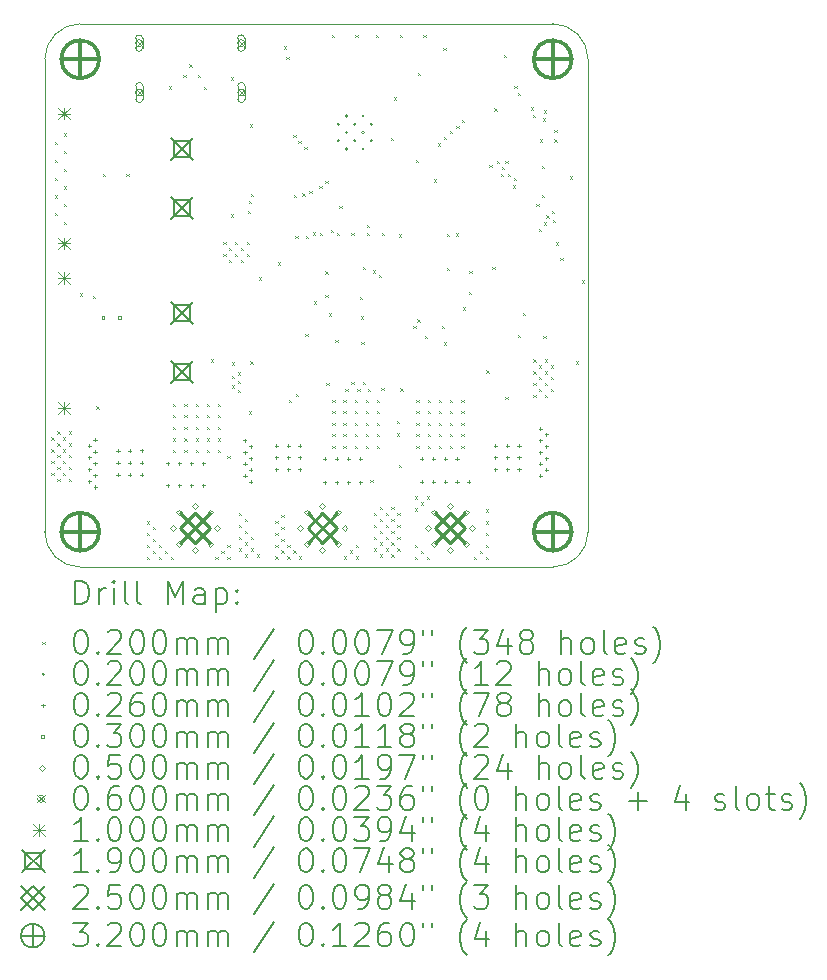
<source format=gbr>
%TF.GenerationSoftware,KiCad,Pcbnew,7.0.10*%
%TF.CreationDate,2024-01-24T14:53:38-05:00*%
%TF.ProjectId,MiniBLDC,4d696e69-424c-4444-932e-6b696361645f,rev?*%
%TF.SameCoordinates,Original*%
%TF.FileFunction,Drillmap*%
%TF.FilePolarity,Positive*%
%FSLAX45Y45*%
G04 Gerber Fmt 4.5, Leading zero omitted, Abs format (unit mm)*
G04 Created by KiCad (PCBNEW 7.0.10) date 2024-01-24 14:53:38*
%MOMM*%
%LPD*%
G01*
G04 APERTURE LIST*
%ADD10C,0.050000*%
%ADD11C,0.200000*%
%ADD12C,0.100000*%
%ADD13C,0.190000*%
%ADD14C,0.250000*%
%ADD15C,0.320000*%
G04 APERTURE END LIST*
D10*
X13585000Y-9748500D02*
G75*
G03*
X13285000Y-10048500I0J-300000D01*
G01*
X13285000Y-14048500D02*
G75*
G03*
X13585000Y-14348500I300000J0D01*
G01*
X13285000Y-14048500D02*
X13285000Y-10048500D01*
X17885000Y-10048500D02*
G75*
G03*
X17585000Y-9748500I-300000J0D01*
G01*
X13585000Y-9748500D02*
X17585000Y-9748500D01*
X17585000Y-14348500D02*
G75*
G03*
X17885000Y-14048500I0J300000D01*
G01*
X17585000Y-14348500D02*
X13585000Y-14348500D01*
X17885000Y-10048500D02*
X17885000Y-14048500D01*
D11*
D12*
X13340000Y-13250000D02*
X13360000Y-13270000D01*
X13360000Y-13250000D02*
X13340000Y-13270000D01*
X13340000Y-13350000D02*
X13360000Y-13370000D01*
X13360000Y-13350000D02*
X13340000Y-13370000D01*
X13340000Y-13450000D02*
X13360000Y-13470000D01*
X13360000Y-13450000D02*
X13340000Y-13470000D01*
X13340000Y-13550000D02*
X13360000Y-13570000D01*
X13360000Y-13550000D02*
X13340000Y-13570000D01*
X13370000Y-10750000D02*
X13390000Y-10770000D01*
X13390000Y-10750000D02*
X13370000Y-10770000D01*
X13370000Y-10900000D02*
X13390000Y-10920000D01*
X13390000Y-10900000D02*
X13370000Y-10920000D01*
X13370000Y-11050000D02*
X13390000Y-11070000D01*
X13390000Y-11050000D02*
X13370000Y-11070000D01*
X13370000Y-11200000D02*
X13390000Y-11220000D01*
X13390000Y-11200000D02*
X13370000Y-11220000D01*
X13370000Y-11350000D02*
X13390000Y-11370000D01*
X13390000Y-11350000D02*
X13370000Y-11370000D01*
X13390000Y-13200000D02*
X13410000Y-13220000D01*
X13410000Y-13200000D02*
X13390000Y-13220000D01*
X13390000Y-13300000D02*
X13410000Y-13320000D01*
X13410000Y-13300000D02*
X13390000Y-13320000D01*
X13390000Y-13400000D02*
X13410000Y-13420000D01*
X13410000Y-13400000D02*
X13390000Y-13420000D01*
X13390000Y-13500000D02*
X13410000Y-13520000D01*
X13410000Y-13500000D02*
X13390000Y-13520000D01*
X13390000Y-13600000D02*
X13410000Y-13620000D01*
X13410000Y-13600000D02*
X13390000Y-13620000D01*
X13440000Y-13250000D02*
X13460000Y-13270000D01*
X13460000Y-13250000D02*
X13440000Y-13270000D01*
X13440000Y-13350000D02*
X13460000Y-13370000D01*
X13460000Y-13350000D02*
X13440000Y-13370000D01*
X13440000Y-13450000D02*
X13460000Y-13470000D01*
X13460000Y-13450000D02*
X13440000Y-13470000D01*
X13440000Y-13550000D02*
X13460000Y-13570000D01*
X13460000Y-13550000D02*
X13440000Y-13570000D01*
X13445000Y-10675000D02*
X13465000Y-10695000D01*
X13465000Y-10675000D02*
X13445000Y-10695000D01*
X13445000Y-10825000D02*
X13465000Y-10845000D01*
X13465000Y-10825000D02*
X13445000Y-10845000D01*
X13445000Y-10975000D02*
X13465000Y-10995000D01*
X13465000Y-10975000D02*
X13445000Y-10995000D01*
X13445000Y-11125000D02*
X13465000Y-11145000D01*
X13465000Y-11125000D02*
X13445000Y-11145000D01*
X13445000Y-11275000D02*
X13465000Y-11295000D01*
X13465000Y-11275000D02*
X13445000Y-11295000D01*
X13445000Y-11425000D02*
X13465000Y-11445000D01*
X13465000Y-11425000D02*
X13445000Y-11445000D01*
X13490000Y-13200000D02*
X13510000Y-13220000D01*
X13510000Y-13200000D02*
X13490000Y-13220000D01*
X13490000Y-13300000D02*
X13510000Y-13320000D01*
X13510000Y-13300000D02*
X13490000Y-13320000D01*
X13490000Y-13400000D02*
X13510000Y-13420000D01*
X13510000Y-13400000D02*
X13490000Y-13420000D01*
X13490000Y-13500000D02*
X13510000Y-13520000D01*
X13510000Y-13500000D02*
X13490000Y-13520000D01*
X13490000Y-13600000D02*
X13510000Y-13620000D01*
X13510000Y-13600000D02*
X13490000Y-13620000D01*
X13580000Y-12030000D02*
X13600000Y-12050000D01*
X13600000Y-12030000D02*
X13580000Y-12050000D01*
X13690000Y-12050000D02*
X13710000Y-12070000D01*
X13710000Y-12050000D02*
X13690000Y-12070000D01*
X13722500Y-12987500D02*
X13742500Y-13007500D01*
X13742500Y-12987500D02*
X13722500Y-13007500D01*
X13776833Y-11019711D02*
X13796833Y-11039711D01*
X13796833Y-11019711D02*
X13776833Y-11039711D01*
X13975005Y-11020005D02*
X13995005Y-11040005D01*
X13995005Y-11020005D02*
X13975005Y-11040005D01*
X14150000Y-13960000D02*
X14170000Y-13980000D01*
X14170000Y-13960000D02*
X14150000Y-13980000D01*
X14150000Y-14060000D02*
X14170000Y-14080000D01*
X14170000Y-14060000D02*
X14150000Y-14080000D01*
X14150000Y-14160000D02*
X14170000Y-14180000D01*
X14170000Y-14160000D02*
X14150000Y-14180000D01*
X14150000Y-14260000D02*
X14170000Y-14280000D01*
X14170000Y-14260000D02*
X14150000Y-14280000D01*
X14200000Y-14010000D02*
X14220000Y-14030000D01*
X14220000Y-14010000D02*
X14200000Y-14030000D01*
X14200000Y-14110000D02*
X14220000Y-14130000D01*
X14220000Y-14110000D02*
X14200000Y-14130000D01*
X14200000Y-14210000D02*
X14220000Y-14230000D01*
X14220000Y-14210000D02*
X14200000Y-14230000D01*
X14250000Y-14160000D02*
X14270000Y-14180000D01*
X14270000Y-14160000D02*
X14250000Y-14180000D01*
X14250000Y-14260000D02*
X14270000Y-14280000D01*
X14270000Y-14260000D02*
X14250000Y-14280000D01*
X14300000Y-14210000D02*
X14320000Y-14230000D01*
X14320000Y-14210000D02*
X14300000Y-14230000D01*
X14333500Y-10277000D02*
X14353500Y-10297000D01*
X14353500Y-10277000D02*
X14333500Y-10297000D01*
X14350000Y-14260000D02*
X14370000Y-14280000D01*
X14370000Y-14260000D02*
X14350000Y-14280000D01*
X14371000Y-12966500D02*
X14391000Y-12986500D01*
X14391000Y-12966500D02*
X14371000Y-12986500D01*
X14371000Y-13061500D02*
X14391000Y-13081500D01*
X14391000Y-13061500D02*
X14371000Y-13081500D01*
X14371000Y-13161500D02*
X14391000Y-13181500D01*
X14391000Y-13161500D02*
X14371000Y-13181500D01*
X14371000Y-13256500D02*
X14391000Y-13276500D01*
X14391000Y-13256500D02*
X14371000Y-13276500D01*
X14371000Y-13356500D02*
X14391000Y-13376500D01*
X14391000Y-13356500D02*
X14371000Y-13376500D01*
X14459037Y-10182700D02*
X14479037Y-10202700D01*
X14479037Y-10182700D02*
X14459037Y-10202700D01*
X14466000Y-12966500D02*
X14486000Y-12986500D01*
X14486000Y-12966500D02*
X14466000Y-12986500D01*
X14466000Y-13061500D02*
X14486000Y-13081500D01*
X14486000Y-13061500D02*
X14466000Y-13081500D01*
X14466000Y-13161500D02*
X14486000Y-13181500D01*
X14486000Y-13161500D02*
X14466000Y-13181500D01*
X14466000Y-13256500D02*
X14486000Y-13276500D01*
X14486000Y-13256500D02*
X14466000Y-13276500D01*
X14466000Y-13356500D02*
X14486000Y-13376500D01*
X14486000Y-13356500D02*
X14466000Y-13376500D01*
X14510000Y-10090000D02*
X14530000Y-10110000D01*
X14530000Y-10090000D02*
X14510000Y-10110000D01*
X14561000Y-12966500D02*
X14581000Y-12986500D01*
X14581000Y-12966500D02*
X14561000Y-12986500D01*
X14561000Y-13061500D02*
X14581000Y-13081500D01*
X14581000Y-13061500D02*
X14561000Y-13081500D01*
X14561000Y-13161500D02*
X14581000Y-13181500D01*
X14581000Y-13161500D02*
X14561000Y-13181500D01*
X14561000Y-13256500D02*
X14581000Y-13276500D01*
X14581000Y-13256500D02*
X14561000Y-13276500D01*
X14561000Y-13356500D02*
X14581000Y-13376500D01*
X14581000Y-13356500D02*
X14561000Y-13376500D01*
X14580000Y-10182700D02*
X14600000Y-10202700D01*
X14600000Y-10182700D02*
X14580000Y-10202700D01*
X14633500Y-10282000D02*
X14653500Y-10302000D01*
X14653500Y-10282000D02*
X14633500Y-10302000D01*
X14656000Y-12966500D02*
X14676000Y-12986500D01*
X14676000Y-12966500D02*
X14656000Y-12986500D01*
X14656000Y-13061500D02*
X14676000Y-13081500D01*
X14676000Y-13061500D02*
X14656000Y-13081500D01*
X14656000Y-13161500D02*
X14676000Y-13181500D01*
X14676000Y-13161500D02*
X14656000Y-13181500D01*
X14656000Y-13256500D02*
X14676000Y-13276500D01*
X14676000Y-13256500D02*
X14656000Y-13276500D01*
X14656000Y-13356500D02*
X14676000Y-13376500D01*
X14676000Y-13356500D02*
X14656000Y-13376500D01*
X14690000Y-12590000D02*
X14710000Y-12610000D01*
X14710000Y-12590000D02*
X14690000Y-12610000D01*
X14730000Y-14260000D02*
X14750000Y-14280000D01*
X14750000Y-14260000D02*
X14730000Y-14280000D01*
X14751000Y-12966500D02*
X14771000Y-12986500D01*
X14771000Y-12966500D02*
X14751000Y-12986500D01*
X14751000Y-13061500D02*
X14771000Y-13081500D01*
X14771000Y-13061500D02*
X14751000Y-13081500D01*
X14751000Y-13161500D02*
X14771000Y-13181500D01*
X14771000Y-13161500D02*
X14751000Y-13181500D01*
X14751000Y-13256500D02*
X14771000Y-13276500D01*
X14771000Y-13256500D02*
X14751000Y-13276500D01*
X14751000Y-13356500D02*
X14771000Y-13376500D01*
X14771000Y-13356500D02*
X14751000Y-13376500D01*
X14780000Y-14210000D02*
X14800000Y-14230000D01*
X14800000Y-14210000D02*
X14780000Y-14230000D01*
X14795000Y-11595000D02*
X14815000Y-11615000D01*
X14815000Y-11595000D02*
X14795000Y-11615000D01*
X14795000Y-11695000D02*
X14815000Y-11715000D01*
X14815000Y-11695000D02*
X14795000Y-11715000D01*
X14830000Y-13407500D02*
X14850000Y-13427500D01*
X14850000Y-13407500D02*
X14830000Y-13427500D01*
X14830000Y-14160000D02*
X14850000Y-14180000D01*
X14850000Y-14160000D02*
X14830000Y-14180000D01*
X14830000Y-14260000D02*
X14850000Y-14280000D01*
X14850000Y-14260000D02*
X14830000Y-14280000D01*
X14845000Y-11645000D02*
X14865000Y-11665000D01*
X14865000Y-11645000D02*
X14845000Y-11665000D01*
X14845000Y-11745000D02*
X14865000Y-11765000D01*
X14865000Y-11745000D02*
X14845000Y-11765000D01*
X14858500Y-10202000D02*
X14878500Y-10222000D01*
X14878500Y-10202000D02*
X14858500Y-10222000D01*
X14860000Y-11360000D02*
X14880000Y-11380000D01*
X14880000Y-11360000D02*
X14860000Y-11380000D01*
X14870000Y-12615000D02*
X14890000Y-12635000D01*
X14890000Y-12615000D02*
X14870000Y-12635000D01*
X14870000Y-12730000D02*
X14890000Y-12750000D01*
X14890000Y-12730000D02*
X14870000Y-12750000D01*
X14870000Y-12810000D02*
X14890000Y-12830000D01*
X14890000Y-12810000D02*
X14870000Y-12830000D01*
X14895000Y-11595000D02*
X14915000Y-11615000D01*
X14915000Y-11595000D02*
X14895000Y-11615000D01*
X14895000Y-11694949D02*
X14915000Y-11714949D01*
X14915000Y-11694949D02*
X14895000Y-11714949D01*
X14920000Y-12700000D02*
X14940000Y-12720000D01*
X14940000Y-12700000D02*
X14920000Y-12720000D01*
X14920000Y-12770000D02*
X14940000Y-12790000D01*
X14940000Y-12770000D02*
X14920000Y-12790000D01*
X14920000Y-12850000D02*
X14940000Y-12870000D01*
X14940000Y-12850000D02*
X14920000Y-12870000D01*
X14930000Y-13890000D02*
X14950000Y-13910000D01*
X14950000Y-13890000D02*
X14930000Y-13910000D01*
X14930000Y-13990000D02*
X14950000Y-14010000D01*
X14950000Y-13990000D02*
X14930000Y-14010000D01*
X14930000Y-14090000D02*
X14950000Y-14110000D01*
X14950000Y-14090000D02*
X14930000Y-14110000D01*
X14930000Y-14190000D02*
X14950000Y-14210000D01*
X14950000Y-14190000D02*
X14930000Y-14210000D01*
X14945000Y-11645000D02*
X14965000Y-11665000D01*
X14965000Y-11645000D02*
X14945000Y-11665000D01*
X14945000Y-11745000D02*
X14965000Y-11765000D01*
X14965000Y-11745000D02*
X14945000Y-11765000D01*
X14980000Y-13940000D02*
X15000000Y-13960000D01*
X15000000Y-13940000D02*
X14980000Y-13960000D01*
X14980000Y-14040000D02*
X15000000Y-14060000D01*
X15000000Y-14040000D02*
X14980000Y-14060000D01*
X14980000Y-14140000D02*
X15000000Y-14160000D01*
X15000000Y-14140000D02*
X14980000Y-14160000D01*
X14980000Y-14240000D02*
X15000000Y-14260000D01*
X15000000Y-14240000D02*
X14980000Y-14260000D01*
X14995000Y-11595000D02*
X15015000Y-11615000D01*
X15015000Y-11595000D02*
X14995000Y-11615000D01*
X14995000Y-11695000D02*
X15015000Y-11715000D01*
X15015000Y-11695000D02*
X14995000Y-11715000D01*
X15004820Y-11330180D02*
X15024820Y-11350180D01*
X15024820Y-11330180D02*
X15004820Y-11350180D01*
X15012500Y-13030000D02*
X15032500Y-13050000D01*
X15032500Y-13030000D02*
X15012500Y-13050000D01*
X15015000Y-11245000D02*
X15035000Y-11265000D01*
X15035000Y-11245000D02*
X15015000Y-11265000D01*
X15020000Y-10600000D02*
X15040000Y-10620000D01*
X15040000Y-10600000D02*
X15020000Y-10620000D01*
X15025000Y-12605000D02*
X15045000Y-12625000D01*
X15045000Y-12605000D02*
X15025000Y-12625000D01*
X15030000Y-11187500D02*
X15050000Y-11207500D01*
X15050000Y-11187500D02*
X15030000Y-11207500D01*
X15030000Y-14090000D02*
X15050000Y-14110000D01*
X15050000Y-14090000D02*
X15030000Y-14110000D01*
X15030000Y-14190000D02*
X15050000Y-14210000D01*
X15050000Y-14190000D02*
X15030000Y-14210000D01*
X15080000Y-14240000D02*
X15100000Y-14260000D01*
X15100000Y-14240000D02*
X15080000Y-14260000D01*
X15095000Y-11895000D02*
X15115000Y-11915000D01*
X15115000Y-11895000D02*
X15095000Y-11915000D01*
X15237990Y-14257157D02*
X15257990Y-14277157D01*
X15257990Y-14257157D02*
X15237990Y-14277157D01*
X15237990Y-14157157D02*
X15257990Y-14177157D01*
X15257990Y-14157157D02*
X15237990Y-14177157D01*
X15237990Y-13957157D02*
X15257990Y-13977157D01*
X15257990Y-13957157D02*
X15237990Y-13977157D01*
X15237990Y-14057157D02*
X15257990Y-14077157D01*
X15257990Y-14057157D02*
X15237990Y-14077157D01*
X15260000Y-11767500D02*
X15280000Y-11787500D01*
X15280000Y-11767500D02*
X15260000Y-11787500D01*
X15287990Y-14207157D02*
X15307990Y-14227157D01*
X15307990Y-14207157D02*
X15287990Y-14227157D01*
X15287990Y-13907157D02*
X15307990Y-13927157D01*
X15307990Y-13907157D02*
X15287990Y-13927157D01*
X15287990Y-14007157D02*
X15307990Y-14027157D01*
X15307990Y-14007157D02*
X15287990Y-14027157D01*
X15287990Y-14107157D02*
X15307990Y-14127157D01*
X15307990Y-14107157D02*
X15287990Y-14127157D01*
X15310000Y-9940000D02*
X15330000Y-9960000D01*
X15330000Y-9940000D02*
X15310000Y-9960000D01*
X15330000Y-10030000D02*
X15350000Y-10050000D01*
X15350000Y-10030000D02*
X15330000Y-10050000D01*
X15337990Y-14157157D02*
X15357990Y-14177157D01*
X15357990Y-14157157D02*
X15337990Y-14177157D01*
X15337990Y-14257157D02*
X15357990Y-14277157D01*
X15357990Y-14257157D02*
X15337990Y-14277157D01*
X15350000Y-12930000D02*
X15370000Y-12950000D01*
X15370000Y-12930000D02*
X15350000Y-12950000D01*
X15387990Y-14207157D02*
X15407990Y-14227157D01*
X15407990Y-14207157D02*
X15387990Y-14227157D01*
X15388450Y-10690000D02*
X15408450Y-10710000D01*
X15408450Y-10690000D02*
X15388450Y-10710000D01*
X15395620Y-11195620D02*
X15415620Y-11215620D01*
X15415620Y-11195620D02*
X15395620Y-11215620D01*
X15405000Y-11542500D02*
X15425000Y-11562500D01*
X15425000Y-11542500D02*
X15405000Y-11562500D01*
X15410000Y-12880000D02*
X15430000Y-12900000D01*
X15430000Y-12880000D02*
X15410000Y-12900000D01*
X15430000Y-10740000D02*
X15450000Y-10760000D01*
X15450000Y-10740000D02*
X15430000Y-10760000D01*
X15437990Y-14257157D02*
X15457990Y-14277157D01*
X15457990Y-14257157D02*
X15437990Y-14277157D01*
X15465000Y-11185000D02*
X15485000Y-11205000D01*
X15485000Y-11185000D02*
X15465000Y-11205000D01*
X15483450Y-10790000D02*
X15503450Y-10810000D01*
X15503450Y-10790000D02*
X15483450Y-10810000D01*
X15490000Y-12375000D02*
X15510000Y-12395000D01*
X15510000Y-12375000D02*
X15490000Y-12395000D01*
X15492500Y-11542500D02*
X15512500Y-11562500D01*
X15512500Y-11542500D02*
X15492500Y-11562500D01*
X15525000Y-11160000D02*
X15545000Y-11180000D01*
X15545000Y-11160000D02*
X15525000Y-11180000D01*
X15552500Y-11512500D02*
X15572500Y-11532500D01*
X15572500Y-11512500D02*
X15552500Y-11532500D01*
X15560000Y-12097500D02*
X15580000Y-12117500D01*
X15580000Y-12097500D02*
X15560000Y-12117500D01*
X15610000Y-11120000D02*
X15630000Y-11140000D01*
X15630000Y-11120000D02*
X15610000Y-11140000D01*
X15615000Y-11520000D02*
X15635000Y-11540000D01*
X15635000Y-11520000D02*
X15615000Y-11540000D01*
X15660000Y-11080000D02*
X15680000Y-11100000D01*
X15680000Y-11080000D02*
X15660000Y-11100000D01*
X15660000Y-11845000D02*
X15680000Y-11865000D01*
X15680000Y-11845000D02*
X15660000Y-11865000D01*
X15660000Y-12045000D02*
X15680000Y-12065000D01*
X15680000Y-12045000D02*
X15660000Y-12065000D01*
X15670000Y-12790000D02*
X15690000Y-12810000D01*
X15690000Y-12790000D02*
X15670000Y-12810000D01*
X15690000Y-12200000D02*
X15710000Y-12220000D01*
X15710000Y-12200000D02*
X15690000Y-12220000D01*
X15705000Y-11495000D02*
X15725000Y-11515000D01*
X15725000Y-11495000D02*
X15705000Y-11515000D01*
X15715000Y-9840000D02*
X15735000Y-9860000D01*
X15735000Y-9840000D02*
X15715000Y-9860000D01*
X15717974Y-12930000D02*
X15737974Y-12950000D01*
X15737974Y-12930000D02*
X15717974Y-12950000D01*
X15717974Y-13025000D02*
X15737974Y-13045000D01*
X15737974Y-13025000D02*
X15717974Y-13045000D01*
X15717974Y-13125000D02*
X15737974Y-13145000D01*
X15737974Y-13125000D02*
X15717974Y-13145000D01*
X15717974Y-13220000D02*
X15737974Y-13240000D01*
X15737974Y-13220000D02*
X15717974Y-13240000D01*
X15717974Y-13320000D02*
X15737974Y-13340000D01*
X15737974Y-13320000D02*
X15717974Y-13340000D01*
X15745000Y-12425000D02*
X15765000Y-12445000D01*
X15765000Y-12425000D02*
X15745000Y-12445000D01*
X15760000Y-11520000D02*
X15780000Y-11540000D01*
X15780000Y-11520000D02*
X15760000Y-11540000D01*
X15777500Y-11287500D02*
X15797500Y-11307500D01*
X15797500Y-11287500D02*
X15777500Y-11307500D01*
X15812974Y-13025000D02*
X15832974Y-13045000D01*
X15832974Y-13025000D02*
X15812974Y-13045000D01*
X15812974Y-13320000D02*
X15832974Y-13340000D01*
X15832974Y-13320000D02*
X15812974Y-13340000D01*
X15812974Y-12930000D02*
X15832974Y-12950000D01*
X15832974Y-12930000D02*
X15812974Y-12950000D01*
X15812974Y-13125000D02*
X15832974Y-13145000D01*
X15832974Y-13125000D02*
X15812974Y-13145000D01*
X15812974Y-13220000D02*
X15832974Y-13240000D01*
X15832974Y-13220000D02*
X15812974Y-13240000D01*
X15817990Y-14257157D02*
X15837990Y-14277157D01*
X15837990Y-14257157D02*
X15817990Y-14277157D01*
X15830000Y-12840000D02*
X15850000Y-12860000D01*
X15850000Y-12840000D02*
X15830000Y-12860000D01*
X15867990Y-14207157D02*
X15887990Y-14227157D01*
X15887990Y-14207157D02*
X15867990Y-14227157D01*
X15880000Y-11520000D02*
X15900000Y-11540000D01*
X15900000Y-11520000D02*
X15880000Y-11540000D01*
X15880000Y-12780000D02*
X15900000Y-12800000D01*
X15900000Y-12780000D02*
X15880000Y-12800000D01*
X15907974Y-12930000D02*
X15927974Y-12950000D01*
X15927974Y-12930000D02*
X15907974Y-12950000D01*
X15907974Y-13025000D02*
X15927974Y-13045000D01*
X15927974Y-13025000D02*
X15907974Y-13045000D01*
X15907974Y-13125000D02*
X15927974Y-13145000D01*
X15927974Y-13125000D02*
X15907974Y-13145000D01*
X15907974Y-13220000D02*
X15927974Y-13240000D01*
X15927974Y-13220000D02*
X15907974Y-13240000D01*
X15907974Y-13320000D02*
X15927974Y-13340000D01*
X15927974Y-13320000D02*
X15907974Y-13340000D01*
X15915000Y-9840000D02*
X15935000Y-9860000D01*
X15935000Y-9840000D02*
X15915000Y-9860000D01*
X15917990Y-14157157D02*
X15937990Y-14177157D01*
X15937990Y-14157157D02*
X15917990Y-14177157D01*
X15917990Y-14257157D02*
X15937990Y-14277157D01*
X15937990Y-14257157D02*
X15917990Y-14277157D01*
X15930000Y-12840000D02*
X15950000Y-12860000D01*
X15950000Y-12840000D02*
X15930000Y-12860000D01*
X15952500Y-12057500D02*
X15972500Y-12077500D01*
X15972500Y-12057500D02*
X15952500Y-12077500D01*
X15957900Y-12225000D02*
X15977900Y-12245000D01*
X15977900Y-12225000D02*
X15957900Y-12245000D01*
X15965000Y-12442500D02*
X15985000Y-12462500D01*
X15985000Y-12442500D02*
X15965000Y-12462500D01*
X15980000Y-11807500D02*
X16000000Y-11827500D01*
X16000000Y-11807500D02*
X15980000Y-11827500D01*
X15980000Y-12780000D02*
X16000000Y-12800000D01*
X16000000Y-12780000D02*
X15980000Y-12800000D01*
X16002974Y-12930000D02*
X16022974Y-12950000D01*
X16022974Y-12930000D02*
X16002974Y-12950000D01*
X16002974Y-13025000D02*
X16022974Y-13045000D01*
X16022974Y-13025000D02*
X16002974Y-13045000D01*
X16002974Y-13125000D02*
X16022974Y-13145000D01*
X16022974Y-13125000D02*
X16002974Y-13145000D01*
X16002974Y-13220000D02*
X16022974Y-13240000D01*
X16022974Y-13220000D02*
X16002974Y-13240000D01*
X16002974Y-13320000D02*
X16022974Y-13340000D01*
X16022974Y-13320000D02*
X16002974Y-13340000D01*
X16010000Y-11520000D02*
X16030000Y-11540000D01*
X16030000Y-11520000D02*
X16010000Y-11540000D01*
X16010630Y-11448130D02*
X16030630Y-11468130D01*
X16030630Y-11448130D02*
X16010630Y-11468130D01*
X16020000Y-12840000D02*
X16040000Y-12860000D01*
X16040000Y-12840000D02*
X16020000Y-12860000D01*
X16040000Y-13610000D02*
X16060000Y-13630000D01*
X16060000Y-13610000D02*
X16040000Y-13630000D01*
X16060000Y-11835000D02*
X16080000Y-11855000D01*
X16080000Y-11835000D02*
X16060000Y-11855000D01*
X16070000Y-13890000D02*
X16090000Y-13910000D01*
X16090000Y-13890000D02*
X16070000Y-13910000D01*
X16070000Y-13990000D02*
X16090000Y-14010000D01*
X16090000Y-13990000D02*
X16070000Y-14010000D01*
X16070000Y-14090000D02*
X16090000Y-14110000D01*
X16090000Y-14090000D02*
X16070000Y-14110000D01*
X16070000Y-14190000D02*
X16090000Y-14210000D01*
X16090000Y-14190000D02*
X16070000Y-14210000D01*
X16090000Y-9840000D02*
X16110000Y-9860000D01*
X16110000Y-9840000D02*
X16090000Y-9860000D01*
X16097974Y-12930000D02*
X16117974Y-12950000D01*
X16117974Y-12930000D02*
X16097974Y-12950000D01*
X16097974Y-13025000D02*
X16117974Y-13045000D01*
X16117974Y-13025000D02*
X16097974Y-13045000D01*
X16097974Y-13125000D02*
X16117974Y-13145000D01*
X16117974Y-13125000D02*
X16097974Y-13145000D01*
X16097974Y-13220000D02*
X16117974Y-13240000D01*
X16117974Y-13220000D02*
X16097974Y-13240000D01*
X16097974Y-13320000D02*
X16117974Y-13340000D01*
X16117974Y-13320000D02*
X16097974Y-13340000D01*
X16115000Y-11875000D02*
X16135000Y-11895000D01*
X16135000Y-11875000D02*
X16115000Y-11895000D01*
X16120000Y-13840000D02*
X16140000Y-13860000D01*
X16140000Y-13840000D02*
X16120000Y-13860000D01*
X16120000Y-13940000D02*
X16140000Y-13960000D01*
X16140000Y-13940000D02*
X16120000Y-13960000D01*
X16120000Y-14040000D02*
X16140000Y-14060000D01*
X16140000Y-14040000D02*
X16120000Y-14060000D01*
X16120000Y-14140000D02*
X16140000Y-14160000D01*
X16140000Y-14140000D02*
X16120000Y-14160000D01*
X16120000Y-14240000D02*
X16140000Y-14260000D01*
X16140000Y-14240000D02*
X16120000Y-14260000D01*
X16135000Y-12832500D02*
X16155000Y-12852500D01*
X16155000Y-12832500D02*
X16135000Y-12852500D01*
X16140000Y-11520000D02*
X16160000Y-11540000D01*
X16160000Y-11520000D02*
X16140000Y-11540000D01*
X16170000Y-13890000D02*
X16190000Y-13910000D01*
X16190000Y-13890000D02*
X16170000Y-13910000D01*
X16170000Y-13990000D02*
X16190000Y-14010000D01*
X16190000Y-13990000D02*
X16170000Y-14010000D01*
X16170000Y-14090000D02*
X16190000Y-14110000D01*
X16190000Y-14090000D02*
X16170000Y-14110000D01*
X16170000Y-14190000D02*
X16190000Y-14210000D01*
X16190000Y-14190000D02*
X16170000Y-14210000D01*
X16215000Y-10715000D02*
X16235000Y-10735000D01*
X16235000Y-10715000D02*
X16215000Y-10735000D01*
X16220000Y-13840000D02*
X16240000Y-13860000D01*
X16240000Y-13840000D02*
X16220000Y-13860000D01*
X16220000Y-13940000D02*
X16240000Y-13960000D01*
X16240000Y-13940000D02*
X16220000Y-13960000D01*
X16220000Y-14040000D02*
X16240000Y-14060000D01*
X16240000Y-14040000D02*
X16220000Y-14060000D01*
X16220000Y-14140000D02*
X16240000Y-14160000D01*
X16240000Y-14140000D02*
X16220000Y-14160000D01*
X16220000Y-14240000D02*
X16240000Y-14260000D01*
X16240000Y-14240000D02*
X16220000Y-14260000D01*
X16240134Y-10370134D02*
X16260134Y-10390134D01*
X16260134Y-10370134D02*
X16240134Y-10390134D01*
X16267700Y-13110000D02*
X16287700Y-13130000D01*
X16287700Y-13110000D02*
X16267700Y-13130000D01*
X16267700Y-13215000D02*
X16287700Y-13235000D01*
X16287700Y-13215000D02*
X16267700Y-13235000D01*
X16270000Y-13890000D02*
X16290000Y-13910000D01*
X16290000Y-13890000D02*
X16270000Y-13910000D01*
X16270000Y-13990000D02*
X16290000Y-14010000D01*
X16290000Y-13990000D02*
X16270000Y-14010000D01*
X16270000Y-14090000D02*
X16290000Y-14110000D01*
X16290000Y-14090000D02*
X16270000Y-14110000D01*
X16270000Y-14190000D02*
X16290000Y-14210000D01*
X16290000Y-14190000D02*
X16270000Y-14210000D01*
X16280000Y-11530000D02*
X16300000Y-11550000D01*
X16300000Y-11530000D02*
X16280000Y-11550000D01*
X16280000Y-13480000D02*
X16300000Y-13500000D01*
X16300000Y-13480000D02*
X16280000Y-13500000D01*
X16290000Y-9840000D02*
X16310000Y-9860000D01*
X16310000Y-9840000D02*
X16290000Y-9860000D01*
X16295000Y-12835000D02*
X16315000Y-12855000D01*
X16315000Y-12835000D02*
X16295000Y-12855000D01*
X16405000Y-12305000D02*
X16425000Y-12325000D01*
X16425000Y-12305000D02*
X16405000Y-12325000D01*
X16420000Y-13750000D02*
X16440000Y-13770000D01*
X16440000Y-13750000D02*
X16420000Y-13770000D01*
X16420000Y-13850000D02*
X16440000Y-13870000D01*
X16440000Y-13850000D02*
X16420000Y-13870000D01*
X16420000Y-14160000D02*
X16440000Y-14180000D01*
X16440000Y-14160000D02*
X16420000Y-14180000D01*
X16420000Y-14260000D02*
X16440000Y-14280000D01*
X16440000Y-14260000D02*
X16420000Y-14280000D01*
X16425000Y-10900000D02*
X16445000Y-10920000D01*
X16445000Y-10900000D02*
X16425000Y-10920000D01*
X16431000Y-12930000D02*
X16451000Y-12950000D01*
X16451000Y-12930000D02*
X16431000Y-12950000D01*
X16431000Y-13025000D02*
X16451000Y-13045000D01*
X16451000Y-13025000D02*
X16431000Y-13045000D01*
X16431000Y-13125000D02*
X16451000Y-13145000D01*
X16451000Y-13125000D02*
X16431000Y-13145000D01*
X16431000Y-13220000D02*
X16451000Y-13240000D01*
X16451000Y-13220000D02*
X16431000Y-13240000D01*
X16431000Y-13320000D02*
X16451000Y-13340000D01*
X16451000Y-13320000D02*
X16431000Y-13340000D01*
X16440000Y-12250000D02*
X16460000Y-12270000D01*
X16460000Y-12250000D02*
X16440000Y-12270000D01*
X16445615Y-10161355D02*
X16465615Y-10181355D01*
X16465615Y-10161355D02*
X16445615Y-10181355D01*
X16470000Y-13800000D02*
X16490000Y-13820000D01*
X16490000Y-13800000D02*
X16470000Y-13820000D01*
X16470000Y-14210000D02*
X16490000Y-14230000D01*
X16490000Y-14210000D02*
X16470000Y-14230000D01*
X16490000Y-9840000D02*
X16510000Y-9860000D01*
X16510000Y-9840000D02*
X16490000Y-9860000D01*
X16502137Y-12390000D02*
X16522137Y-12410000D01*
X16522137Y-12390000D02*
X16502137Y-12410000D01*
X16520000Y-13750000D02*
X16540000Y-13770000D01*
X16540000Y-13750000D02*
X16520000Y-13770000D01*
X16520000Y-14260000D02*
X16540000Y-14280000D01*
X16540000Y-14260000D02*
X16520000Y-14280000D01*
X16526000Y-12930000D02*
X16546000Y-12950000D01*
X16546000Y-12930000D02*
X16526000Y-12950000D01*
X16526000Y-13025000D02*
X16546000Y-13045000D01*
X16546000Y-13025000D02*
X16526000Y-13045000D01*
X16526000Y-13125000D02*
X16546000Y-13145000D01*
X16546000Y-13125000D02*
X16526000Y-13145000D01*
X16526000Y-13220000D02*
X16546000Y-13240000D01*
X16546000Y-13220000D02*
X16526000Y-13240000D01*
X16526000Y-13320000D02*
X16546000Y-13340000D01*
X16546000Y-13320000D02*
X16526000Y-13340000D01*
X16580000Y-11065000D02*
X16600000Y-11085000D01*
X16600000Y-11065000D02*
X16580000Y-11085000D01*
X16610000Y-10760000D02*
X16630000Y-10780000D01*
X16630000Y-10760000D02*
X16610000Y-10780000D01*
X16621000Y-12930000D02*
X16641000Y-12950000D01*
X16641000Y-12930000D02*
X16621000Y-12950000D01*
X16621000Y-13025000D02*
X16641000Y-13045000D01*
X16641000Y-13025000D02*
X16621000Y-13045000D01*
X16621000Y-13125000D02*
X16641000Y-13145000D01*
X16641000Y-13125000D02*
X16621000Y-13145000D01*
X16621000Y-13220000D02*
X16641000Y-13240000D01*
X16641000Y-13220000D02*
X16621000Y-13240000D01*
X16621000Y-13320000D02*
X16641000Y-13340000D01*
X16641000Y-13320000D02*
X16621000Y-13340000D01*
X16645000Y-12305000D02*
X16665000Y-12325000D01*
X16665000Y-12305000D02*
X16645000Y-12325000D01*
X16659639Y-9953927D02*
X16679639Y-9973927D01*
X16679639Y-9953927D02*
X16659639Y-9973927D01*
X16664380Y-10704380D02*
X16684380Y-10724380D01*
X16684380Y-10704380D02*
X16664380Y-10724380D01*
X16665000Y-12445000D02*
X16685000Y-12465000D01*
X16685000Y-12445000D02*
X16665000Y-12465000D01*
X16687500Y-11525000D02*
X16707500Y-11545000D01*
X16707500Y-11525000D02*
X16687500Y-11545000D01*
X16690951Y-11814049D02*
X16710951Y-11834049D01*
X16710951Y-11814049D02*
X16690951Y-11834049D01*
X16714380Y-10654380D02*
X16734380Y-10674380D01*
X16734380Y-10654380D02*
X16714380Y-10674380D01*
X16716000Y-12930000D02*
X16736000Y-12950000D01*
X16736000Y-12930000D02*
X16716000Y-12950000D01*
X16716000Y-13025000D02*
X16736000Y-13045000D01*
X16736000Y-13025000D02*
X16716000Y-13045000D01*
X16716000Y-13125000D02*
X16736000Y-13145000D01*
X16736000Y-13125000D02*
X16716000Y-13145000D01*
X16716000Y-13220000D02*
X16736000Y-13240000D01*
X16736000Y-13220000D02*
X16716000Y-13240000D01*
X16716000Y-13320000D02*
X16736000Y-13340000D01*
X16736000Y-13320000D02*
X16716000Y-13340000D01*
X16767500Y-11522500D02*
X16787500Y-11542500D01*
X16787500Y-11522500D02*
X16767500Y-11542500D01*
X16770460Y-10609653D02*
X16790460Y-10629653D01*
X16790460Y-10609653D02*
X16770460Y-10629653D01*
X16811000Y-12930000D02*
X16831000Y-12950000D01*
X16831000Y-12930000D02*
X16811000Y-12950000D01*
X16811000Y-13025000D02*
X16831000Y-13045000D01*
X16831000Y-13025000D02*
X16811000Y-13045000D01*
X16811000Y-13125000D02*
X16831000Y-13145000D01*
X16831000Y-13125000D02*
X16811000Y-13145000D01*
X16811000Y-13220000D02*
X16831000Y-13240000D01*
X16831000Y-13220000D02*
X16811000Y-13240000D01*
X16811000Y-13320000D02*
X16831000Y-13340000D01*
X16831000Y-13320000D02*
X16811000Y-13340000D01*
X16814800Y-10560000D02*
X16834800Y-10580000D01*
X16834800Y-10560000D02*
X16814800Y-10580000D01*
X16825000Y-12150000D02*
X16845000Y-12170000D01*
X16845000Y-12150000D02*
X16825000Y-12170000D01*
X16875000Y-12015000D02*
X16895000Y-12035000D01*
X16895000Y-12015000D02*
X16875000Y-12035000D01*
X16880000Y-11837500D02*
X16900000Y-11857500D01*
X16900000Y-11837500D02*
X16880000Y-11857500D01*
X16920000Y-14260000D02*
X16940000Y-14280000D01*
X16940000Y-14260000D02*
X16920000Y-14280000D01*
X16970000Y-14210000D02*
X16990000Y-14230000D01*
X16990000Y-14210000D02*
X16970000Y-14230000D01*
X17020000Y-13860000D02*
X17040000Y-13880000D01*
X17040000Y-13860000D02*
X17020000Y-13880000D01*
X17020000Y-13960000D02*
X17040000Y-13980000D01*
X17040000Y-13960000D02*
X17020000Y-13980000D01*
X17020000Y-14060000D02*
X17040000Y-14080000D01*
X17040000Y-14060000D02*
X17020000Y-14080000D01*
X17020000Y-14160000D02*
X17040000Y-14180000D01*
X17040000Y-14160000D02*
X17020000Y-14180000D01*
X17020000Y-14260000D02*
X17040000Y-14280000D01*
X17040000Y-14260000D02*
X17020000Y-14280000D01*
X17021880Y-12683120D02*
X17041880Y-12703120D01*
X17041880Y-12683120D02*
X17021880Y-12703120D01*
X17050000Y-10940000D02*
X17070000Y-10960000D01*
X17070000Y-10940000D02*
X17050000Y-10960000D01*
X17074370Y-11804370D02*
X17094370Y-11824370D01*
X17094370Y-11804370D02*
X17074370Y-11824370D01*
X17090000Y-10465000D02*
X17110000Y-10485000D01*
X17110000Y-10465000D02*
X17090000Y-10485000D01*
X17110000Y-10910000D02*
X17130000Y-10930000D01*
X17130000Y-10910000D02*
X17110000Y-10930000D01*
X17144685Y-11019141D02*
X17164685Y-11039141D01*
X17164685Y-11019141D02*
X17144685Y-11039141D01*
X17155000Y-10960000D02*
X17175000Y-10980000D01*
X17175000Y-10960000D02*
X17155000Y-10980000D01*
X17170000Y-10010500D02*
X17190000Y-10030500D01*
X17190000Y-10010500D02*
X17170000Y-10030500D01*
X17185000Y-10910700D02*
X17205000Y-10930700D01*
X17205000Y-10910700D02*
X17185000Y-10930700D01*
X17185000Y-12905000D02*
X17205000Y-12925000D01*
X17205000Y-12905000D02*
X17185000Y-12925000D01*
X17203391Y-11019196D02*
X17223391Y-11039196D01*
X17223391Y-11019196D02*
X17203391Y-11039196D01*
X17250000Y-11115000D02*
X17270000Y-11135000D01*
X17270000Y-11115000D02*
X17250000Y-11135000D01*
X17257500Y-11052500D02*
X17277500Y-11072500D01*
X17277500Y-11052500D02*
X17257500Y-11072500D01*
X17260000Y-10275000D02*
X17280000Y-10295000D01*
X17280000Y-10275000D02*
X17260000Y-10295000D01*
X17290000Y-10335000D02*
X17310000Y-10355000D01*
X17310000Y-10335000D02*
X17290000Y-10355000D01*
X17290000Y-12380000D02*
X17310000Y-12400000D01*
X17310000Y-12380000D02*
X17290000Y-12400000D01*
X17330000Y-12195000D02*
X17350000Y-12215000D01*
X17350000Y-12195000D02*
X17330000Y-12215000D01*
X17400000Y-10455000D02*
X17420000Y-10475000D01*
X17420000Y-10455000D02*
X17400000Y-10475000D01*
X17417500Y-10520000D02*
X17437500Y-10540000D01*
X17437500Y-10520000D02*
X17417500Y-10540000D01*
X17420000Y-12590000D02*
X17440000Y-12610000D01*
X17440000Y-12590000D02*
X17420000Y-12610000D01*
X17420000Y-12690000D02*
X17440000Y-12710000D01*
X17440000Y-12690000D02*
X17420000Y-12710000D01*
X17420000Y-12790000D02*
X17440000Y-12810000D01*
X17440000Y-12790000D02*
X17420000Y-12810000D01*
X17420000Y-12890000D02*
X17440000Y-12910000D01*
X17440000Y-12890000D02*
X17420000Y-12910000D01*
X17445000Y-11270909D02*
X17465000Y-11290909D01*
X17465000Y-11270909D02*
X17445000Y-11290909D01*
X17465000Y-11485000D02*
X17485000Y-11505000D01*
X17485000Y-11485000D02*
X17465000Y-11505000D01*
X17470000Y-12640000D02*
X17490000Y-12660000D01*
X17490000Y-12640000D02*
X17470000Y-12660000D01*
X17470000Y-12740000D02*
X17490000Y-12760000D01*
X17490000Y-12740000D02*
X17470000Y-12760000D01*
X17470000Y-12840000D02*
X17490000Y-12860000D01*
X17490000Y-12840000D02*
X17470000Y-12860000D01*
X17477500Y-10727500D02*
X17497500Y-10747500D01*
X17497500Y-10727500D02*
X17477500Y-10747500D01*
X17495000Y-10950000D02*
X17515000Y-10970000D01*
X17515000Y-10950000D02*
X17495000Y-10970000D01*
X17495000Y-11195000D02*
X17515000Y-11215000D01*
X17515000Y-11195000D02*
X17495000Y-11215000D01*
X17500600Y-10550000D02*
X17520600Y-10570000D01*
X17520600Y-10550000D02*
X17500600Y-10570000D01*
X17507044Y-12388489D02*
X17527044Y-12408489D01*
X17527044Y-12388489D02*
X17507044Y-12408489D01*
X17510000Y-10480000D02*
X17530000Y-10500000D01*
X17530000Y-10480000D02*
X17510000Y-10500000D01*
X17510000Y-11430000D02*
X17530000Y-11450000D01*
X17530000Y-11430000D02*
X17510000Y-11450000D01*
X17520000Y-12590000D02*
X17540000Y-12610000D01*
X17540000Y-12590000D02*
X17520000Y-12610000D01*
X17520000Y-12690000D02*
X17540000Y-12710000D01*
X17540000Y-12690000D02*
X17520000Y-12710000D01*
X17520000Y-12790000D02*
X17540000Y-12810000D01*
X17540000Y-12790000D02*
X17520000Y-12810000D01*
X17520000Y-12890000D02*
X17540000Y-12910000D01*
X17540000Y-12890000D02*
X17520000Y-12910000D01*
X17530000Y-11370000D02*
X17550000Y-11390000D01*
X17550000Y-11370000D02*
X17530000Y-11390000D01*
X17570000Y-12640000D02*
X17590000Y-12660000D01*
X17590000Y-12640000D02*
X17570000Y-12660000D01*
X17570000Y-12740000D02*
X17590000Y-12760000D01*
X17590000Y-12740000D02*
X17570000Y-12760000D01*
X17570000Y-12840000D02*
X17590000Y-12860000D01*
X17590000Y-12840000D02*
X17570000Y-12860000D01*
X17580000Y-11330000D02*
X17600000Y-11350000D01*
X17600000Y-11330000D02*
X17580000Y-11350000D01*
X17586582Y-11409607D02*
X17606582Y-11429607D01*
X17606582Y-11409607D02*
X17586582Y-11429607D01*
X17600000Y-10645000D02*
X17620000Y-10665000D01*
X17620000Y-10645000D02*
X17600000Y-10665000D01*
X17600000Y-10725000D02*
X17620000Y-10745000D01*
X17620000Y-10725000D02*
X17600000Y-10745000D01*
X17610000Y-11600000D02*
X17630000Y-11620000D01*
X17630000Y-11600000D02*
X17610000Y-11620000D01*
X17650000Y-11730000D02*
X17670000Y-11750000D01*
X17670000Y-11730000D02*
X17650000Y-11750000D01*
X17730000Y-11040000D02*
X17750000Y-11060000D01*
X17750000Y-11040000D02*
X17730000Y-11060000D01*
X17780000Y-12605000D02*
X17800000Y-12625000D01*
X17800000Y-12605000D02*
X17780000Y-12625000D01*
X17830000Y-11920000D02*
X17850000Y-11940000D01*
X17850000Y-11920000D02*
X17830000Y-11940000D01*
X15780000Y-10598500D02*
G75*
G03*
X15760000Y-10598500I-10000J0D01*
G01*
X15760000Y-10598500D02*
G75*
G03*
X15780000Y-10598500I10000J0D01*
G01*
X15780000Y-10738500D02*
G75*
G03*
X15760000Y-10738500I-10000J0D01*
G01*
X15760000Y-10738500D02*
G75*
G03*
X15780000Y-10738500I10000J0D01*
G01*
X15850000Y-10528500D02*
G75*
G03*
X15830000Y-10528500I-10000J0D01*
G01*
X15830000Y-10528500D02*
G75*
G03*
X15850000Y-10528500I10000J0D01*
G01*
X15850000Y-10668500D02*
G75*
G03*
X15830000Y-10668500I-10000J0D01*
G01*
X15830000Y-10668500D02*
G75*
G03*
X15850000Y-10668500I10000J0D01*
G01*
X15850000Y-10808500D02*
G75*
G03*
X15830000Y-10808500I-10000J0D01*
G01*
X15830000Y-10808500D02*
G75*
G03*
X15850000Y-10808500I10000J0D01*
G01*
X15920000Y-10598500D02*
G75*
G03*
X15900000Y-10598500I-10000J0D01*
G01*
X15900000Y-10598500D02*
G75*
G03*
X15920000Y-10598500I10000J0D01*
G01*
X15920000Y-10738500D02*
G75*
G03*
X15900000Y-10738500I-10000J0D01*
G01*
X15900000Y-10738500D02*
G75*
G03*
X15920000Y-10738500I10000J0D01*
G01*
X15990000Y-10528500D02*
G75*
G03*
X15970000Y-10528500I-10000J0D01*
G01*
X15970000Y-10528500D02*
G75*
G03*
X15990000Y-10528500I10000J0D01*
G01*
X15990000Y-10668500D02*
G75*
G03*
X15970000Y-10668500I-10000J0D01*
G01*
X15970000Y-10668500D02*
G75*
G03*
X15990000Y-10668500I10000J0D01*
G01*
X15990000Y-10808500D02*
G75*
G03*
X15970000Y-10808500I-10000J0D01*
G01*
X15970000Y-10808500D02*
G75*
G03*
X15990000Y-10808500I10000J0D01*
G01*
X16060000Y-10598500D02*
G75*
G03*
X16040000Y-10598500I-10000J0D01*
G01*
X16040000Y-10598500D02*
G75*
G03*
X16060000Y-10598500I10000J0D01*
G01*
X16060000Y-10738500D02*
G75*
G03*
X16040000Y-10738500I-10000J0D01*
G01*
X16040000Y-10738500D02*
G75*
G03*
X16060000Y-10738500I10000J0D01*
G01*
X13660000Y-13307000D02*
X13660000Y-13333000D01*
X13647000Y-13320000D02*
X13673000Y-13320000D01*
X13660000Y-13407000D02*
X13660000Y-13433000D01*
X13647000Y-13420000D02*
X13673000Y-13420000D01*
X13660000Y-13507000D02*
X13660000Y-13533000D01*
X13647000Y-13520000D02*
X13673000Y-13520000D01*
X13660000Y-13607000D02*
X13660000Y-13633000D01*
X13647000Y-13620000D02*
X13673000Y-13620000D01*
X13710000Y-13557000D02*
X13710000Y-13583000D01*
X13697000Y-13570000D02*
X13723000Y-13570000D01*
X13710000Y-13257000D02*
X13710000Y-13283000D01*
X13697000Y-13270000D02*
X13723000Y-13270000D01*
X13710000Y-13357000D02*
X13710000Y-13383000D01*
X13697000Y-13370000D02*
X13723000Y-13370000D01*
X13710000Y-13457000D02*
X13710000Y-13483000D01*
X13697000Y-13470000D02*
X13723000Y-13470000D01*
X13710500Y-13657000D02*
X13710500Y-13683000D01*
X13697500Y-13670000D02*
X13723500Y-13670000D01*
X13905000Y-13352000D02*
X13905000Y-13378000D01*
X13892000Y-13365000D02*
X13918000Y-13365000D01*
X13905000Y-13452000D02*
X13905000Y-13478000D01*
X13892000Y-13465000D02*
X13918000Y-13465000D01*
X13905000Y-13552000D02*
X13905000Y-13578000D01*
X13892000Y-13565000D02*
X13918000Y-13565000D01*
X14003000Y-13352000D02*
X14003000Y-13378000D01*
X13990000Y-13365000D02*
X14016000Y-13365000D01*
X14005000Y-13452000D02*
X14005000Y-13478000D01*
X13992000Y-13465000D02*
X14018000Y-13465000D01*
X14005000Y-13552000D02*
X14005000Y-13578000D01*
X13992000Y-13565000D02*
X14018000Y-13565000D01*
X14105000Y-13348000D02*
X14105000Y-13374000D01*
X14092000Y-13361000D02*
X14118000Y-13361000D01*
X14105000Y-13452000D02*
X14105000Y-13478000D01*
X14092000Y-13465000D02*
X14118000Y-13465000D01*
X14105000Y-13552000D02*
X14105000Y-13578000D01*
X14092000Y-13565000D02*
X14118000Y-13565000D01*
X14325000Y-13457000D02*
X14325000Y-13483000D01*
X14312000Y-13470000D02*
X14338000Y-13470000D01*
X14325000Y-13642000D02*
X14325000Y-13668000D01*
X14312000Y-13655000D02*
X14338000Y-13655000D01*
X14425000Y-13457000D02*
X14425000Y-13483000D01*
X14412000Y-13470000D02*
X14438000Y-13470000D01*
X14425000Y-13642000D02*
X14425000Y-13668000D01*
X14412000Y-13655000D02*
X14438000Y-13655000D01*
X14525000Y-13457000D02*
X14525000Y-13483000D01*
X14512000Y-13470000D02*
X14538000Y-13470000D01*
X14525000Y-13642000D02*
X14525000Y-13668000D01*
X14512000Y-13655000D02*
X14538000Y-13655000D01*
X14625000Y-13457000D02*
X14625000Y-13483000D01*
X14612000Y-13470000D02*
X14638000Y-13470000D01*
X14625000Y-13642000D02*
X14625000Y-13668000D01*
X14612000Y-13655000D02*
X14638000Y-13655000D01*
X14979500Y-13262000D02*
X14979500Y-13288000D01*
X14966500Y-13275000D02*
X14992500Y-13275000D01*
X14980000Y-13362000D02*
X14980000Y-13388000D01*
X14967000Y-13375000D02*
X14993000Y-13375000D01*
X14980000Y-13462000D02*
X14980000Y-13488000D01*
X14967000Y-13475000D02*
X14993000Y-13475000D01*
X14980000Y-13562000D02*
X14980000Y-13588000D01*
X14967000Y-13575000D02*
X14993000Y-13575000D01*
X15030000Y-13312000D02*
X15030000Y-13338000D01*
X15017000Y-13325000D02*
X15043000Y-13325000D01*
X15030000Y-13412000D02*
X15030000Y-13438000D01*
X15017000Y-13425000D02*
X15043000Y-13425000D01*
X15030000Y-13512000D02*
X15030000Y-13538000D01*
X15017000Y-13525000D02*
X15043000Y-13525000D01*
X15030000Y-13612000D02*
X15030000Y-13638000D01*
X15017000Y-13625000D02*
X15043000Y-13625000D01*
X15245000Y-13307000D02*
X15245000Y-13333000D01*
X15232000Y-13320000D02*
X15258000Y-13320000D01*
X15245000Y-13407000D02*
X15245000Y-13433000D01*
X15232000Y-13420000D02*
X15258000Y-13420000D01*
X15245000Y-13507000D02*
X15245000Y-13533000D01*
X15232000Y-13520000D02*
X15258000Y-13520000D01*
X15345000Y-13307000D02*
X15345000Y-13333000D01*
X15332000Y-13320000D02*
X15358000Y-13320000D01*
X15345000Y-13407000D02*
X15345000Y-13433000D01*
X15332000Y-13420000D02*
X15358000Y-13420000D01*
X15345000Y-13507000D02*
X15345000Y-13533000D01*
X15332000Y-13520000D02*
X15358000Y-13520000D01*
X15445000Y-13307000D02*
X15445000Y-13333000D01*
X15432000Y-13320000D02*
X15458000Y-13320000D01*
X15445000Y-13407000D02*
X15445000Y-13433000D01*
X15432000Y-13420000D02*
X15458000Y-13420000D01*
X15445000Y-13507000D02*
X15445000Y-13533000D01*
X15432000Y-13520000D02*
X15458000Y-13520000D01*
X15655000Y-13417000D02*
X15655000Y-13443000D01*
X15642000Y-13430000D02*
X15668000Y-13430000D01*
X15655000Y-13617000D02*
X15655000Y-13643000D01*
X15642000Y-13630000D02*
X15668000Y-13630000D01*
X15755000Y-13417000D02*
X15755000Y-13443000D01*
X15742000Y-13430000D02*
X15768000Y-13430000D01*
X15755000Y-13617000D02*
X15755000Y-13643000D01*
X15742000Y-13630000D02*
X15768000Y-13630000D01*
X15855000Y-13417000D02*
X15855000Y-13443000D01*
X15842000Y-13430000D02*
X15868000Y-13430000D01*
X15855000Y-13617000D02*
X15855000Y-13643000D01*
X15842000Y-13630000D02*
X15868000Y-13630000D01*
X15955000Y-13417000D02*
X15955000Y-13443000D01*
X15942000Y-13430000D02*
X15968000Y-13430000D01*
X15955000Y-13617000D02*
X15955000Y-13643000D01*
X15942000Y-13630000D02*
X15968000Y-13630000D01*
X16475000Y-13417000D02*
X16475000Y-13443000D01*
X16462000Y-13430000D02*
X16488000Y-13430000D01*
X16475000Y-13612000D02*
X16475000Y-13638000D01*
X16462000Y-13625000D02*
X16488000Y-13625000D01*
X16575000Y-13417000D02*
X16575000Y-13443000D01*
X16562000Y-13430000D02*
X16588000Y-13430000D01*
X16575000Y-13612000D02*
X16575000Y-13638000D01*
X16562000Y-13625000D02*
X16588000Y-13625000D01*
X16675000Y-13417000D02*
X16675000Y-13443000D01*
X16662000Y-13430000D02*
X16688000Y-13430000D01*
X16675000Y-13612000D02*
X16675000Y-13638000D01*
X16662000Y-13625000D02*
X16688000Y-13625000D01*
X16775000Y-13417000D02*
X16775000Y-13443000D01*
X16762000Y-13430000D02*
X16788000Y-13430000D01*
X16775000Y-13612000D02*
X16775000Y-13638000D01*
X16762000Y-13625000D02*
X16788000Y-13625000D01*
X16875000Y-13612000D02*
X16875000Y-13638000D01*
X16862000Y-13625000D02*
X16888000Y-13625000D01*
X17100000Y-13307000D02*
X17100000Y-13333000D01*
X17087000Y-13320000D02*
X17113000Y-13320000D01*
X17100000Y-13407000D02*
X17100000Y-13433000D01*
X17087000Y-13420000D02*
X17113000Y-13420000D01*
X17100000Y-13507000D02*
X17100000Y-13533000D01*
X17087000Y-13520000D02*
X17113000Y-13520000D01*
X17200000Y-13307000D02*
X17200000Y-13333000D01*
X17187000Y-13320000D02*
X17213000Y-13320000D01*
X17200000Y-13407000D02*
X17200000Y-13433000D01*
X17187000Y-13420000D02*
X17213000Y-13420000D01*
X17200000Y-13507000D02*
X17200000Y-13533000D01*
X17187000Y-13520000D02*
X17213000Y-13520000D01*
X17300000Y-13307000D02*
X17300000Y-13333000D01*
X17287000Y-13320000D02*
X17313000Y-13320000D01*
X17300000Y-13407000D02*
X17300000Y-13433000D01*
X17287000Y-13420000D02*
X17313000Y-13420000D01*
X17300000Y-13507000D02*
X17300000Y-13533000D01*
X17287000Y-13520000D02*
X17313000Y-13520000D01*
X17481000Y-13162000D02*
X17481000Y-13188000D01*
X17468000Y-13175000D02*
X17494000Y-13175000D01*
X17481000Y-13262000D02*
X17481000Y-13288000D01*
X17468000Y-13275000D02*
X17494000Y-13275000D01*
X17481000Y-13362000D02*
X17481000Y-13388000D01*
X17468000Y-13375000D02*
X17494000Y-13375000D01*
X17481000Y-13462000D02*
X17481000Y-13488000D01*
X17468000Y-13475000D02*
X17494000Y-13475000D01*
X17481000Y-13562000D02*
X17481000Y-13588000D01*
X17468000Y-13575000D02*
X17494000Y-13575000D01*
X17531000Y-13212000D02*
X17531000Y-13238000D01*
X17518000Y-13225000D02*
X17544000Y-13225000D01*
X17531000Y-13312000D02*
X17531000Y-13338000D01*
X17518000Y-13325000D02*
X17544000Y-13325000D01*
X17531000Y-13412000D02*
X17531000Y-13438000D01*
X17518000Y-13425000D02*
X17544000Y-13425000D01*
X17531000Y-13512000D02*
X17531000Y-13538000D01*
X17518000Y-13525000D02*
X17544000Y-13525000D01*
X13786645Y-12245607D02*
X13786645Y-12224393D01*
X13765431Y-12224393D01*
X13765431Y-12245607D01*
X13786645Y-12245607D01*
X13926645Y-12245607D02*
X13926645Y-12224393D01*
X13905431Y-12224393D01*
X13905431Y-12245607D01*
X13926645Y-12245607D01*
X14367500Y-14043500D02*
X14392500Y-14018500D01*
X14367500Y-13993500D01*
X14342500Y-14018500D01*
X14367500Y-14043500D01*
X14422417Y-13910917D02*
X14447417Y-13885917D01*
X14422417Y-13860917D01*
X14397417Y-13885917D01*
X14422417Y-13910917D01*
X14422417Y-14176082D02*
X14447417Y-14151082D01*
X14422417Y-14126082D01*
X14397417Y-14151082D01*
X14422417Y-14176082D01*
X14555000Y-13856000D02*
X14580000Y-13831000D01*
X14555000Y-13806000D01*
X14530000Y-13831000D01*
X14555000Y-13856000D01*
X14555000Y-14231000D02*
X14580000Y-14206000D01*
X14555000Y-14181000D01*
X14530000Y-14206000D01*
X14555000Y-14231000D01*
X14687582Y-13910917D02*
X14712582Y-13885917D01*
X14687582Y-13860917D01*
X14662582Y-13885917D01*
X14687582Y-13910917D01*
X14687582Y-14176082D02*
X14712582Y-14151082D01*
X14687582Y-14126082D01*
X14662582Y-14151082D01*
X14687582Y-14176082D01*
X14742500Y-14043500D02*
X14767500Y-14018500D01*
X14742500Y-13993500D01*
X14717500Y-14018500D01*
X14742500Y-14043500D01*
X15447500Y-14043500D02*
X15472500Y-14018500D01*
X15447500Y-13993500D01*
X15422500Y-14018500D01*
X15447500Y-14043500D01*
X15502417Y-13910917D02*
X15527417Y-13885917D01*
X15502417Y-13860917D01*
X15477417Y-13885917D01*
X15502417Y-13910917D01*
X15502417Y-14176082D02*
X15527417Y-14151082D01*
X15502417Y-14126082D01*
X15477417Y-14151082D01*
X15502417Y-14176082D01*
X15635000Y-13856000D02*
X15660000Y-13831000D01*
X15635000Y-13806000D01*
X15610000Y-13831000D01*
X15635000Y-13856000D01*
X15635000Y-14231000D02*
X15660000Y-14206000D01*
X15635000Y-14181000D01*
X15610000Y-14206000D01*
X15635000Y-14231000D01*
X15767582Y-13910917D02*
X15792582Y-13885917D01*
X15767582Y-13860917D01*
X15742582Y-13885917D01*
X15767582Y-13910917D01*
X15767582Y-14176082D02*
X15792582Y-14151082D01*
X15767582Y-14126082D01*
X15742582Y-14151082D01*
X15767582Y-14176082D01*
X15822500Y-14043500D02*
X15847500Y-14018500D01*
X15822500Y-13993500D01*
X15797500Y-14018500D01*
X15822500Y-14043500D01*
X16527500Y-14043500D02*
X16552500Y-14018500D01*
X16527500Y-13993500D01*
X16502500Y-14018500D01*
X16527500Y-14043500D01*
X16582417Y-13910917D02*
X16607417Y-13885917D01*
X16582417Y-13860917D01*
X16557417Y-13885917D01*
X16582417Y-13910917D01*
X16582417Y-14176082D02*
X16607417Y-14151082D01*
X16582417Y-14126082D01*
X16557417Y-14151082D01*
X16582417Y-14176082D01*
X16715000Y-13856000D02*
X16740000Y-13831000D01*
X16715000Y-13806000D01*
X16690000Y-13831000D01*
X16715000Y-13856000D01*
X16715000Y-14231000D02*
X16740000Y-14206000D01*
X16715000Y-14181000D01*
X16690000Y-14206000D01*
X16715000Y-14231000D01*
X16847583Y-13910917D02*
X16872583Y-13885917D01*
X16847583Y-13860917D01*
X16822583Y-13885917D01*
X16847583Y-13910917D01*
X16847583Y-14176082D02*
X16872583Y-14151082D01*
X16847583Y-14126082D01*
X16822583Y-14151082D01*
X16847583Y-14176082D01*
X16902500Y-14043500D02*
X16927500Y-14018500D01*
X16902500Y-13993500D01*
X16877500Y-14018500D01*
X16902500Y-14043500D01*
X14053500Y-9882000D02*
X14113500Y-9942000D01*
X14113500Y-9882000D02*
X14053500Y-9942000D01*
X14113500Y-9912000D02*
G75*
G03*
X14053500Y-9912000I-30000J0D01*
G01*
X14053500Y-9912000D02*
G75*
G03*
X14113500Y-9912000I30000J0D01*
G01*
X14113500Y-9952000D02*
X14113500Y-9872000D01*
X14113500Y-9872000D02*
G75*
G03*
X14053500Y-9872000I-30000J0D01*
G01*
X14053500Y-9872000D02*
X14053500Y-9952000D01*
X14053500Y-9952000D02*
G75*
G03*
X14113500Y-9952000I30000J0D01*
G01*
X14053500Y-10300000D02*
X14113500Y-10360000D01*
X14113500Y-10300000D02*
X14053500Y-10360000D01*
X14113500Y-10330000D02*
G75*
G03*
X14053500Y-10330000I-30000J0D01*
G01*
X14053500Y-10330000D02*
G75*
G03*
X14113500Y-10330000I30000J0D01*
G01*
X14113500Y-10385000D02*
X14113500Y-10275000D01*
X14113500Y-10275000D02*
G75*
G03*
X14053500Y-10275000I-30000J0D01*
G01*
X14053500Y-10275000D02*
X14053500Y-10385000D01*
X14053500Y-10385000D02*
G75*
G03*
X14113500Y-10385000I30000J0D01*
G01*
X14917500Y-9882000D02*
X14977500Y-9942000D01*
X14977500Y-9882000D02*
X14917500Y-9942000D01*
X14977500Y-9912000D02*
G75*
G03*
X14917500Y-9912000I-30000J0D01*
G01*
X14917500Y-9912000D02*
G75*
G03*
X14977500Y-9912000I30000J0D01*
G01*
X14977500Y-9952000D02*
X14977500Y-9872000D01*
X14977500Y-9872000D02*
G75*
G03*
X14917500Y-9872000I-30000J0D01*
G01*
X14917500Y-9872000D02*
X14917500Y-9952000D01*
X14917500Y-9952000D02*
G75*
G03*
X14977500Y-9952000I30000J0D01*
G01*
X14917500Y-10300000D02*
X14977500Y-10360000D01*
X14977500Y-10300000D02*
X14917500Y-10360000D01*
X14977500Y-10330000D02*
G75*
G03*
X14917500Y-10330000I-30000J0D01*
G01*
X14917500Y-10330000D02*
G75*
G03*
X14977500Y-10330000I30000J0D01*
G01*
X14977500Y-10385000D02*
X14977500Y-10275000D01*
X14977500Y-10275000D02*
G75*
G03*
X14917500Y-10275000I-30000J0D01*
G01*
X14917500Y-10275000D02*
X14917500Y-10385000D01*
X14917500Y-10385000D02*
G75*
G03*
X14977500Y-10385000I30000J0D01*
G01*
X13395000Y-10458500D02*
X13495000Y-10558500D01*
X13495000Y-10458500D02*
X13395000Y-10558500D01*
X13445000Y-10458500D02*
X13445000Y-10558500D01*
X13395000Y-10508500D02*
X13495000Y-10508500D01*
X13395000Y-11558500D02*
X13495000Y-11658500D01*
X13495000Y-11558500D02*
X13395000Y-11658500D01*
X13445000Y-11558500D02*
X13445000Y-11658500D01*
X13395000Y-11608500D02*
X13495000Y-11608500D01*
X13395000Y-11848500D02*
X13495000Y-11948500D01*
X13495000Y-11848500D02*
X13395000Y-11948500D01*
X13445000Y-11848500D02*
X13445000Y-11948500D01*
X13395000Y-11898500D02*
X13495000Y-11898500D01*
X13395000Y-12948500D02*
X13495000Y-13048500D01*
X13495000Y-12948500D02*
X13395000Y-13048500D01*
X13445000Y-12948500D02*
X13445000Y-13048500D01*
X13395000Y-12998500D02*
X13495000Y-12998500D01*
D13*
X14350000Y-10713500D02*
X14540000Y-10903500D01*
X14540000Y-10713500D02*
X14350000Y-10903500D01*
X14512176Y-10875676D02*
X14512176Y-10741324D01*
X14377824Y-10741324D01*
X14377824Y-10875676D01*
X14512176Y-10875676D01*
X14350000Y-11213500D02*
X14540000Y-11403500D01*
X14540000Y-11213500D02*
X14350000Y-11403500D01*
X14512176Y-11375676D02*
X14512176Y-11241324D01*
X14377824Y-11241324D01*
X14377824Y-11375676D01*
X14512176Y-11375676D01*
X14350000Y-12103500D02*
X14540000Y-12293500D01*
X14540000Y-12103500D02*
X14350000Y-12293500D01*
X14512176Y-12265676D02*
X14512176Y-12131324D01*
X14377824Y-12131324D01*
X14377824Y-12265676D01*
X14512176Y-12265676D01*
X14350000Y-12603500D02*
X14540000Y-12793500D01*
X14540000Y-12603500D02*
X14350000Y-12793500D01*
X14512176Y-12765676D02*
X14512176Y-12631324D01*
X14377824Y-12631324D01*
X14377824Y-12765676D01*
X14512176Y-12765676D01*
D14*
X14430000Y-13893500D02*
X14680000Y-14143500D01*
X14680000Y-13893500D02*
X14430000Y-14143500D01*
X14555000Y-14143500D02*
X14680000Y-14018500D01*
X14555000Y-13893500D01*
X14430000Y-14018500D01*
X14555000Y-14143500D01*
X15510000Y-13893500D02*
X15760000Y-14143500D01*
X15760000Y-13893500D02*
X15510000Y-14143500D01*
X15635000Y-14143500D02*
X15760000Y-14018500D01*
X15635000Y-13893500D01*
X15510000Y-14018500D01*
X15635000Y-14143500D01*
X16590000Y-13893500D02*
X16840000Y-14143500D01*
X16840000Y-13893500D02*
X16590000Y-14143500D01*
X16715000Y-14143500D02*
X16840000Y-14018500D01*
X16715000Y-13893500D01*
X16590000Y-14018500D01*
X16715000Y-14143500D01*
D15*
X13585000Y-9888500D02*
X13585000Y-10208500D01*
X13425000Y-10048500D02*
X13745000Y-10048500D01*
X13745000Y-10048500D02*
G75*
G03*
X13425000Y-10048500I-160000J0D01*
G01*
X13425000Y-10048500D02*
G75*
G03*
X13745000Y-10048500I160000J0D01*
G01*
X13585000Y-13888500D02*
X13585000Y-14208500D01*
X13425000Y-14048500D02*
X13745000Y-14048500D01*
X13745000Y-14048500D02*
G75*
G03*
X13425000Y-14048500I-160000J0D01*
G01*
X13425000Y-14048500D02*
G75*
G03*
X13745000Y-14048500I160000J0D01*
G01*
X17585000Y-9888500D02*
X17585000Y-10208500D01*
X17425000Y-10048500D02*
X17745000Y-10048500D01*
X17745000Y-10048500D02*
G75*
G03*
X17425000Y-10048500I-160000J0D01*
G01*
X17425000Y-10048500D02*
G75*
G03*
X17745000Y-10048500I160000J0D01*
G01*
X17585000Y-13888500D02*
X17585000Y-14208500D01*
X17425000Y-14048500D02*
X17745000Y-14048500D01*
X17745000Y-14048500D02*
G75*
G03*
X17425000Y-14048500I-160000J0D01*
G01*
X17425000Y-14048500D02*
G75*
G03*
X17745000Y-14048500I160000J0D01*
G01*
D11*
X13543277Y-14662484D02*
X13543277Y-14462484D01*
X13543277Y-14462484D02*
X13590896Y-14462484D01*
X13590896Y-14462484D02*
X13619467Y-14472008D01*
X13619467Y-14472008D02*
X13638515Y-14491055D01*
X13638515Y-14491055D02*
X13648039Y-14510103D01*
X13648039Y-14510103D02*
X13657562Y-14548198D01*
X13657562Y-14548198D02*
X13657562Y-14576769D01*
X13657562Y-14576769D02*
X13648039Y-14614865D01*
X13648039Y-14614865D02*
X13638515Y-14633912D01*
X13638515Y-14633912D02*
X13619467Y-14652960D01*
X13619467Y-14652960D02*
X13590896Y-14662484D01*
X13590896Y-14662484D02*
X13543277Y-14662484D01*
X13743277Y-14662484D02*
X13743277Y-14529150D01*
X13743277Y-14567246D02*
X13752801Y-14548198D01*
X13752801Y-14548198D02*
X13762324Y-14538674D01*
X13762324Y-14538674D02*
X13781372Y-14529150D01*
X13781372Y-14529150D02*
X13800420Y-14529150D01*
X13867086Y-14662484D02*
X13867086Y-14529150D01*
X13867086Y-14462484D02*
X13857562Y-14472008D01*
X13857562Y-14472008D02*
X13867086Y-14481531D01*
X13867086Y-14481531D02*
X13876610Y-14472008D01*
X13876610Y-14472008D02*
X13867086Y-14462484D01*
X13867086Y-14462484D02*
X13867086Y-14481531D01*
X13990896Y-14662484D02*
X13971848Y-14652960D01*
X13971848Y-14652960D02*
X13962324Y-14633912D01*
X13962324Y-14633912D02*
X13962324Y-14462484D01*
X14095658Y-14662484D02*
X14076610Y-14652960D01*
X14076610Y-14652960D02*
X14067086Y-14633912D01*
X14067086Y-14633912D02*
X14067086Y-14462484D01*
X14324229Y-14662484D02*
X14324229Y-14462484D01*
X14324229Y-14462484D02*
X14390896Y-14605341D01*
X14390896Y-14605341D02*
X14457562Y-14462484D01*
X14457562Y-14462484D02*
X14457562Y-14662484D01*
X14638515Y-14662484D02*
X14638515Y-14557722D01*
X14638515Y-14557722D02*
X14628991Y-14538674D01*
X14628991Y-14538674D02*
X14609943Y-14529150D01*
X14609943Y-14529150D02*
X14571848Y-14529150D01*
X14571848Y-14529150D02*
X14552801Y-14538674D01*
X14638515Y-14652960D02*
X14619467Y-14662484D01*
X14619467Y-14662484D02*
X14571848Y-14662484D01*
X14571848Y-14662484D02*
X14552801Y-14652960D01*
X14552801Y-14652960D02*
X14543277Y-14633912D01*
X14543277Y-14633912D02*
X14543277Y-14614865D01*
X14543277Y-14614865D02*
X14552801Y-14595817D01*
X14552801Y-14595817D02*
X14571848Y-14586293D01*
X14571848Y-14586293D02*
X14619467Y-14586293D01*
X14619467Y-14586293D02*
X14638515Y-14576769D01*
X14733753Y-14529150D02*
X14733753Y-14729150D01*
X14733753Y-14538674D02*
X14752801Y-14529150D01*
X14752801Y-14529150D02*
X14790896Y-14529150D01*
X14790896Y-14529150D02*
X14809943Y-14538674D01*
X14809943Y-14538674D02*
X14819467Y-14548198D01*
X14819467Y-14548198D02*
X14828991Y-14567246D01*
X14828991Y-14567246D02*
X14828991Y-14624388D01*
X14828991Y-14624388D02*
X14819467Y-14643436D01*
X14819467Y-14643436D02*
X14809943Y-14652960D01*
X14809943Y-14652960D02*
X14790896Y-14662484D01*
X14790896Y-14662484D02*
X14752801Y-14662484D01*
X14752801Y-14662484D02*
X14733753Y-14652960D01*
X14914705Y-14643436D02*
X14924229Y-14652960D01*
X14924229Y-14652960D02*
X14914705Y-14662484D01*
X14914705Y-14662484D02*
X14905182Y-14652960D01*
X14905182Y-14652960D02*
X14914705Y-14643436D01*
X14914705Y-14643436D02*
X14914705Y-14662484D01*
X14914705Y-14538674D02*
X14924229Y-14548198D01*
X14924229Y-14548198D02*
X14914705Y-14557722D01*
X14914705Y-14557722D02*
X14905182Y-14548198D01*
X14905182Y-14548198D02*
X14914705Y-14538674D01*
X14914705Y-14538674D02*
X14914705Y-14557722D01*
D12*
X13262500Y-14981000D02*
X13282500Y-15001000D01*
X13282500Y-14981000D02*
X13262500Y-15001000D01*
D11*
X13581372Y-14882484D02*
X13600420Y-14882484D01*
X13600420Y-14882484D02*
X13619467Y-14892008D01*
X13619467Y-14892008D02*
X13628991Y-14901531D01*
X13628991Y-14901531D02*
X13638515Y-14920579D01*
X13638515Y-14920579D02*
X13648039Y-14958674D01*
X13648039Y-14958674D02*
X13648039Y-15006293D01*
X13648039Y-15006293D02*
X13638515Y-15044388D01*
X13638515Y-15044388D02*
X13628991Y-15063436D01*
X13628991Y-15063436D02*
X13619467Y-15072960D01*
X13619467Y-15072960D02*
X13600420Y-15082484D01*
X13600420Y-15082484D02*
X13581372Y-15082484D01*
X13581372Y-15082484D02*
X13562324Y-15072960D01*
X13562324Y-15072960D02*
X13552801Y-15063436D01*
X13552801Y-15063436D02*
X13543277Y-15044388D01*
X13543277Y-15044388D02*
X13533753Y-15006293D01*
X13533753Y-15006293D02*
X13533753Y-14958674D01*
X13533753Y-14958674D02*
X13543277Y-14920579D01*
X13543277Y-14920579D02*
X13552801Y-14901531D01*
X13552801Y-14901531D02*
X13562324Y-14892008D01*
X13562324Y-14892008D02*
X13581372Y-14882484D01*
X13733753Y-15063436D02*
X13743277Y-15072960D01*
X13743277Y-15072960D02*
X13733753Y-15082484D01*
X13733753Y-15082484D02*
X13724229Y-15072960D01*
X13724229Y-15072960D02*
X13733753Y-15063436D01*
X13733753Y-15063436D02*
X13733753Y-15082484D01*
X13819467Y-14901531D02*
X13828991Y-14892008D01*
X13828991Y-14892008D02*
X13848039Y-14882484D01*
X13848039Y-14882484D02*
X13895658Y-14882484D01*
X13895658Y-14882484D02*
X13914705Y-14892008D01*
X13914705Y-14892008D02*
X13924229Y-14901531D01*
X13924229Y-14901531D02*
X13933753Y-14920579D01*
X13933753Y-14920579D02*
X13933753Y-14939627D01*
X13933753Y-14939627D02*
X13924229Y-14968198D01*
X13924229Y-14968198D02*
X13809943Y-15082484D01*
X13809943Y-15082484D02*
X13933753Y-15082484D01*
X14057562Y-14882484D02*
X14076610Y-14882484D01*
X14076610Y-14882484D02*
X14095658Y-14892008D01*
X14095658Y-14892008D02*
X14105182Y-14901531D01*
X14105182Y-14901531D02*
X14114705Y-14920579D01*
X14114705Y-14920579D02*
X14124229Y-14958674D01*
X14124229Y-14958674D02*
X14124229Y-15006293D01*
X14124229Y-15006293D02*
X14114705Y-15044388D01*
X14114705Y-15044388D02*
X14105182Y-15063436D01*
X14105182Y-15063436D02*
X14095658Y-15072960D01*
X14095658Y-15072960D02*
X14076610Y-15082484D01*
X14076610Y-15082484D02*
X14057562Y-15082484D01*
X14057562Y-15082484D02*
X14038515Y-15072960D01*
X14038515Y-15072960D02*
X14028991Y-15063436D01*
X14028991Y-15063436D02*
X14019467Y-15044388D01*
X14019467Y-15044388D02*
X14009943Y-15006293D01*
X14009943Y-15006293D02*
X14009943Y-14958674D01*
X14009943Y-14958674D02*
X14019467Y-14920579D01*
X14019467Y-14920579D02*
X14028991Y-14901531D01*
X14028991Y-14901531D02*
X14038515Y-14892008D01*
X14038515Y-14892008D02*
X14057562Y-14882484D01*
X14248039Y-14882484D02*
X14267086Y-14882484D01*
X14267086Y-14882484D02*
X14286134Y-14892008D01*
X14286134Y-14892008D02*
X14295658Y-14901531D01*
X14295658Y-14901531D02*
X14305182Y-14920579D01*
X14305182Y-14920579D02*
X14314705Y-14958674D01*
X14314705Y-14958674D02*
X14314705Y-15006293D01*
X14314705Y-15006293D02*
X14305182Y-15044388D01*
X14305182Y-15044388D02*
X14295658Y-15063436D01*
X14295658Y-15063436D02*
X14286134Y-15072960D01*
X14286134Y-15072960D02*
X14267086Y-15082484D01*
X14267086Y-15082484D02*
X14248039Y-15082484D01*
X14248039Y-15082484D02*
X14228991Y-15072960D01*
X14228991Y-15072960D02*
X14219467Y-15063436D01*
X14219467Y-15063436D02*
X14209943Y-15044388D01*
X14209943Y-15044388D02*
X14200420Y-15006293D01*
X14200420Y-15006293D02*
X14200420Y-14958674D01*
X14200420Y-14958674D02*
X14209943Y-14920579D01*
X14209943Y-14920579D02*
X14219467Y-14901531D01*
X14219467Y-14901531D02*
X14228991Y-14892008D01*
X14228991Y-14892008D02*
X14248039Y-14882484D01*
X14400420Y-15082484D02*
X14400420Y-14949150D01*
X14400420Y-14968198D02*
X14409943Y-14958674D01*
X14409943Y-14958674D02*
X14428991Y-14949150D01*
X14428991Y-14949150D02*
X14457563Y-14949150D01*
X14457563Y-14949150D02*
X14476610Y-14958674D01*
X14476610Y-14958674D02*
X14486134Y-14977722D01*
X14486134Y-14977722D02*
X14486134Y-15082484D01*
X14486134Y-14977722D02*
X14495658Y-14958674D01*
X14495658Y-14958674D02*
X14514705Y-14949150D01*
X14514705Y-14949150D02*
X14543277Y-14949150D01*
X14543277Y-14949150D02*
X14562324Y-14958674D01*
X14562324Y-14958674D02*
X14571848Y-14977722D01*
X14571848Y-14977722D02*
X14571848Y-15082484D01*
X14667086Y-15082484D02*
X14667086Y-14949150D01*
X14667086Y-14968198D02*
X14676610Y-14958674D01*
X14676610Y-14958674D02*
X14695658Y-14949150D01*
X14695658Y-14949150D02*
X14724229Y-14949150D01*
X14724229Y-14949150D02*
X14743277Y-14958674D01*
X14743277Y-14958674D02*
X14752801Y-14977722D01*
X14752801Y-14977722D02*
X14752801Y-15082484D01*
X14752801Y-14977722D02*
X14762324Y-14958674D01*
X14762324Y-14958674D02*
X14781372Y-14949150D01*
X14781372Y-14949150D02*
X14809943Y-14949150D01*
X14809943Y-14949150D02*
X14828991Y-14958674D01*
X14828991Y-14958674D02*
X14838515Y-14977722D01*
X14838515Y-14977722D02*
X14838515Y-15082484D01*
X15228991Y-14872960D02*
X15057563Y-15130103D01*
X15486134Y-14882484D02*
X15505182Y-14882484D01*
X15505182Y-14882484D02*
X15524229Y-14892008D01*
X15524229Y-14892008D02*
X15533753Y-14901531D01*
X15533753Y-14901531D02*
X15543277Y-14920579D01*
X15543277Y-14920579D02*
X15552801Y-14958674D01*
X15552801Y-14958674D02*
X15552801Y-15006293D01*
X15552801Y-15006293D02*
X15543277Y-15044388D01*
X15543277Y-15044388D02*
X15533753Y-15063436D01*
X15533753Y-15063436D02*
X15524229Y-15072960D01*
X15524229Y-15072960D02*
X15505182Y-15082484D01*
X15505182Y-15082484D02*
X15486134Y-15082484D01*
X15486134Y-15082484D02*
X15467086Y-15072960D01*
X15467086Y-15072960D02*
X15457563Y-15063436D01*
X15457563Y-15063436D02*
X15448039Y-15044388D01*
X15448039Y-15044388D02*
X15438515Y-15006293D01*
X15438515Y-15006293D02*
X15438515Y-14958674D01*
X15438515Y-14958674D02*
X15448039Y-14920579D01*
X15448039Y-14920579D02*
X15457563Y-14901531D01*
X15457563Y-14901531D02*
X15467086Y-14892008D01*
X15467086Y-14892008D02*
X15486134Y-14882484D01*
X15638515Y-15063436D02*
X15648039Y-15072960D01*
X15648039Y-15072960D02*
X15638515Y-15082484D01*
X15638515Y-15082484D02*
X15628991Y-15072960D01*
X15628991Y-15072960D02*
X15638515Y-15063436D01*
X15638515Y-15063436D02*
X15638515Y-15082484D01*
X15771848Y-14882484D02*
X15790896Y-14882484D01*
X15790896Y-14882484D02*
X15809944Y-14892008D01*
X15809944Y-14892008D02*
X15819467Y-14901531D01*
X15819467Y-14901531D02*
X15828991Y-14920579D01*
X15828991Y-14920579D02*
X15838515Y-14958674D01*
X15838515Y-14958674D02*
X15838515Y-15006293D01*
X15838515Y-15006293D02*
X15828991Y-15044388D01*
X15828991Y-15044388D02*
X15819467Y-15063436D01*
X15819467Y-15063436D02*
X15809944Y-15072960D01*
X15809944Y-15072960D02*
X15790896Y-15082484D01*
X15790896Y-15082484D02*
X15771848Y-15082484D01*
X15771848Y-15082484D02*
X15752801Y-15072960D01*
X15752801Y-15072960D02*
X15743277Y-15063436D01*
X15743277Y-15063436D02*
X15733753Y-15044388D01*
X15733753Y-15044388D02*
X15724229Y-15006293D01*
X15724229Y-15006293D02*
X15724229Y-14958674D01*
X15724229Y-14958674D02*
X15733753Y-14920579D01*
X15733753Y-14920579D02*
X15743277Y-14901531D01*
X15743277Y-14901531D02*
X15752801Y-14892008D01*
X15752801Y-14892008D02*
X15771848Y-14882484D01*
X15962325Y-14882484D02*
X15981372Y-14882484D01*
X15981372Y-14882484D02*
X16000420Y-14892008D01*
X16000420Y-14892008D02*
X16009944Y-14901531D01*
X16009944Y-14901531D02*
X16019467Y-14920579D01*
X16019467Y-14920579D02*
X16028991Y-14958674D01*
X16028991Y-14958674D02*
X16028991Y-15006293D01*
X16028991Y-15006293D02*
X16019467Y-15044388D01*
X16019467Y-15044388D02*
X16009944Y-15063436D01*
X16009944Y-15063436D02*
X16000420Y-15072960D01*
X16000420Y-15072960D02*
X15981372Y-15082484D01*
X15981372Y-15082484D02*
X15962325Y-15082484D01*
X15962325Y-15082484D02*
X15943277Y-15072960D01*
X15943277Y-15072960D02*
X15933753Y-15063436D01*
X15933753Y-15063436D02*
X15924229Y-15044388D01*
X15924229Y-15044388D02*
X15914706Y-15006293D01*
X15914706Y-15006293D02*
X15914706Y-14958674D01*
X15914706Y-14958674D02*
X15924229Y-14920579D01*
X15924229Y-14920579D02*
X15933753Y-14901531D01*
X15933753Y-14901531D02*
X15943277Y-14892008D01*
X15943277Y-14892008D02*
X15962325Y-14882484D01*
X16095658Y-14882484D02*
X16228991Y-14882484D01*
X16228991Y-14882484D02*
X16143277Y-15082484D01*
X16314706Y-15082484D02*
X16352801Y-15082484D01*
X16352801Y-15082484D02*
X16371848Y-15072960D01*
X16371848Y-15072960D02*
X16381372Y-15063436D01*
X16381372Y-15063436D02*
X16400420Y-15034865D01*
X16400420Y-15034865D02*
X16409944Y-14996769D01*
X16409944Y-14996769D02*
X16409944Y-14920579D01*
X16409944Y-14920579D02*
X16400420Y-14901531D01*
X16400420Y-14901531D02*
X16390896Y-14892008D01*
X16390896Y-14892008D02*
X16371848Y-14882484D01*
X16371848Y-14882484D02*
X16333753Y-14882484D01*
X16333753Y-14882484D02*
X16314706Y-14892008D01*
X16314706Y-14892008D02*
X16305182Y-14901531D01*
X16305182Y-14901531D02*
X16295658Y-14920579D01*
X16295658Y-14920579D02*
X16295658Y-14968198D01*
X16295658Y-14968198D02*
X16305182Y-14987246D01*
X16305182Y-14987246D02*
X16314706Y-14996769D01*
X16314706Y-14996769D02*
X16333753Y-15006293D01*
X16333753Y-15006293D02*
X16371848Y-15006293D01*
X16371848Y-15006293D02*
X16390896Y-14996769D01*
X16390896Y-14996769D02*
X16400420Y-14987246D01*
X16400420Y-14987246D02*
X16409944Y-14968198D01*
X16486134Y-14882484D02*
X16486134Y-14920579D01*
X16562325Y-14882484D02*
X16562325Y-14920579D01*
X16857563Y-15158674D02*
X16848039Y-15149150D01*
X16848039Y-15149150D02*
X16828991Y-15120579D01*
X16828991Y-15120579D02*
X16819468Y-15101531D01*
X16819468Y-15101531D02*
X16809944Y-15072960D01*
X16809944Y-15072960D02*
X16800420Y-15025341D01*
X16800420Y-15025341D02*
X16800420Y-14987246D01*
X16800420Y-14987246D02*
X16809944Y-14939627D01*
X16809944Y-14939627D02*
X16819468Y-14911055D01*
X16819468Y-14911055D02*
X16828991Y-14892008D01*
X16828991Y-14892008D02*
X16848039Y-14863436D01*
X16848039Y-14863436D02*
X16857563Y-14853912D01*
X16914706Y-14882484D02*
X17038515Y-14882484D01*
X17038515Y-14882484D02*
X16971849Y-14958674D01*
X16971849Y-14958674D02*
X17000420Y-14958674D01*
X17000420Y-14958674D02*
X17019468Y-14968198D01*
X17019468Y-14968198D02*
X17028991Y-14977722D01*
X17028991Y-14977722D02*
X17038515Y-14996769D01*
X17038515Y-14996769D02*
X17038515Y-15044388D01*
X17038515Y-15044388D02*
X17028991Y-15063436D01*
X17028991Y-15063436D02*
X17019468Y-15072960D01*
X17019468Y-15072960D02*
X17000420Y-15082484D01*
X17000420Y-15082484D02*
X16943277Y-15082484D01*
X16943277Y-15082484D02*
X16924230Y-15072960D01*
X16924230Y-15072960D02*
X16914706Y-15063436D01*
X17209944Y-14949150D02*
X17209944Y-15082484D01*
X17162325Y-14872960D02*
X17114706Y-15015817D01*
X17114706Y-15015817D02*
X17238515Y-15015817D01*
X17343277Y-14968198D02*
X17324230Y-14958674D01*
X17324230Y-14958674D02*
X17314706Y-14949150D01*
X17314706Y-14949150D02*
X17305182Y-14930103D01*
X17305182Y-14930103D02*
X17305182Y-14920579D01*
X17305182Y-14920579D02*
X17314706Y-14901531D01*
X17314706Y-14901531D02*
X17324230Y-14892008D01*
X17324230Y-14892008D02*
X17343277Y-14882484D01*
X17343277Y-14882484D02*
X17381372Y-14882484D01*
X17381372Y-14882484D02*
X17400420Y-14892008D01*
X17400420Y-14892008D02*
X17409944Y-14901531D01*
X17409944Y-14901531D02*
X17419468Y-14920579D01*
X17419468Y-14920579D02*
X17419468Y-14930103D01*
X17419468Y-14930103D02*
X17409944Y-14949150D01*
X17409944Y-14949150D02*
X17400420Y-14958674D01*
X17400420Y-14958674D02*
X17381372Y-14968198D01*
X17381372Y-14968198D02*
X17343277Y-14968198D01*
X17343277Y-14968198D02*
X17324230Y-14977722D01*
X17324230Y-14977722D02*
X17314706Y-14987246D01*
X17314706Y-14987246D02*
X17305182Y-15006293D01*
X17305182Y-15006293D02*
X17305182Y-15044388D01*
X17305182Y-15044388D02*
X17314706Y-15063436D01*
X17314706Y-15063436D02*
X17324230Y-15072960D01*
X17324230Y-15072960D02*
X17343277Y-15082484D01*
X17343277Y-15082484D02*
X17381372Y-15082484D01*
X17381372Y-15082484D02*
X17400420Y-15072960D01*
X17400420Y-15072960D02*
X17409944Y-15063436D01*
X17409944Y-15063436D02*
X17419468Y-15044388D01*
X17419468Y-15044388D02*
X17419468Y-15006293D01*
X17419468Y-15006293D02*
X17409944Y-14987246D01*
X17409944Y-14987246D02*
X17400420Y-14977722D01*
X17400420Y-14977722D02*
X17381372Y-14968198D01*
X17657563Y-15082484D02*
X17657563Y-14882484D01*
X17743277Y-15082484D02*
X17743277Y-14977722D01*
X17743277Y-14977722D02*
X17733753Y-14958674D01*
X17733753Y-14958674D02*
X17714706Y-14949150D01*
X17714706Y-14949150D02*
X17686134Y-14949150D01*
X17686134Y-14949150D02*
X17667087Y-14958674D01*
X17667087Y-14958674D02*
X17657563Y-14968198D01*
X17867087Y-15082484D02*
X17848039Y-15072960D01*
X17848039Y-15072960D02*
X17838515Y-15063436D01*
X17838515Y-15063436D02*
X17828992Y-15044388D01*
X17828992Y-15044388D02*
X17828992Y-14987246D01*
X17828992Y-14987246D02*
X17838515Y-14968198D01*
X17838515Y-14968198D02*
X17848039Y-14958674D01*
X17848039Y-14958674D02*
X17867087Y-14949150D01*
X17867087Y-14949150D02*
X17895658Y-14949150D01*
X17895658Y-14949150D02*
X17914706Y-14958674D01*
X17914706Y-14958674D02*
X17924230Y-14968198D01*
X17924230Y-14968198D02*
X17933753Y-14987246D01*
X17933753Y-14987246D02*
X17933753Y-15044388D01*
X17933753Y-15044388D02*
X17924230Y-15063436D01*
X17924230Y-15063436D02*
X17914706Y-15072960D01*
X17914706Y-15072960D02*
X17895658Y-15082484D01*
X17895658Y-15082484D02*
X17867087Y-15082484D01*
X18048039Y-15082484D02*
X18028992Y-15072960D01*
X18028992Y-15072960D02*
X18019468Y-15053912D01*
X18019468Y-15053912D02*
X18019468Y-14882484D01*
X18200420Y-15072960D02*
X18181373Y-15082484D01*
X18181373Y-15082484D02*
X18143277Y-15082484D01*
X18143277Y-15082484D02*
X18124230Y-15072960D01*
X18124230Y-15072960D02*
X18114706Y-15053912D01*
X18114706Y-15053912D02*
X18114706Y-14977722D01*
X18114706Y-14977722D02*
X18124230Y-14958674D01*
X18124230Y-14958674D02*
X18143277Y-14949150D01*
X18143277Y-14949150D02*
X18181373Y-14949150D01*
X18181373Y-14949150D02*
X18200420Y-14958674D01*
X18200420Y-14958674D02*
X18209944Y-14977722D01*
X18209944Y-14977722D02*
X18209944Y-14996769D01*
X18209944Y-14996769D02*
X18114706Y-15015817D01*
X18286134Y-15072960D02*
X18305182Y-15082484D01*
X18305182Y-15082484D02*
X18343277Y-15082484D01*
X18343277Y-15082484D02*
X18362325Y-15072960D01*
X18362325Y-15072960D02*
X18371849Y-15053912D01*
X18371849Y-15053912D02*
X18371849Y-15044388D01*
X18371849Y-15044388D02*
X18362325Y-15025341D01*
X18362325Y-15025341D02*
X18343277Y-15015817D01*
X18343277Y-15015817D02*
X18314706Y-15015817D01*
X18314706Y-15015817D02*
X18295658Y-15006293D01*
X18295658Y-15006293D02*
X18286134Y-14987246D01*
X18286134Y-14987246D02*
X18286134Y-14977722D01*
X18286134Y-14977722D02*
X18295658Y-14958674D01*
X18295658Y-14958674D02*
X18314706Y-14949150D01*
X18314706Y-14949150D02*
X18343277Y-14949150D01*
X18343277Y-14949150D02*
X18362325Y-14958674D01*
X18438515Y-15158674D02*
X18448039Y-15149150D01*
X18448039Y-15149150D02*
X18467087Y-15120579D01*
X18467087Y-15120579D02*
X18476611Y-15101531D01*
X18476611Y-15101531D02*
X18486134Y-15072960D01*
X18486134Y-15072960D02*
X18495658Y-15025341D01*
X18495658Y-15025341D02*
X18495658Y-14987246D01*
X18495658Y-14987246D02*
X18486134Y-14939627D01*
X18486134Y-14939627D02*
X18476611Y-14911055D01*
X18476611Y-14911055D02*
X18467087Y-14892008D01*
X18467087Y-14892008D02*
X18448039Y-14863436D01*
X18448039Y-14863436D02*
X18438515Y-14853912D01*
D12*
X13282500Y-15255000D02*
G75*
G03*
X13262500Y-15255000I-10000J0D01*
G01*
X13262500Y-15255000D02*
G75*
G03*
X13282500Y-15255000I10000J0D01*
G01*
D11*
X13581372Y-15146484D02*
X13600420Y-15146484D01*
X13600420Y-15146484D02*
X13619467Y-15156008D01*
X13619467Y-15156008D02*
X13628991Y-15165531D01*
X13628991Y-15165531D02*
X13638515Y-15184579D01*
X13638515Y-15184579D02*
X13648039Y-15222674D01*
X13648039Y-15222674D02*
X13648039Y-15270293D01*
X13648039Y-15270293D02*
X13638515Y-15308388D01*
X13638515Y-15308388D02*
X13628991Y-15327436D01*
X13628991Y-15327436D02*
X13619467Y-15336960D01*
X13619467Y-15336960D02*
X13600420Y-15346484D01*
X13600420Y-15346484D02*
X13581372Y-15346484D01*
X13581372Y-15346484D02*
X13562324Y-15336960D01*
X13562324Y-15336960D02*
X13552801Y-15327436D01*
X13552801Y-15327436D02*
X13543277Y-15308388D01*
X13543277Y-15308388D02*
X13533753Y-15270293D01*
X13533753Y-15270293D02*
X13533753Y-15222674D01*
X13533753Y-15222674D02*
X13543277Y-15184579D01*
X13543277Y-15184579D02*
X13552801Y-15165531D01*
X13552801Y-15165531D02*
X13562324Y-15156008D01*
X13562324Y-15156008D02*
X13581372Y-15146484D01*
X13733753Y-15327436D02*
X13743277Y-15336960D01*
X13743277Y-15336960D02*
X13733753Y-15346484D01*
X13733753Y-15346484D02*
X13724229Y-15336960D01*
X13724229Y-15336960D02*
X13733753Y-15327436D01*
X13733753Y-15327436D02*
X13733753Y-15346484D01*
X13819467Y-15165531D02*
X13828991Y-15156008D01*
X13828991Y-15156008D02*
X13848039Y-15146484D01*
X13848039Y-15146484D02*
X13895658Y-15146484D01*
X13895658Y-15146484D02*
X13914705Y-15156008D01*
X13914705Y-15156008D02*
X13924229Y-15165531D01*
X13924229Y-15165531D02*
X13933753Y-15184579D01*
X13933753Y-15184579D02*
X13933753Y-15203627D01*
X13933753Y-15203627D02*
X13924229Y-15232198D01*
X13924229Y-15232198D02*
X13809943Y-15346484D01*
X13809943Y-15346484D02*
X13933753Y-15346484D01*
X14057562Y-15146484D02*
X14076610Y-15146484D01*
X14076610Y-15146484D02*
X14095658Y-15156008D01*
X14095658Y-15156008D02*
X14105182Y-15165531D01*
X14105182Y-15165531D02*
X14114705Y-15184579D01*
X14114705Y-15184579D02*
X14124229Y-15222674D01*
X14124229Y-15222674D02*
X14124229Y-15270293D01*
X14124229Y-15270293D02*
X14114705Y-15308388D01*
X14114705Y-15308388D02*
X14105182Y-15327436D01*
X14105182Y-15327436D02*
X14095658Y-15336960D01*
X14095658Y-15336960D02*
X14076610Y-15346484D01*
X14076610Y-15346484D02*
X14057562Y-15346484D01*
X14057562Y-15346484D02*
X14038515Y-15336960D01*
X14038515Y-15336960D02*
X14028991Y-15327436D01*
X14028991Y-15327436D02*
X14019467Y-15308388D01*
X14019467Y-15308388D02*
X14009943Y-15270293D01*
X14009943Y-15270293D02*
X14009943Y-15222674D01*
X14009943Y-15222674D02*
X14019467Y-15184579D01*
X14019467Y-15184579D02*
X14028991Y-15165531D01*
X14028991Y-15165531D02*
X14038515Y-15156008D01*
X14038515Y-15156008D02*
X14057562Y-15146484D01*
X14248039Y-15146484D02*
X14267086Y-15146484D01*
X14267086Y-15146484D02*
X14286134Y-15156008D01*
X14286134Y-15156008D02*
X14295658Y-15165531D01*
X14295658Y-15165531D02*
X14305182Y-15184579D01*
X14305182Y-15184579D02*
X14314705Y-15222674D01*
X14314705Y-15222674D02*
X14314705Y-15270293D01*
X14314705Y-15270293D02*
X14305182Y-15308388D01*
X14305182Y-15308388D02*
X14295658Y-15327436D01*
X14295658Y-15327436D02*
X14286134Y-15336960D01*
X14286134Y-15336960D02*
X14267086Y-15346484D01*
X14267086Y-15346484D02*
X14248039Y-15346484D01*
X14248039Y-15346484D02*
X14228991Y-15336960D01*
X14228991Y-15336960D02*
X14219467Y-15327436D01*
X14219467Y-15327436D02*
X14209943Y-15308388D01*
X14209943Y-15308388D02*
X14200420Y-15270293D01*
X14200420Y-15270293D02*
X14200420Y-15222674D01*
X14200420Y-15222674D02*
X14209943Y-15184579D01*
X14209943Y-15184579D02*
X14219467Y-15165531D01*
X14219467Y-15165531D02*
X14228991Y-15156008D01*
X14228991Y-15156008D02*
X14248039Y-15146484D01*
X14400420Y-15346484D02*
X14400420Y-15213150D01*
X14400420Y-15232198D02*
X14409943Y-15222674D01*
X14409943Y-15222674D02*
X14428991Y-15213150D01*
X14428991Y-15213150D02*
X14457563Y-15213150D01*
X14457563Y-15213150D02*
X14476610Y-15222674D01*
X14476610Y-15222674D02*
X14486134Y-15241722D01*
X14486134Y-15241722D02*
X14486134Y-15346484D01*
X14486134Y-15241722D02*
X14495658Y-15222674D01*
X14495658Y-15222674D02*
X14514705Y-15213150D01*
X14514705Y-15213150D02*
X14543277Y-15213150D01*
X14543277Y-15213150D02*
X14562324Y-15222674D01*
X14562324Y-15222674D02*
X14571848Y-15241722D01*
X14571848Y-15241722D02*
X14571848Y-15346484D01*
X14667086Y-15346484D02*
X14667086Y-15213150D01*
X14667086Y-15232198D02*
X14676610Y-15222674D01*
X14676610Y-15222674D02*
X14695658Y-15213150D01*
X14695658Y-15213150D02*
X14724229Y-15213150D01*
X14724229Y-15213150D02*
X14743277Y-15222674D01*
X14743277Y-15222674D02*
X14752801Y-15241722D01*
X14752801Y-15241722D02*
X14752801Y-15346484D01*
X14752801Y-15241722D02*
X14762324Y-15222674D01*
X14762324Y-15222674D02*
X14781372Y-15213150D01*
X14781372Y-15213150D02*
X14809943Y-15213150D01*
X14809943Y-15213150D02*
X14828991Y-15222674D01*
X14828991Y-15222674D02*
X14838515Y-15241722D01*
X14838515Y-15241722D02*
X14838515Y-15346484D01*
X15228991Y-15136960D02*
X15057563Y-15394103D01*
X15486134Y-15146484D02*
X15505182Y-15146484D01*
X15505182Y-15146484D02*
X15524229Y-15156008D01*
X15524229Y-15156008D02*
X15533753Y-15165531D01*
X15533753Y-15165531D02*
X15543277Y-15184579D01*
X15543277Y-15184579D02*
X15552801Y-15222674D01*
X15552801Y-15222674D02*
X15552801Y-15270293D01*
X15552801Y-15270293D02*
X15543277Y-15308388D01*
X15543277Y-15308388D02*
X15533753Y-15327436D01*
X15533753Y-15327436D02*
X15524229Y-15336960D01*
X15524229Y-15336960D02*
X15505182Y-15346484D01*
X15505182Y-15346484D02*
X15486134Y-15346484D01*
X15486134Y-15346484D02*
X15467086Y-15336960D01*
X15467086Y-15336960D02*
X15457563Y-15327436D01*
X15457563Y-15327436D02*
X15448039Y-15308388D01*
X15448039Y-15308388D02*
X15438515Y-15270293D01*
X15438515Y-15270293D02*
X15438515Y-15222674D01*
X15438515Y-15222674D02*
X15448039Y-15184579D01*
X15448039Y-15184579D02*
X15457563Y-15165531D01*
X15457563Y-15165531D02*
X15467086Y-15156008D01*
X15467086Y-15156008D02*
X15486134Y-15146484D01*
X15638515Y-15327436D02*
X15648039Y-15336960D01*
X15648039Y-15336960D02*
X15638515Y-15346484D01*
X15638515Y-15346484D02*
X15628991Y-15336960D01*
X15628991Y-15336960D02*
X15638515Y-15327436D01*
X15638515Y-15327436D02*
X15638515Y-15346484D01*
X15771848Y-15146484D02*
X15790896Y-15146484D01*
X15790896Y-15146484D02*
X15809944Y-15156008D01*
X15809944Y-15156008D02*
X15819467Y-15165531D01*
X15819467Y-15165531D02*
X15828991Y-15184579D01*
X15828991Y-15184579D02*
X15838515Y-15222674D01*
X15838515Y-15222674D02*
X15838515Y-15270293D01*
X15838515Y-15270293D02*
X15828991Y-15308388D01*
X15828991Y-15308388D02*
X15819467Y-15327436D01*
X15819467Y-15327436D02*
X15809944Y-15336960D01*
X15809944Y-15336960D02*
X15790896Y-15346484D01*
X15790896Y-15346484D02*
X15771848Y-15346484D01*
X15771848Y-15346484D02*
X15752801Y-15336960D01*
X15752801Y-15336960D02*
X15743277Y-15327436D01*
X15743277Y-15327436D02*
X15733753Y-15308388D01*
X15733753Y-15308388D02*
X15724229Y-15270293D01*
X15724229Y-15270293D02*
X15724229Y-15222674D01*
X15724229Y-15222674D02*
X15733753Y-15184579D01*
X15733753Y-15184579D02*
X15743277Y-15165531D01*
X15743277Y-15165531D02*
X15752801Y-15156008D01*
X15752801Y-15156008D02*
X15771848Y-15146484D01*
X15962325Y-15146484D02*
X15981372Y-15146484D01*
X15981372Y-15146484D02*
X16000420Y-15156008D01*
X16000420Y-15156008D02*
X16009944Y-15165531D01*
X16009944Y-15165531D02*
X16019467Y-15184579D01*
X16019467Y-15184579D02*
X16028991Y-15222674D01*
X16028991Y-15222674D02*
X16028991Y-15270293D01*
X16028991Y-15270293D02*
X16019467Y-15308388D01*
X16019467Y-15308388D02*
X16009944Y-15327436D01*
X16009944Y-15327436D02*
X16000420Y-15336960D01*
X16000420Y-15336960D02*
X15981372Y-15346484D01*
X15981372Y-15346484D02*
X15962325Y-15346484D01*
X15962325Y-15346484D02*
X15943277Y-15336960D01*
X15943277Y-15336960D02*
X15933753Y-15327436D01*
X15933753Y-15327436D02*
X15924229Y-15308388D01*
X15924229Y-15308388D02*
X15914706Y-15270293D01*
X15914706Y-15270293D02*
X15914706Y-15222674D01*
X15914706Y-15222674D02*
X15924229Y-15184579D01*
X15924229Y-15184579D02*
X15933753Y-15165531D01*
X15933753Y-15165531D02*
X15943277Y-15156008D01*
X15943277Y-15156008D02*
X15962325Y-15146484D01*
X16095658Y-15146484D02*
X16228991Y-15146484D01*
X16228991Y-15146484D02*
X16143277Y-15346484D01*
X16314706Y-15346484D02*
X16352801Y-15346484D01*
X16352801Y-15346484D02*
X16371848Y-15336960D01*
X16371848Y-15336960D02*
X16381372Y-15327436D01*
X16381372Y-15327436D02*
X16400420Y-15298865D01*
X16400420Y-15298865D02*
X16409944Y-15260769D01*
X16409944Y-15260769D02*
X16409944Y-15184579D01*
X16409944Y-15184579D02*
X16400420Y-15165531D01*
X16400420Y-15165531D02*
X16390896Y-15156008D01*
X16390896Y-15156008D02*
X16371848Y-15146484D01*
X16371848Y-15146484D02*
X16333753Y-15146484D01*
X16333753Y-15146484D02*
X16314706Y-15156008D01*
X16314706Y-15156008D02*
X16305182Y-15165531D01*
X16305182Y-15165531D02*
X16295658Y-15184579D01*
X16295658Y-15184579D02*
X16295658Y-15232198D01*
X16295658Y-15232198D02*
X16305182Y-15251246D01*
X16305182Y-15251246D02*
X16314706Y-15260769D01*
X16314706Y-15260769D02*
X16333753Y-15270293D01*
X16333753Y-15270293D02*
X16371848Y-15270293D01*
X16371848Y-15270293D02*
X16390896Y-15260769D01*
X16390896Y-15260769D02*
X16400420Y-15251246D01*
X16400420Y-15251246D02*
X16409944Y-15232198D01*
X16486134Y-15146484D02*
X16486134Y-15184579D01*
X16562325Y-15146484D02*
X16562325Y-15184579D01*
X16857563Y-15422674D02*
X16848039Y-15413150D01*
X16848039Y-15413150D02*
X16828991Y-15384579D01*
X16828991Y-15384579D02*
X16819468Y-15365531D01*
X16819468Y-15365531D02*
X16809944Y-15336960D01*
X16809944Y-15336960D02*
X16800420Y-15289341D01*
X16800420Y-15289341D02*
X16800420Y-15251246D01*
X16800420Y-15251246D02*
X16809944Y-15203627D01*
X16809944Y-15203627D02*
X16819468Y-15175055D01*
X16819468Y-15175055D02*
X16828991Y-15156008D01*
X16828991Y-15156008D02*
X16848039Y-15127436D01*
X16848039Y-15127436D02*
X16857563Y-15117912D01*
X17038515Y-15346484D02*
X16924230Y-15346484D01*
X16981372Y-15346484D02*
X16981372Y-15146484D01*
X16981372Y-15146484D02*
X16962325Y-15175055D01*
X16962325Y-15175055D02*
X16943277Y-15194103D01*
X16943277Y-15194103D02*
X16924230Y-15203627D01*
X17114706Y-15165531D02*
X17124230Y-15156008D01*
X17124230Y-15156008D02*
X17143277Y-15146484D01*
X17143277Y-15146484D02*
X17190896Y-15146484D01*
X17190896Y-15146484D02*
X17209944Y-15156008D01*
X17209944Y-15156008D02*
X17219468Y-15165531D01*
X17219468Y-15165531D02*
X17228991Y-15184579D01*
X17228991Y-15184579D02*
X17228991Y-15203627D01*
X17228991Y-15203627D02*
X17219468Y-15232198D01*
X17219468Y-15232198D02*
X17105182Y-15346484D01*
X17105182Y-15346484D02*
X17228991Y-15346484D01*
X17467087Y-15346484D02*
X17467087Y-15146484D01*
X17552801Y-15346484D02*
X17552801Y-15241722D01*
X17552801Y-15241722D02*
X17543277Y-15222674D01*
X17543277Y-15222674D02*
X17524230Y-15213150D01*
X17524230Y-15213150D02*
X17495658Y-15213150D01*
X17495658Y-15213150D02*
X17476611Y-15222674D01*
X17476611Y-15222674D02*
X17467087Y-15232198D01*
X17676611Y-15346484D02*
X17657563Y-15336960D01*
X17657563Y-15336960D02*
X17648039Y-15327436D01*
X17648039Y-15327436D02*
X17638515Y-15308388D01*
X17638515Y-15308388D02*
X17638515Y-15251246D01*
X17638515Y-15251246D02*
X17648039Y-15232198D01*
X17648039Y-15232198D02*
X17657563Y-15222674D01*
X17657563Y-15222674D02*
X17676611Y-15213150D01*
X17676611Y-15213150D02*
X17705182Y-15213150D01*
X17705182Y-15213150D02*
X17724230Y-15222674D01*
X17724230Y-15222674D02*
X17733753Y-15232198D01*
X17733753Y-15232198D02*
X17743277Y-15251246D01*
X17743277Y-15251246D02*
X17743277Y-15308388D01*
X17743277Y-15308388D02*
X17733753Y-15327436D01*
X17733753Y-15327436D02*
X17724230Y-15336960D01*
X17724230Y-15336960D02*
X17705182Y-15346484D01*
X17705182Y-15346484D02*
X17676611Y-15346484D01*
X17857563Y-15346484D02*
X17838515Y-15336960D01*
X17838515Y-15336960D02*
X17828992Y-15317912D01*
X17828992Y-15317912D02*
X17828992Y-15146484D01*
X18009944Y-15336960D02*
X17990896Y-15346484D01*
X17990896Y-15346484D02*
X17952801Y-15346484D01*
X17952801Y-15346484D02*
X17933753Y-15336960D01*
X17933753Y-15336960D02*
X17924230Y-15317912D01*
X17924230Y-15317912D02*
X17924230Y-15241722D01*
X17924230Y-15241722D02*
X17933753Y-15222674D01*
X17933753Y-15222674D02*
X17952801Y-15213150D01*
X17952801Y-15213150D02*
X17990896Y-15213150D01*
X17990896Y-15213150D02*
X18009944Y-15222674D01*
X18009944Y-15222674D02*
X18019468Y-15241722D01*
X18019468Y-15241722D02*
X18019468Y-15260769D01*
X18019468Y-15260769D02*
X17924230Y-15279817D01*
X18095658Y-15336960D02*
X18114706Y-15346484D01*
X18114706Y-15346484D02*
X18152801Y-15346484D01*
X18152801Y-15346484D02*
X18171849Y-15336960D01*
X18171849Y-15336960D02*
X18181373Y-15317912D01*
X18181373Y-15317912D02*
X18181373Y-15308388D01*
X18181373Y-15308388D02*
X18171849Y-15289341D01*
X18171849Y-15289341D02*
X18152801Y-15279817D01*
X18152801Y-15279817D02*
X18124230Y-15279817D01*
X18124230Y-15279817D02*
X18105182Y-15270293D01*
X18105182Y-15270293D02*
X18095658Y-15251246D01*
X18095658Y-15251246D02*
X18095658Y-15241722D01*
X18095658Y-15241722D02*
X18105182Y-15222674D01*
X18105182Y-15222674D02*
X18124230Y-15213150D01*
X18124230Y-15213150D02*
X18152801Y-15213150D01*
X18152801Y-15213150D02*
X18171849Y-15222674D01*
X18248039Y-15422674D02*
X18257563Y-15413150D01*
X18257563Y-15413150D02*
X18276611Y-15384579D01*
X18276611Y-15384579D02*
X18286134Y-15365531D01*
X18286134Y-15365531D02*
X18295658Y-15336960D01*
X18295658Y-15336960D02*
X18305182Y-15289341D01*
X18305182Y-15289341D02*
X18305182Y-15251246D01*
X18305182Y-15251246D02*
X18295658Y-15203627D01*
X18295658Y-15203627D02*
X18286134Y-15175055D01*
X18286134Y-15175055D02*
X18276611Y-15156008D01*
X18276611Y-15156008D02*
X18257563Y-15127436D01*
X18257563Y-15127436D02*
X18248039Y-15117912D01*
D12*
X13269500Y-15506000D02*
X13269500Y-15532000D01*
X13256500Y-15519000D02*
X13282500Y-15519000D01*
D11*
X13581372Y-15410484D02*
X13600420Y-15410484D01*
X13600420Y-15410484D02*
X13619467Y-15420008D01*
X13619467Y-15420008D02*
X13628991Y-15429531D01*
X13628991Y-15429531D02*
X13638515Y-15448579D01*
X13638515Y-15448579D02*
X13648039Y-15486674D01*
X13648039Y-15486674D02*
X13648039Y-15534293D01*
X13648039Y-15534293D02*
X13638515Y-15572388D01*
X13638515Y-15572388D02*
X13628991Y-15591436D01*
X13628991Y-15591436D02*
X13619467Y-15600960D01*
X13619467Y-15600960D02*
X13600420Y-15610484D01*
X13600420Y-15610484D02*
X13581372Y-15610484D01*
X13581372Y-15610484D02*
X13562324Y-15600960D01*
X13562324Y-15600960D02*
X13552801Y-15591436D01*
X13552801Y-15591436D02*
X13543277Y-15572388D01*
X13543277Y-15572388D02*
X13533753Y-15534293D01*
X13533753Y-15534293D02*
X13533753Y-15486674D01*
X13533753Y-15486674D02*
X13543277Y-15448579D01*
X13543277Y-15448579D02*
X13552801Y-15429531D01*
X13552801Y-15429531D02*
X13562324Y-15420008D01*
X13562324Y-15420008D02*
X13581372Y-15410484D01*
X13733753Y-15591436D02*
X13743277Y-15600960D01*
X13743277Y-15600960D02*
X13733753Y-15610484D01*
X13733753Y-15610484D02*
X13724229Y-15600960D01*
X13724229Y-15600960D02*
X13733753Y-15591436D01*
X13733753Y-15591436D02*
X13733753Y-15610484D01*
X13819467Y-15429531D02*
X13828991Y-15420008D01*
X13828991Y-15420008D02*
X13848039Y-15410484D01*
X13848039Y-15410484D02*
X13895658Y-15410484D01*
X13895658Y-15410484D02*
X13914705Y-15420008D01*
X13914705Y-15420008D02*
X13924229Y-15429531D01*
X13924229Y-15429531D02*
X13933753Y-15448579D01*
X13933753Y-15448579D02*
X13933753Y-15467627D01*
X13933753Y-15467627D02*
X13924229Y-15496198D01*
X13924229Y-15496198D02*
X13809943Y-15610484D01*
X13809943Y-15610484D02*
X13933753Y-15610484D01*
X14105182Y-15410484D02*
X14067086Y-15410484D01*
X14067086Y-15410484D02*
X14048039Y-15420008D01*
X14048039Y-15420008D02*
X14038515Y-15429531D01*
X14038515Y-15429531D02*
X14019467Y-15458103D01*
X14019467Y-15458103D02*
X14009943Y-15496198D01*
X14009943Y-15496198D02*
X14009943Y-15572388D01*
X14009943Y-15572388D02*
X14019467Y-15591436D01*
X14019467Y-15591436D02*
X14028991Y-15600960D01*
X14028991Y-15600960D02*
X14048039Y-15610484D01*
X14048039Y-15610484D02*
X14086134Y-15610484D01*
X14086134Y-15610484D02*
X14105182Y-15600960D01*
X14105182Y-15600960D02*
X14114705Y-15591436D01*
X14114705Y-15591436D02*
X14124229Y-15572388D01*
X14124229Y-15572388D02*
X14124229Y-15524769D01*
X14124229Y-15524769D02*
X14114705Y-15505722D01*
X14114705Y-15505722D02*
X14105182Y-15496198D01*
X14105182Y-15496198D02*
X14086134Y-15486674D01*
X14086134Y-15486674D02*
X14048039Y-15486674D01*
X14048039Y-15486674D02*
X14028991Y-15496198D01*
X14028991Y-15496198D02*
X14019467Y-15505722D01*
X14019467Y-15505722D02*
X14009943Y-15524769D01*
X14248039Y-15410484D02*
X14267086Y-15410484D01*
X14267086Y-15410484D02*
X14286134Y-15420008D01*
X14286134Y-15420008D02*
X14295658Y-15429531D01*
X14295658Y-15429531D02*
X14305182Y-15448579D01*
X14305182Y-15448579D02*
X14314705Y-15486674D01*
X14314705Y-15486674D02*
X14314705Y-15534293D01*
X14314705Y-15534293D02*
X14305182Y-15572388D01*
X14305182Y-15572388D02*
X14295658Y-15591436D01*
X14295658Y-15591436D02*
X14286134Y-15600960D01*
X14286134Y-15600960D02*
X14267086Y-15610484D01*
X14267086Y-15610484D02*
X14248039Y-15610484D01*
X14248039Y-15610484D02*
X14228991Y-15600960D01*
X14228991Y-15600960D02*
X14219467Y-15591436D01*
X14219467Y-15591436D02*
X14209943Y-15572388D01*
X14209943Y-15572388D02*
X14200420Y-15534293D01*
X14200420Y-15534293D02*
X14200420Y-15486674D01*
X14200420Y-15486674D02*
X14209943Y-15448579D01*
X14209943Y-15448579D02*
X14219467Y-15429531D01*
X14219467Y-15429531D02*
X14228991Y-15420008D01*
X14228991Y-15420008D02*
X14248039Y-15410484D01*
X14400420Y-15610484D02*
X14400420Y-15477150D01*
X14400420Y-15496198D02*
X14409943Y-15486674D01*
X14409943Y-15486674D02*
X14428991Y-15477150D01*
X14428991Y-15477150D02*
X14457563Y-15477150D01*
X14457563Y-15477150D02*
X14476610Y-15486674D01*
X14476610Y-15486674D02*
X14486134Y-15505722D01*
X14486134Y-15505722D02*
X14486134Y-15610484D01*
X14486134Y-15505722D02*
X14495658Y-15486674D01*
X14495658Y-15486674D02*
X14514705Y-15477150D01*
X14514705Y-15477150D02*
X14543277Y-15477150D01*
X14543277Y-15477150D02*
X14562324Y-15486674D01*
X14562324Y-15486674D02*
X14571848Y-15505722D01*
X14571848Y-15505722D02*
X14571848Y-15610484D01*
X14667086Y-15610484D02*
X14667086Y-15477150D01*
X14667086Y-15496198D02*
X14676610Y-15486674D01*
X14676610Y-15486674D02*
X14695658Y-15477150D01*
X14695658Y-15477150D02*
X14724229Y-15477150D01*
X14724229Y-15477150D02*
X14743277Y-15486674D01*
X14743277Y-15486674D02*
X14752801Y-15505722D01*
X14752801Y-15505722D02*
X14752801Y-15610484D01*
X14752801Y-15505722D02*
X14762324Y-15486674D01*
X14762324Y-15486674D02*
X14781372Y-15477150D01*
X14781372Y-15477150D02*
X14809943Y-15477150D01*
X14809943Y-15477150D02*
X14828991Y-15486674D01*
X14828991Y-15486674D02*
X14838515Y-15505722D01*
X14838515Y-15505722D02*
X14838515Y-15610484D01*
X15228991Y-15400960D02*
X15057563Y-15658103D01*
X15486134Y-15410484D02*
X15505182Y-15410484D01*
X15505182Y-15410484D02*
X15524229Y-15420008D01*
X15524229Y-15420008D02*
X15533753Y-15429531D01*
X15533753Y-15429531D02*
X15543277Y-15448579D01*
X15543277Y-15448579D02*
X15552801Y-15486674D01*
X15552801Y-15486674D02*
X15552801Y-15534293D01*
X15552801Y-15534293D02*
X15543277Y-15572388D01*
X15543277Y-15572388D02*
X15533753Y-15591436D01*
X15533753Y-15591436D02*
X15524229Y-15600960D01*
X15524229Y-15600960D02*
X15505182Y-15610484D01*
X15505182Y-15610484D02*
X15486134Y-15610484D01*
X15486134Y-15610484D02*
X15467086Y-15600960D01*
X15467086Y-15600960D02*
X15457563Y-15591436D01*
X15457563Y-15591436D02*
X15448039Y-15572388D01*
X15448039Y-15572388D02*
X15438515Y-15534293D01*
X15438515Y-15534293D02*
X15438515Y-15486674D01*
X15438515Y-15486674D02*
X15448039Y-15448579D01*
X15448039Y-15448579D02*
X15457563Y-15429531D01*
X15457563Y-15429531D02*
X15467086Y-15420008D01*
X15467086Y-15420008D02*
X15486134Y-15410484D01*
X15638515Y-15591436D02*
X15648039Y-15600960D01*
X15648039Y-15600960D02*
X15638515Y-15610484D01*
X15638515Y-15610484D02*
X15628991Y-15600960D01*
X15628991Y-15600960D02*
X15638515Y-15591436D01*
X15638515Y-15591436D02*
X15638515Y-15610484D01*
X15771848Y-15410484D02*
X15790896Y-15410484D01*
X15790896Y-15410484D02*
X15809944Y-15420008D01*
X15809944Y-15420008D02*
X15819467Y-15429531D01*
X15819467Y-15429531D02*
X15828991Y-15448579D01*
X15828991Y-15448579D02*
X15838515Y-15486674D01*
X15838515Y-15486674D02*
X15838515Y-15534293D01*
X15838515Y-15534293D02*
X15828991Y-15572388D01*
X15828991Y-15572388D02*
X15819467Y-15591436D01*
X15819467Y-15591436D02*
X15809944Y-15600960D01*
X15809944Y-15600960D02*
X15790896Y-15610484D01*
X15790896Y-15610484D02*
X15771848Y-15610484D01*
X15771848Y-15610484D02*
X15752801Y-15600960D01*
X15752801Y-15600960D02*
X15743277Y-15591436D01*
X15743277Y-15591436D02*
X15733753Y-15572388D01*
X15733753Y-15572388D02*
X15724229Y-15534293D01*
X15724229Y-15534293D02*
X15724229Y-15486674D01*
X15724229Y-15486674D02*
X15733753Y-15448579D01*
X15733753Y-15448579D02*
X15743277Y-15429531D01*
X15743277Y-15429531D02*
X15752801Y-15420008D01*
X15752801Y-15420008D02*
X15771848Y-15410484D01*
X16028991Y-15610484D02*
X15914706Y-15610484D01*
X15971848Y-15610484D02*
X15971848Y-15410484D01*
X15971848Y-15410484D02*
X15952801Y-15439055D01*
X15952801Y-15439055D02*
X15933753Y-15458103D01*
X15933753Y-15458103D02*
X15914706Y-15467627D01*
X16152801Y-15410484D02*
X16171848Y-15410484D01*
X16171848Y-15410484D02*
X16190896Y-15420008D01*
X16190896Y-15420008D02*
X16200420Y-15429531D01*
X16200420Y-15429531D02*
X16209944Y-15448579D01*
X16209944Y-15448579D02*
X16219467Y-15486674D01*
X16219467Y-15486674D02*
X16219467Y-15534293D01*
X16219467Y-15534293D02*
X16209944Y-15572388D01*
X16209944Y-15572388D02*
X16200420Y-15591436D01*
X16200420Y-15591436D02*
X16190896Y-15600960D01*
X16190896Y-15600960D02*
X16171848Y-15610484D01*
X16171848Y-15610484D02*
X16152801Y-15610484D01*
X16152801Y-15610484D02*
X16133753Y-15600960D01*
X16133753Y-15600960D02*
X16124229Y-15591436D01*
X16124229Y-15591436D02*
X16114706Y-15572388D01*
X16114706Y-15572388D02*
X16105182Y-15534293D01*
X16105182Y-15534293D02*
X16105182Y-15486674D01*
X16105182Y-15486674D02*
X16114706Y-15448579D01*
X16114706Y-15448579D02*
X16124229Y-15429531D01*
X16124229Y-15429531D02*
X16133753Y-15420008D01*
X16133753Y-15420008D02*
X16152801Y-15410484D01*
X16295658Y-15429531D02*
X16305182Y-15420008D01*
X16305182Y-15420008D02*
X16324229Y-15410484D01*
X16324229Y-15410484D02*
X16371848Y-15410484D01*
X16371848Y-15410484D02*
X16390896Y-15420008D01*
X16390896Y-15420008D02*
X16400420Y-15429531D01*
X16400420Y-15429531D02*
X16409944Y-15448579D01*
X16409944Y-15448579D02*
X16409944Y-15467627D01*
X16409944Y-15467627D02*
X16400420Y-15496198D01*
X16400420Y-15496198D02*
X16286134Y-15610484D01*
X16286134Y-15610484D02*
X16409944Y-15610484D01*
X16486134Y-15410484D02*
X16486134Y-15448579D01*
X16562325Y-15410484D02*
X16562325Y-15448579D01*
X16857563Y-15686674D02*
X16848039Y-15677150D01*
X16848039Y-15677150D02*
X16828991Y-15648579D01*
X16828991Y-15648579D02*
X16819468Y-15629531D01*
X16819468Y-15629531D02*
X16809944Y-15600960D01*
X16809944Y-15600960D02*
X16800420Y-15553341D01*
X16800420Y-15553341D02*
X16800420Y-15515246D01*
X16800420Y-15515246D02*
X16809944Y-15467627D01*
X16809944Y-15467627D02*
X16819468Y-15439055D01*
X16819468Y-15439055D02*
X16828991Y-15420008D01*
X16828991Y-15420008D02*
X16848039Y-15391436D01*
X16848039Y-15391436D02*
X16857563Y-15381912D01*
X16914706Y-15410484D02*
X17048039Y-15410484D01*
X17048039Y-15410484D02*
X16962325Y-15610484D01*
X17152801Y-15496198D02*
X17133753Y-15486674D01*
X17133753Y-15486674D02*
X17124230Y-15477150D01*
X17124230Y-15477150D02*
X17114706Y-15458103D01*
X17114706Y-15458103D02*
X17114706Y-15448579D01*
X17114706Y-15448579D02*
X17124230Y-15429531D01*
X17124230Y-15429531D02*
X17133753Y-15420008D01*
X17133753Y-15420008D02*
X17152801Y-15410484D01*
X17152801Y-15410484D02*
X17190896Y-15410484D01*
X17190896Y-15410484D02*
X17209944Y-15420008D01*
X17209944Y-15420008D02*
X17219468Y-15429531D01*
X17219468Y-15429531D02*
X17228991Y-15448579D01*
X17228991Y-15448579D02*
X17228991Y-15458103D01*
X17228991Y-15458103D02*
X17219468Y-15477150D01*
X17219468Y-15477150D02*
X17209944Y-15486674D01*
X17209944Y-15486674D02*
X17190896Y-15496198D01*
X17190896Y-15496198D02*
X17152801Y-15496198D01*
X17152801Y-15496198D02*
X17133753Y-15505722D01*
X17133753Y-15505722D02*
X17124230Y-15515246D01*
X17124230Y-15515246D02*
X17114706Y-15534293D01*
X17114706Y-15534293D02*
X17114706Y-15572388D01*
X17114706Y-15572388D02*
X17124230Y-15591436D01*
X17124230Y-15591436D02*
X17133753Y-15600960D01*
X17133753Y-15600960D02*
X17152801Y-15610484D01*
X17152801Y-15610484D02*
X17190896Y-15610484D01*
X17190896Y-15610484D02*
X17209944Y-15600960D01*
X17209944Y-15600960D02*
X17219468Y-15591436D01*
X17219468Y-15591436D02*
X17228991Y-15572388D01*
X17228991Y-15572388D02*
X17228991Y-15534293D01*
X17228991Y-15534293D02*
X17219468Y-15515246D01*
X17219468Y-15515246D02*
X17209944Y-15505722D01*
X17209944Y-15505722D02*
X17190896Y-15496198D01*
X17467087Y-15610484D02*
X17467087Y-15410484D01*
X17552801Y-15610484D02*
X17552801Y-15505722D01*
X17552801Y-15505722D02*
X17543277Y-15486674D01*
X17543277Y-15486674D02*
X17524230Y-15477150D01*
X17524230Y-15477150D02*
X17495658Y-15477150D01*
X17495658Y-15477150D02*
X17476611Y-15486674D01*
X17476611Y-15486674D02*
X17467087Y-15496198D01*
X17676611Y-15610484D02*
X17657563Y-15600960D01*
X17657563Y-15600960D02*
X17648039Y-15591436D01*
X17648039Y-15591436D02*
X17638515Y-15572388D01*
X17638515Y-15572388D02*
X17638515Y-15515246D01*
X17638515Y-15515246D02*
X17648039Y-15496198D01*
X17648039Y-15496198D02*
X17657563Y-15486674D01*
X17657563Y-15486674D02*
X17676611Y-15477150D01*
X17676611Y-15477150D02*
X17705182Y-15477150D01*
X17705182Y-15477150D02*
X17724230Y-15486674D01*
X17724230Y-15486674D02*
X17733753Y-15496198D01*
X17733753Y-15496198D02*
X17743277Y-15515246D01*
X17743277Y-15515246D02*
X17743277Y-15572388D01*
X17743277Y-15572388D02*
X17733753Y-15591436D01*
X17733753Y-15591436D02*
X17724230Y-15600960D01*
X17724230Y-15600960D02*
X17705182Y-15610484D01*
X17705182Y-15610484D02*
X17676611Y-15610484D01*
X17857563Y-15610484D02*
X17838515Y-15600960D01*
X17838515Y-15600960D02*
X17828992Y-15581912D01*
X17828992Y-15581912D02*
X17828992Y-15410484D01*
X18009944Y-15600960D02*
X17990896Y-15610484D01*
X17990896Y-15610484D02*
X17952801Y-15610484D01*
X17952801Y-15610484D02*
X17933753Y-15600960D01*
X17933753Y-15600960D02*
X17924230Y-15581912D01*
X17924230Y-15581912D02*
X17924230Y-15505722D01*
X17924230Y-15505722D02*
X17933753Y-15486674D01*
X17933753Y-15486674D02*
X17952801Y-15477150D01*
X17952801Y-15477150D02*
X17990896Y-15477150D01*
X17990896Y-15477150D02*
X18009944Y-15486674D01*
X18009944Y-15486674D02*
X18019468Y-15505722D01*
X18019468Y-15505722D02*
X18019468Y-15524769D01*
X18019468Y-15524769D02*
X17924230Y-15543817D01*
X18095658Y-15600960D02*
X18114706Y-15610484D01*
X18114706Y-15610484D02*
X18152801Y-15610484D01*
X18152801Y-15610484D02*
X18171849Y-15600960D01*
X18171849Y-15600960D02*
X18181373Y-15581912D01*
X18181373Y-15581912D02*
X18181373Y-15572388D01*
X18181373Y-15572388D02*
X18171849Y-15553341D01*
X18171849Y-15553341D02*
X18152801Y-15543817D01*
X18152801Y-15543817D02*
X18124230Y-15543817D01*
X18124230Y-15543817D02*
X18105182Y-15534293D01*
X18105182Y-15534293D02*
X18095658Y-15515246D01*
X18095658Y-15515246D02*
X18095658Y-15505722D01*
X18095658Y-15505722D02*
X18105182Y-15486674D01*
X18105182Y-15486674D02*
X18124230Y-15477150D01*
X18124230Y-15477150D02*
X18152801Y-15477150D01*
X18152801Y-15477150D02*
X18171849Y-15486674D01*
X18248039Y-15686674D02*
X18257563Y-15677150D01*
X18257563Y-15677150D02*
X18276611Y-15648579D01*
X18276611Y-15648579D02*
X18286134Y-15629531D01*
X18286134Y-15629531D02*
X18295658Y-15600960D01*
X18295658Y-15600960D02*
X18305182Y-15553341D01*
X18305182Y-15553341D02*
X18305182Y-15515246D01*
X18305182Y-15515246D02*
X18295658Y-15467627D01*
X18295658Y-15467627D02*
X18286134Y-15439055D01*
X18286134Y-15439055D02*
X18276611Y-15420008D01*
X18276611Y-15420008D02*
X18257563Y-15391436D01*
X18257563Y-15391436D02*
X18248039Y-15381912D01*
D12*
X13278107Y-15793607D02*
X13278107Y-15772393D01*
X13256893Y-15772393D01*
X13256893Y-15793607D01*
X13278107Y-15793607D01*
D11*
X13581372Y-15674484D02*
X13600420Y-15674484D01*
X13600420Y-15674484D02*
X13619467Y-15684008D01*
X13619467Y-15684008D02*
X13628991Y-15693531D01*
X13628991Y-15693531D02*
X13638515Y-15712579D01*
X13638515Y-15712579D02*
X13648039Y-15750674D01*
X13648039Y-15750674D02*
X13648039Y-15798293D01*
X13648039Y-15798293D02*
X13638515Y-15836388D01*
X13638515Y-15836388D02*
X13628991Y-15855436D01*
X13628991Y-15855436D02*
X13619467Y-15864960D01*
X13619467Y-15864960D02*
X13600420Y-15874484D01*
X13600420Y-15874484D02*
X13581372Y-15874484D01*
X13581372Y-15874484D02*
X13562324Y-15864960D01*
X13562324Y-15864960D02*
X13552801Y-15855436D01*
X13552801Y-15855436D02*
X13543277Y-15836388D01*
X13543277Y-15836388D02*
X13533753Y-15798293D01*
X13533753Y-15798293D02*
X13533753Y-15750674D01*
X13533753Y-15750674D02*
X13543277Y-15712579D01*
X13543277Y-15712579D02*
X13552801Y-15693531D01*
X13552801Y-15693531D02*
X13562324Y-15684008D01*
X13562324Y-15684008D02*
X13581372Y-15674484D01*
X13733753Y-15855436D02*
X13743277Y-15864960D01*
X13743277Y-15864960D02*
X13733753Y-15874484D01*
X13733753Y-15874484D02*
X13724229Y-15864960D01*
X13724229Y-15864960D02*
X13733753Y-15855436D01*
X13733753Y-15855436D02*
X13733753Y-15874484D01*
X13809943Y-15674484D02*
X13933753Y-15674484D01*
X13933753Y-15674484D02*
X13867086Y-15750674D01*
X13867086Y-15750674D02*
X13895658Y-15750674D01*
X13895658Y-15750674D02*
X13914705Y-15760198D01*
X13914705Y-15760198D02*
X13924229Y-15769722D01*
X13924229Y-15769722D02*
X13933753Y-15788769D01*
X13933753Y-15788769D02*
X13933753Y-15836388D01*
X13933753Y-15836388D02*
X13924229Y-15855436D01*
X13924229Y-15855436D02*
X13914705Y-15864960D01*
X13914705Y-15864960D02*
X13895658Y-15874484D01*
X13895658Y-15874484D02*
X13838515Y-15874484D01*
X13838515Y-15874484D02*
X13819467Y-15864960D01*
X13819467Y-15864960D02*
X13809943Y-15855436D01*
X14057562Y-15674484D02*
X14076610Y-15674484D01*
X14076610Y-15674484D02*
X14095658Y-15684008D01*
X14095658Y-15684008D02*
X14105182Y-15693531D01*
X14105182Y-15693531D02*
X14114705Y-15712579D01*
X14114705Y-15712579D02*
X14124229Y-15750674D01*
X14124229Y-15750674D02*
X14124229Y-15798293D01*
X14124229Y-15798293D02*
X14114705Y-15836388D01*
X14114705Y-15836388D02*
X14105182Y-15855436D01*
X14105182Y-15855436D02*
X14095658Y-15864960D01*
X14095658Y-15864960D02*
X14076610Y-15874484D01*
X14076610Y-15874484D02*
X14057562Y-15874484D01*
X14057562Y-15874484D02*
X14038515Y-15864960D01*
X14038515Y-15864960D02*
X14028991Y-15855436D01*
X14028991Y-15855436D02*
X14019467Y-15836388D01*
X14019467Y-15836388D02*
X14009943Y-15798293D01*
X14009943Y-15798293D02*
X14009943Y-15750674D01*
X14009943Y-15750674D02*
X14019467Y-15712579D01*
X14019467Y-15712579D02*
X14028991Y-15693531D01*
X14028991Y-15693531D02*
X14038515Y-15684008D01*
X14038515Y-15684008D02*
X14057562Y-15674484D01*
X14248039Y-15674484D02*
X14267086Y-15674484D01*
X14267086Y-15674484D02*
X14286134Y-15684008D01*
X14286134Y-15684008D02*
X14295658Y-15693531D01*
X14295658Y-15693531D02*
X14305182Y-15712579D01*
X14305182Y-15712579D02*
X14314705Y-15750674D01*
X14314705Y-15750674D02*
X14314705Y-15798293D01*
X14314705Y-15798293D02*
X14305182Y-15836388D01*
X14305182Y-15836388D02*
X14295658Y-15855436D01*
X14295658Y-15855436D02*
X14286134Y-15864960D01*
X14286134Y-15864960D02*
X14267086Y-15874484D01*
X14267086Y-15874484D02*
X14248039Y-15874484D01*
X14248039Y-15874484D02*
X14228991Y-15864960D01*
X14228991Y-15864960D02*
X14219467Y-15855436D01*
X14219467Y-15855436D02*
X14209943Y-15836388D01*
X14209943Y-15836388D02*
X14200420Y-15798293D01*
X14200420Y-15798293D02*
X14200420Y-15750674D01*
X14200420Y-15750674D02*
X14209943Y-15712579D01*
X14209943Y-15712579D02*
X14219467Y-15693531D01*
X14219467Y-15693531D02*
X14228991Y-15684008D01*
X14228991Y-15684008D02*
X14248039Y-15674484D01*
X14400420Y-15874484D02*
X14400420Y-15741150D01*
X14400420Y-15760198D02*
X14409943Y-15750674D01*
X14409943Y-15750674D02*
X14428991Y-15741150D01*
X14428991Y-15741150D02*
X14457563Y-15741150D01*
X14457563Y-15741150D02*
X14476610Y-15750674D01*
X14476610Y-15750674D02*
X14486134Y-15769722D01*
X14486134Y-15769722D02*
X14486134Y-15874484D01*
X14486134Y-15769722D02*
X14495658Y-15750674D01*
X14495658Y-15750674D02*
X14514705Y-15741150D01*
X14514705Y-15741150D02*
X14543277Y-15741150D01*
X14543277Y-15741150D02*
X14562324Y-15750674D01*
X14562324Y-15750674D02*
X14571848Y-15769722D01*
X14571848Y-15769722D02*
X14571848Y-15874484D01*
X14667086Y-15874484D02*
X14667086Y-15741150D01*
X14667086Y-15760198D02*
X14676610Y-15750674D01*
X14676610Y-15750674D02*
X14695658Y-15741150D01*
X14695658Y-15741150D02*
X14724229Y-15741150D01*
X14724229Y-15741150D02*
X14743277Y-15750674D01*
X14743277Y-15750674D02*
X14752801Y-15769722D01*
X14752801Y-15769722D02*
X14752801Y-15874484D01*
X14752801Y-15769722D02*
X14762324Y-15750674D01*
X14762324Y-15750674D02*
X14781372Y-15741150D01*
X14781372Y-15741150D02*
X14809943Y-15741150D01*
X14809943Y-15741150D02*
X14828991Y-15750674D01*
X14828991Y-15750674D02*
X14838515Y-15769722D01*
X14838515Y-15769722D02*
X14838515Y-15874484D01*
X15228991Y-15664960D02*
X15057563Y-15922103D01*
X15486134Y-15674484D02*
X15505182Y-15674484D01*
X15505182Y-15674484D02*
X15524229Y-15684008D01*
X15524229Y-15684008D02*
X15533753Y-15693531D01*
X15533753Y-15693531D02*
X15543277Y-15712579D01*
X15543277Y-15712579D02*
X15552801Y-15750674D01*
X15552801Y-15750674D02*
X15552801Y-15798293D01*
X15552801Y-15798293D02*
X15543277Y-15836388D01*
X15543277Y-15836388D02*
X15533753Y-15855436D01*
X15533753Y-15855436D02*
X15524229Y-15864960D01*
X15524229Y-15864960D02*
X15505182Y-15874484D01*
X15505182Y-15874484D02*
X15486134Y-15874484D01*
X15486134Y-15874484D02*
X15467086Y-15864960D01*
X15467086Y-15864960D02*
X15457563Y-15855436D01*
X15457563Y-15855436D02*
X15448039Y-15836388D01*
X15448039Y-15836388D02*
X15438515Y-15798293D01*
X15438515Y-15798293D02*
X15438515Y-15750674D01*
X15438515Y-15750674D02*
X15448039Y-15712579D01*
X15448039Y-15712579D02*
X15457563Y-15693531D01*
X15457563Y-15693531D02*
X15467086Y-15684008D01*
X15467086Y-15684008D02*
X15486134Y-15674484D01*
X15638515Y-15855436D02*
X15648039Y-15864960D01*
X15648039Y-15864960D02*
X15638515Y-15874484D01*
X15638515Y-15874484D02*
X15628991Y-15864960D01*
X15628991Y-15864960D02*
X15638515Y-15855436D01*
X15638515Y-15855436D02*
X15638515Y-15874484D01*
X15771848Y-15674484D02*
X15790896Y-15674484D01*
X15790896Y-15674484D02*
X15809944Y-15684008D01*
X15809944Y-15684008D02*
X15819467Y-15693531D01*
X15819467Y-15693531D02*
X15828991Y-15712579D01*
X15828991Y-15712579D02*
X15838515Y-15750674D01*
X15838515Y-15750674D02*
X15838515Y-15798293D01*
X15838515Y-15798293D02*
X15828991Y-15836388D01*
X15828991Y-15836388D02*
X15819467Y-15855436D01*
X15819467Y-15855436D02*
X15809944Y-15864960D01*
X15809944Y-15864960D02*
X15790896Y-15874484D01*
X15790896Y-15874484D02*
X15771848Y-15874484D01*
X15771848Y-15874484D02*
X15752801Y-15864960D01*
X15752801Y-15864960D02*
X15743277Y-15855436D01*
X15743277Y-15855436D02*
X15733753Y-15836388D01*
X15733753Y-15836388D02*
X15724229Y-15798293D01*
X15724229Y-15798293D02*
X15724229Y-15750674D01*
X15724229Y-15750674D02*
X15733753Y-15712579D01*
X15733753Y-15712579D02*
X15743277Y-15693531D01*
X15743277Y-15693531D02*
X15752801Y-15684008D01*
X15752801Y-15684008D02*
X15771848Y-15674484D01*
X16028991Y-15874484D02*
X15914706Y-15874484D01*
X15971848Y-15874484D02*
X15971848Y-15674484D01*
X15971848Y-15674484D02*
X15952801Y-15703055D01*
X15952801Y-15703055D02*
X15933753Y-15722103D01*
X15933753Y-15722103D02*
X15914706Y-15731627D01*
X16219467Y-15874484D02*
X16105182Y-15874484D01*
X16162325Y-15874484D02*
X16162325Y-15674484D01*
X16162325Y-15674484D02*
X16143277Y-15703055D01*
X16143277Y-15703055D02*
X16124229Y-15722103D01*
X16124229Y-15722103D02*
X16105182Y-15731627D01*
X16333753Y-15760198D02*
X16314706Y-15750674D01*
X16314706Y-15750674D02*
X16305182Y-15741150D01*
X16305182Y-15741150D02*
X16295658Y-15722103D01*
X16295658Y-15722103D02*
X16295658Y-15712579D01*
X16295658Y-15712579D02*
X16305182Y-15693531D01*
X16305182Y-15693531D02*
X16314706Y-15684008D01*
X16314706Y-15684008D02*
X16333753Y-15674484D01*
X16333753Y-15674484D02*
X16371848Y-15674484D01*
X16371848Y-15674484D02*
X16390896Y-15684008D01*
X16390896Y-15684008D02*
X16400420Y-15693531D01*
X16400420Y-15693531D02*
X16409944Y-15712579D01*
X16409944Y-15712579D02*
X16409944Y-15722103D01*
X16409944Y-15722103D02*
X16400420Y-15741150D01*
X16400420Y-15741150D02*
X16390896Y-15750674D01*
X16390896Y-15750674D02*
X16371848Y-15760198D01*
X16371848Y-15760198D02*
X16333753Y-15760198D01*
X16333753Y-15760198D02*
X16314706Y-15769722D01*
X16314706Y-15769722D02*
X16305182Y-15779246D01*
X16305182Y-15779246D02*
X16295658Y-15798293D01*
X16295658Y-15798293D02*
X16295658Y-15836388D01*
X16295658Y-15836388D02*
X16305182Y-15855436D01*
X16305182Y-15855436D02*
X16314706Y-15864960D01*
X16314706Y-15864960D02*
X16333753Y-15874484D01*
X16333753Y-15874484D02*
X16371848Y-15874484D01*
X16371848Y-15874484D02*
X16390896Y-15864960D01*
X16390896Y-15864960D02*
X16400420Y-15855436D01*
X16400420Y-15855436D02*
X16409944Y-15836388D01*
X16409944Y-15836388D02*
X16409944Y-15798293D01*
X16409944Y-15798293D02*
X16400420Y-15779246D01*
X16400420Y-15779246D02*
X16390896Y-15769722D01*
X16390896Y-15769722D02*
X16371848Y-15760198D01*
X16486134Y-15674484D02*
X16486134Y-15712579D01*
X16562325Y-15674484D02*
X16562325Y-15712579D01*
X16857563Y-15950674D02*
X16848039Y-15941150D01*
X16848039Y-15941150D02*
X16828991Y-15912579D01*
X16828991Y-15912579D02*
X16819468Y-15893531D01*
X16819468Y-15893531D02*
X16809944Y-15864960D01*
X16809944Y-15864960D02*
X16800420Y-15817341D01*
X16800420Y-15817341D02*
X16800420Y-15779246D01*
X16800420Y-15779246D02*
X16809944Y-15731627D01*
X16809944Y-15731627D02*
X16819468Y-15703055D01*
X16819468Y-15703055D02*
X16828991Y-15684008D01*
X16828991Y-15684008D02*
X16848039Y-15655436D01*
X16848039Y-15655436D02*
X16857563Y-15645912D01*
X16924230Y-15693531D02*
X16933753Y-15684008D01*
X16933753Y-15684008D02*
X16952801Y-15674484D01*
X16952801Y-15674484D02*
X17000420Y-15674484D01*
X17000420Y-15674484D02*
X17019468Y-15684008D01*
X17019468Y-15684008D02*
X17028991Y-15693531D01*
X17028991Y-15693531D02*
X17038515Y-15712579D01*
X17038515Y-15712579D02*
X17038515Y-15731627D01*
X17038515Y-15731627D02*
X17028991Y-15760198D01*
X17028991Y-15760198D02*
X16914706Y-15874484D01*
X16914706Y-15874484D02*
X17038515Y-15874484D01*
X17276611Y-15874484D02*
X17276611Y-15674484D01*
X17362325Y-15874484D02*
X17362325Y-15769722D01*
X17362325Y-15769722D02*
X17352801Y-15750674D01*
X17352801Y-15750674D02*
X17333753Y-15741150D01*
X17333753Y-15741150D02*
X17305182Y-15741150D01*
X17305182Y-15741150D02*
X17286134Y-15750674D01*
X17286134Y-15750674D02*
X17276611Y-15760198D01*
X17486134Y-15874484D02*
X17467087Y-15864960D01*
X17467087Y-15864960D02*
X17457563Y-15855436D01*
X17457563Y-15855436D02*
X17448039Y-15836388D01*
X17448039Y-15836388D02*
X17448039Y-15779246D01*
X17448039Y-15779246D02*
X17457563Y-15760198D01*
X17457563Y-15760198D02*
X17467087Y-15750674D01*
X17467087Y-15750674D02*
X17486134Y-15741150D01*
X17486134Y-15741150D02*
X17514706Y-15741150D01*
X17514706Y-15741150D02*
X17533753Y-15750674D01*
X17533753Y-15750674D02*
X17543277Y-15760198D01*
X17543277Y-15760198D02*
X17552801Y-15779246D01*
X17552801Y-15779246D02*
X17552801Y-15836388D01*
X17552801Y-15836388D02*
X17543277Y-15855436D01*
X17543277Y-15855436D02*
X17533753Y-15864960D01*
X17533753Y-15864960D02*
X17514706Y-15874484D01*
X17514706Y-15874484D02*
X17486134Y-15874484D01*
X17667087Y-15874484D02*
X17648039Y-15864960D01*
X17648039Y-15864960D02*
X17638515Y-15845912D01*
X17638515Y-15845912D02*
X17638515Y-15674484D01*
X17819468Y-15864960D02*
X17800420Y-15874484D01*
X17800420Y-15874484D02*
X17762325Y-15874484D01*
X17762325Y-15874484D02*
X17743277Y-15864960D01*
X17743277Y-15864960D02*
X17733753Y-15845912D01*
X17733753Y-15845912D02*
X17733753Y-15769722D01*
X17733753Y-15769722D02*
X17743277Y-15750674D01*
X17743277Y-15750674D02*
X17762325Y-15741150D01*
X17762325Y-15741150D02*
X17800420Y-15741150D01*
X17800420Y-15741150D02*
X17819468Y-15750674D01*
X17819468Y-15750674D02*
X17828992Y-15769722D01*
X17828992Y-15769722D02*
X17828992Y-15788769D01*
X17828992Y-15788769D02*
X17733753Y-15807817D01*
X17905182Y-15864960D02*
X17924230Y-15874484D01*
X17924230Y-15874484D02*
X17962325Y-15874484D01*
X17962325Y-15874484D02*
X17981373Y-15864960D01*
X17981373Y-15864960D02*
X17990896Y-15845912D01*
X17990896Y-15845912D02*
X17990896Y-15836388D01*
X17990896Y-15836388D02*
X17981373Y-15817341D01*
X17981373Y-15817341D02*
X17962325Y-15807817D01*
X17962325Y-15807817D02*
X17933753Y-15807817D01*
X17933753Y-15807817D02*
X17914706Y-15798293D01*
X17914706Y-15798293D02*
X17905182Y-15779246D01*
X17905182Y-15779246D02*
X17905182Y-15769722D01*
X17905182Y-15769722D02*
X17914706Y-15750674D01*
X17914706Y-15750674D02*
X17933753Y-15741150D01*
X17933753Y-15741150D02*
X17962325Y-15741150D01*
X17962325Y-15741150D02*
X17981373Y-15750674D01*
X18057563Y-15950674D02*
X18067087Y-15941150D01*
X18067087Y-15941150D02*
X18086134Y-15912579D01*
X18086134Y-15912579D02*
X18095658Y-15893531D01*
X18095658Y-15893531D02*
X18105182Y-15864960D01*
X18105182Y-15864960D02*
X18114706Y-15817341D01*
X18114706Y-15817341D02*
X18114706Y-15779246D01*
X18114706Y-15779246D02*
X18105182Y-15731627D01*
X18105182Y-15731627D02*
X18095658Y-15703055D01*
X18095658Y-15703055D02*
X18086134Y-15684008D01*
X18086134Y-15684008D02*
X18067087Y-15655436D01*
X18067087Y-15655436D02*
X18057563Y-15645912D01*
D12*
X13257500Y-16072000D02*
X13282500Y-16047000D01*
X13257500Y-16022000D01*
X13232500Y-16047000D01*
X13257500Y-16072000D01*
D11*
X13581372Y-15938484D02*
X13600420Y-15938484D01*
X13600420Y-15938484D02*
X13619467Y-15948008D01*
X13619467Y-15948008D02*
X13628991Y-15957531D01*
X13628991Y-15957531D02*
X13638515Y-15976579D01*
X13638515Y-15976579D02*
X13648039Y-16014674D01*
X13648039Y-16014674D02*
X13648039Y-16062293D01*
X13648039Y-16062293D02*
X13638515Y-16100388D01*
X13638515Y-16100388D02*
X13628991Y-16119436D01*
X13628991Y-16119436D02*
X13619467Y-16128960D01*
X13619467Y-16128960D02*
X13600420Y-16138484D01*
X13600420Y-16138484D02*
X13581372Y-16138484D01*
X13581372Y-16138484D02*
X13562324Y-16128960D01*
X13562324Y-16128960D02*
X13552801Y-16119436D01*
X13552801Y-16119436D02*
X13543277Y-16100388D01*
X13543277Y-16100388D02*
X13533753Y-16062293D01*
X13533753Y-16062293D02*
X13533753Y-16014674D01*
X13533753Y-16014674D02*
X13543277Y-15976579D01*
X13543277Y-15976579D02*
X13552801Y-15957531D01*
X13552801Y-15957531D02*
X13562324Y-15948008D01*
X13562324Y-15948008D02*
X13581372Y-15938484D01*
X13733753Y-16119436D02*
X13743277Y-16128960D01*
X13743277Y-16128960D02*
X13733753Y-16138484D01*
X13733753Y-16138484D02*
X13724229Y-16128960D01*
X13724229Y-16128960D02*
X13733753Y-16119436D01*
X13733753Y-16119436D02*
X13733753Y-16138484D01*
X13924229Y-15938484D02*
X13828991Y-15938484D01*
X13828991Y-15938484D02*
X13819467Y-16033722D01*
X13819467Y-16033722D02*
X13828991Y-16024198D01*
X13828991Y-16024198D02*
X13848039Y-16014674D01*
X13848039Y-16014674D02*
X13895658Y-16014674D01*
X13895658Y-16014674D02*
X13914705Y-16024198D01*
X13914705Y-16024198D02*
X13924229Y-16033722D01*
X13924229Y-16033722D02*
X13933753Y-16052769D01*
X13933753Y-16052769D02*
X13933753Y-16100388D01*
X13933753Y-16100388D02*
X13924229Y-16119436D01*
X13924229Y-16119436D02*
X13914705Y-16128960D01*
X13914705Y-16128960D02*
X13895658Y-16138484D01*
X13895658Y-16138484D02*
X13848039Y-16138484D01*
X13848039Y-16138484D02*
X13828991Y-16128960D01*
X13828991Y-16128960D02*
X13819467Y-16119436D01*
X14057562Y-15938484D02*
X14076610Y-15938484D01*
X14076610Y-15938484D02*
X14095658Y-15948008D01*
X14095658Y-15948008D02*
X14105182Y-15957531D01*
X14105182Y-15957531D02*
X14114705Y-15976579D01*
X14114705Y-15976579D02*
X14124229Y-16014674D01*
X14124229Y-16014674D02*
X14124229Y-16062293D01*
X14124229Y-16062293D02*
X14114705Y-16100388D01*
X14114705Y-16100388D02*
X14105182Y-16119436D01*
X14105182Y-16119436D02*
X14095658Y-16128960D01*
X14095658Y-16128960D02*
X14076610Y-16138484D01*
X14076610Y-16138484D02*
X14057562Y-16138484D01*
X14057562Y-16138484D02*
X14038515Y-16128960D01*
X14038515Y-16128960D02*
X14028991Y-16119436D01*
X14028991Y-16119436D02*
X14019467Y-16100388D01*
X14019467Y-16100388D02*
X14009943Y-16062293D01*
X14009943Y-16062293D02*
X14009943Y-16014674D01*
X14009943Y-16014674D02*
X14019467Y-15976579D01*
X14019467Y-15976579D02*
X14028991Y-15957531D01*
X14028991Y-15957531D02*
X14038515Y-15948008D01*
X14038515Y-15948008D02*
X14057562Y-15938484D01*
X14248039Y-15938484D02*
X14267086Y-15938484D01*
X14267086Y-15938484D02*
X14286134Y-15948008D01*
X14286134Y-15948008D02*
X14295658Y-15957531D01*
X14295658Y-15957531D02*
X14305182Y-15976579D01*
X14305182Y-15976579D02*
X14314705Y-16014674D01*
X14314705Y-16014674D02*
X14314705Y-16062293D01*
X14314705Y-16062293D02*
X14305182Y-16100388D01*
X14305182Y-16100388D02*
X14295658Y-16119436D01*
X14295658Y-16119436D02*
X14286134Y-16128960D01*
X14286134Y-16128960D02*
X14267086Y-16138484D01*
X14267086Y-16138484D02*
X14248039Y-16138484D01*
X14248039Y-16138484D02*
X14228991Y-16128960D01*
X14228991Y-16128960D02*
X14219467Y-16119436D01*
X14219467Y-16119436D02*
X14209943Y-16100388D01*
X14209943Y-16100388D02*
X14200420Y-16062293D01*
X14200420Y-16062293D02*
X14200420Y-16014674D01*
X14200420Y-16014674D02*
X14209943Y-15976579D01*
X14209943Y-15976579D02*
X14219467Y-15957531D01*
X14219467Y-15957531D02*
X14228991Y-15948008D01*
X14228991Y-15948008D02*
X14248039Y-15938484D01*
X14400420Y-16138484D02*
X14400420Y-16005150D01*
X14400420Y-16024198D02*
X14409943Y-16014674D01*
X14409943Y-16014674D02*
X14428991Y-16005150D01*
X14428991Y-16005150D02*
X14457563Y-16005150D01*
X14457563Y-16005150D02*
X14476610Y-16014674D01*
X14476610Y-16014674D02*
X14486134Y-16033722D01*
X14486134Y-16033722D02*
X14486134Y-16138484D01*
X14486134Y-16033722D02*
X14495658Y-16014674D01*
X14495658Y-16014674D02*
X14514705Y-16005150D01*
X14514705Y-16005150D02*
X14543277Y-16005150D01*
X14543277Y-16005150D02*
X14562324Y-16014674D01*
X14562324Y-16014674D02*
X14571848Y-16033722D01*
X14571848Y-16033722D02*
X14571848Y-16138484D01*
X14667086Y-16138484D02*
X14667086Y-16005150D01*
X14667086Y-16024198D02*
X14676610Y-16014674D01*
X14676610Y-16014674D02*
X14695658Y-16005150D01*
X14695658Y-16005150D02*
X14724229Y-16005150D01*
X14724229Y-16005150D02*
X14743277Y-16014674D01*
X14743277Y-16014674D02*
X14752801Y-16033722D01*
X14752801Y-16033722D02*
X14752801Y-16138484D01*
X14752801Y-16033722D02*
X14762324Y-16014674D01*
X14762324Y-16014674D02*
X14781372Y-16005150D01*
X14781372Y-16005150D02*
X14809943Y-16005150D01*
X14809943Y-16005150D02*
X14828991Y-16014674D01*
X14828991Y-16014674D02*
X14838515Y-16033722D01*
X14838515Y-16033722D02*
X14838515Y-16138484D01*
X15228991Y-15928960D02*
X15057563Y-16186103D01*
X15486134Y-15938484D02*
X15505182Y-15938484D01*
X15505182Y-15938484D02*
X15524229Y-15948008D01*
X15524229Y-15948008D02*
X15533753Y-15957531D01*
X15533753Y-15957531D02*
X15543277Y-15976579D01*
X15543277Y-15976579D02*
X15552801Y-16014674D01*
X15552801Y-16014674D02*
X15552801Y-16062293D01*
X15552801Y-16062293D02*
X15543277Y-16100388D01*
X15543277Y-16100388D02*
X15533753Y-16119436D01*
X15533753Y-16119436D02*
X15524229Y-16128960D01*
X15524229Y-16128960D02*
X15505182Y-16138484D01*
X15505182Y-16138484D02*
X15486134Y-16138484D01*
X15486134Y-16138484D02*
X15467086Y-16128960D01*
X15467086Y-16128960D02*
X15457563Y-16119436D01*
X15457563Y-16119436D02*
X15448039Y-16100388D01*
X15448039Y-16100388D02*
X15438515Y-16062293D01*
X15438515Y-16062293D02*
X15438515Y-16014674D01*
X15438515Y-16014674D02*
X15448039Y-15976579D01*
X15448039Y-15976579D02*
X15457563Y-15957531D01*
X15457563Y-15957531D02*
X15467086Y-15948008D01*
X15467086Y-15948008D02*
X15486134Y-15938484D01*
X15638515Y-16119436D02*
X15648039Y-16128960D01*
X15648039Y-16128960D02*
X15638515Y-16138484D01*
X15638515Y-16138484D02*
X15628991Y-16128960D01*
X15628991Y-16128960D02*
X15638515Y-16119436D01*
X15638515Y-16119436D02*
X15638515Y-16138484D01*
X15771848Y-15938484D02*
X15790896Y-15938484D01*
X15790896Y-15938484D02*
X15809944Y-15948008D01*
X15809944Y-15948008D02*
X15819467Y-15957531D01*
X15819467Y-15957531D02*
X15828991Y-15976579D01*
X15828991Y-15976579D02*
X15838515Y-16014674D01*
X15838515Y-16014674D02*
X15838515Y-16062293D01*
X15838515Y-16062293D02*
X15828991Y-16100388D01*
X15828991Y-16100388D02*
X15819467Y-16119436D01*
X15819467Y-16119436D02*
X15809944Y-16128960D01*
X15809944Y-16128960D02*
X15790896Y-16138484D01*
X15790896Y-16138484D02*
X15771848Y-16138484D01*
X15771848Y-16138484D02*
X15752801Y-16128960D01*
X15752801Y-16128960D02*
X15743277Y-16119436D01*
X15743277Y-16119436D02*
X15733753Y-16100388D01*
X15733753Y-16100388D02*
X15724229Y-16062293D01*
X15724229Y-16062293D02*
X15724229Y-16014674D01*
X15724229Y-16014674D02*
X15733753Y-15976579D01*
X15733753Y-15976579D02*
X15743277Y-15957531D01*
X15743277Y-15957531D02*
X15752801Y-15948008D01*
X15752801Y-15948008D02*
X15771848Y-15938484D01*
X16028991Y-16138484D02*
X15914706Y-16138484D01*
X15971848Y-16138484D02*
X15971848Y-15938484D01*
X15971848Y-15938484D02*
X15952801Y-15967055D01*
X15952801Y-15967055D02*
X15933753Y-15986103D01*
X15933753Y-15986103D02*
X15914706Y-15995627D01*
X16124229Y-16138484D02*
X16162325Y-16138484D01*
X16162325Y-16138484D02*
X16181372Y-16128960D01*
X16181372Y-16128960D02*
X16190896Y-16119436D01*
X16190896Y-16119436D02*
X16209944Y-16090865D01*
X16209944Y-16090865D02*
X16219467Y-16052769D01*
X16219467Y-16052769D02*
X16219467Y-15976579D01*
X16219467Y-15976579D02*
X16209944Y-15957531D01*
X16209944Y-15957531D02*
X16200420Y-15948008D01*
X16200420Y-15948008D02*
X16181372Y-15938484D01*
X16181372Y-15938484D02*
X16143277Y-15938484D01*
X16143277Y-15938484D02*
X16124229Y-15948008D01*
X16124229Y-15948008D02*
X16114706Y-15957531D01*
X16114706Y-15957531D02*
X16105182Y-15976579D01*
X16105182Y-15976579D02*
X16105182Y-16024198D01*
X16105182Y-16024198D02*
X16114706Y-16043246D01*
X16114706Y-16043246D02*
X16124229Y-16052769D01*
X16124229Y-16052769D02*
X16143277Y-16062293D01*
X16143277Y-16062293D02*
X16181372Y-16062293D01*
X16181372Y-16062293D02*
X16200420Y-16052769D01*
X16200420Y-16052769D02*
X16209944Y-16043246D01*
X16209944Y-16043246D02*
X16219467Y-16024198D01*
X16286134Y-15938484D02*
X16419467Y-15938484D01*
X16419467Y-15938484D02*
X16333753Y-16138484D01*
X16486134Y-15938484D02*
X16486134Y-15976579D01*
X16562325Y-15938484D02*
X16562325Y-15976579D01*
X16857563Y-16214674D02*
X16848039Y-16205150D01*
X16848039Y-16205150D02*
X16828991Y-16176579D01*
X16828991Y-16176579D02*
X16819468Y-16157531D01*
X16819468Y-16157531D02*
X16809944Y-16128960D01*
X16809944Y-16128960D02*
X16800420Y-16081341D01*
X16800420Y-16081341D02*
X16800420Y-16043246D01*
X16800420Y-16043246D02*
X16809944Y-15995627D01*
X16809944Y-15995627D02*
X16819468Y-15967055D01*
X16819468Y-15967055D02*
X16828991Y-15948008D01*
X16828991Y-15948008D02*
X16848039Y-15919436D01*
X16848039Y-15919436D02*
X16857563Y-15909912D01*
X16924230Y-15957531D02*
X16933753Y-15948008D01*
X16933753Y-15948008D02*
X16952801Y-15938484D01*
X16952801Y-15938484D02*
X17000420Y-15938484D01*
X17000420Y-15938484D02*
X17019468Y-15948008D01*
X17019468Y-15948008D02*
X17028991Y-15957531D01*
X17028991Y-15957531D02*
X17038515Y-15976579D01*
X17038515Y-15976579D02*
X17038515Y-15995627D01*
X17038515Y-15995627D02*
X17028991Y-16024198D01*
X17028991Y-16024198D02*
X16914706Y-16138484D01*
X16914706Y-16138484D02*
X17038515Y-16138484D01*
X17209944Y-16005150D02*
X17209944Y-16138484D01*
X17162325Y-15928960D02*
X17114706Y-16071817D01*
X17114706Y-16071817D02*
X17238515Y-16071817D01*
X17467087Y-16138484D02*
X17467087Y-15938484D01*
X17552801Y-16138484D02*
X17552801Y-16033722D01*
X17552801Y-16033722D02*
X17543277Y-16014674D01*
X17543277Y-16014674D02*
X17524230Y-16005150D01*
X17524230Y-16005150D02*
X17495658Y-16005150D01*
X17495658Y-16005150D02*
X17476611Y-16014674D01*
X17476611Y-16014674D02*
X17467087Y-16024198D01*
X17676611Y-16138484D02*
X17657563Y-16128960D01*
X17657563Y-16128960D02*
X17648039Y-16119436D01*
X17648039Y-16119436D02*
X17638515Y-16100388D01*
X17638515Y-16100388D02*
X17638515Y-16043246D01*
X17638515Y-16043246D02*
X17648039Y-16024198D01*
X17648039Y-16024198D02*
X17657563Y-16014674D01*
X17657563Y-16014674D02*
X17676611Y-16005150D01*
X17676611Y-16005150D02*
X17705182Y-16005150D01*
X17705182Y-16005150D02*
X17724230Y-16014674D01*
X17724230Y-16014674D02*
X17733753Y-16024198D01*
X17733753Y-16024198D02*
X17743277Y-16043246D01*
X17743277Y-16043246D02*
X17743277Y-16100388D01*
X17743277Y-16100388D02*
X17733753Y-16119436D01*
X17733753Y-16119436D02*
X17724230Y-16128960D01*
X17724230Y-16128960D02*
X17705182Y-16138484D01*
X17705182Y-16138484D02*
X17676611Y-16138484D01*
X17857563Y-16138484D02*
X17838515Y-16128960D01*
X17838515Y-16128960D02*
X17828992Y-16109912D01*
X17828992Y-16109912D02*
X17828992Y-15938484D01*
X18009944Y-16128960D02*
X17990896Y-16138484D01*
X17990896Y-16138484D02*
X17952801Y-16138484D01*
X17952801Y-16138484D02*
X17933753Y-16128960D01*
X17933753Y-16128960D02*
X17924230Y-16109912D01*
X17924230Y-16109912D02*
X17924230Y-16033722D01*
X17924230Y-16033722D02*
X17933753Y-16014674D01*
X17933753Y-16014674D02*
X17952801Y-16005150D01*
X17952801Y-16005150D02*
X17990896Y-16005150D01*
X17990896Y-16005150D02*
X18009944Y-16014674D01*
X18009944Y-16014674D02*
X18019468Y-16033722D01*
X18019468Y-16033722D02*
X18019468Y-16052769D01*
X18019468Y-16052769D02*
X17924230Y-16071817D01*
X18095658Y-16128960D02*
X18114706Y-16138484D01*
X18114706Y-16138484D02*
X18152801Y-16138484D01*
X18152801Y-16138484D02*
X18171849Y-16128960D01*
X18171849Y-16128960D02*
X18181373Y-16109912D01*
X18181373Y-16109912D02*
X18181373Y-16100388D01*
X18181373Y-16100388D02*
X18171849Y-16081341D01*
X18171849Y-16081341D02*
X18152801Y-16071817D01*
X18152801Y-16071817D02*
X18124230Y-16071817D01*
X18124230Y-16071817D02*
X18105182Y-16062293D01*
X18105182Y-16062293D02*
X18095658Y-16043246D01*
X18095658Y-16043246D02*
X18095658Y-16033722D01*
X18095658Y-16033722D02*
X18105182Y-16014674D01*
X18105182Y-16014674D02*
X18124230Y-16005150D01*
X18124230Y-16005150D02*
X18152801Y-16005150D01*
X18152801Y-16005150D02*
X18171849Y-16014674D01*
X18248039Y-16214674D02*
X18257563Y-16205150D01*
X18257563Y-16205150D02*
X18276611Y-16176579D01*
X18276611Y-16176579D02*
X18286134Y-16157531D01*
X18286134Y-16157531D02*
X18295658Y-16128960D01*
X18295658Y-16128960D02*
X18305182Y-16081341D01*
X18305182Y-16081341D02*
X18305182Y-16043246D01*
X18305182Y-16043246D02*
X18295658Y-15995627D01*
X18295658Y-15995627D02*
X18286134Y-15967055D01*
X18286134Y-15967055D02*
X18276611Y-15948008D01*
X18276611Y-15948008D02*
X18257563Y-15919436D01*
X18257563Y-15919436D02*
X18248039Y-15909912D01*
D12*
X13222500Y-16281000D02*
X13282500Y-16341000D01*
X13282500Y-16281000D02*
X13222500Y-16341000D01*
X13282500Y-16311000D02*
G75*
G03*
X13222500Y-16311000I-30000J0D01*
G01*
X13222500Y-16311000D02*
G75*
G03*
X13282500Y-16311000I30000J0D01*
G01*
D11*
X13581372Y-16202484D02*
X13600420Y-16202484D01*
X13600420Y-16202484D02*
X13619467Y-16212008D01*
X13619467Y-16212008D02*
X13628991Y-16221531D01*
X13628991Y-16221531D02*
X13638515Y-16240579D01*
X13638515Y-16240579D02*
X13648039Y-16278674D01*
X13648039Y-16278674D02*
X13648039Y-16326293D01*
X13648039Y-16326293D02*
X13638515Y-16364388D01*
X13638515Y-16364388D02*
X13628991Y-16383436D01*
X13628991Y-16383436D02*
X13619467Y-16392960D01*
X13619467Y-16392960D02*
X13600420Y-16402484D01*
X13600420Y-16402484D02*
X13581372Y-16402484D01*
X13581372Y-16402484D02*
X13562324Y-16392960D01*
X13562324Y-16392960D02*
X13552801Y-16383436D01*
X13552801Y-16383436D02*
X13543277Y-16364388D01*
X13543277Y-16364388D02*
X13533753Y-16326293D01*
X13533753Y-16326293D02*
X13533753Y-16278674D01*
X13533753Y-16278674D02*
X13543277Y-16240579D01*
X13543277Y-16240579D02*
X13552801Y-16221531D01*
X13552801Y-16221531D02*
X13562324Y-16212008D01*
X13562324Y-16212008D02*
X13581372Y-16202484D01*
X13733753Y-16383436D02*
X13743277Y-16392960D01*
X13743277Y-16392960D02*
X13733753Y-16402484D01*
X13733753Y-16402484D02*
X13724229Y-16392960D01*
X13724229Y-16392960D02*
X13733753Y-16383436D01*
X13733753Y-16383436D02*
X13733753Y-16402484D01*
X13914705Y-16202484D02*
X13876610Y-16202484D01*
X13876610Y-16202484D02*
X13857562Y-16212008D01*
X13857562Y-16212008D02*
X13848039Y-16221531D01*
X13848039Y-16221531D02*
X13828991Y-16250103D01*
X13828991Y-16250103D02*
X13819467Y-16288198D01*
X13819467Y-16288198D02*
X13819467Y-16364388D01*
X13819467Y-16364388D02*
X13828991Y-16383436D01*
X13828991Y-16383436D02*
X13838515Y-16392960D01*
X13838515Y-16392960D02*
X13857562Y-16402484D01*
X13857562Y-16402484D02*
X13895658Y-16402484D01*
X13895658Y-16402484D02*
X13914705Y-16392960D01*
X13914705Y-16392960D02*
X13924229Y-16383436D01*
X13924229Y-16383436D02*
X13933753Y-16364388D01*
X13933753Y-16364388D02*
X13933753Y-16316769D01*
X13933753Y-16316769D02*
X13924229Y-16297722D01*
X13924229Y-16297722D02*
X13914705Y-16288198D01*
X13914705Y-16288198D02*
X13895658Y-16278674D01*
X13895658Y-16278674D02*
X13857562Y-16278674D01*
X13857562Y-16278674D02*
X13838515Y-16288198D01*
X13838515Y-16288198D02*
X13828991Y-16297722D01*
X13828991Y-16297722D02*
X13819467Y-16316769D01*
X14057562Y-16202484D02*
X14076610Y-16202484D01*
X14076610Y-16202484D02*
X14095658Y-16212008D01*
X14095658Y-16212008D02*
X14105182Y-16221531D01*
X14105182Y-16221531D02*
X14114705Y-16240579D01*
X14114705Y-16240579D02*
X14124229Y-16278674D01*
X14124229Y-16278674D02*
X14124229Y-16326293D01*
X14124229Y-16326293D02*
X14114705Y-16364388D01*
X14114705Y-16364388D02*
X14105182Y-16383436D01*
X14105182Y-16383436D02*
X14095658Y-16392960D01*
X14095658Y-16392960D02*
X14076610Y-16402484D01*
X14076610Y-16402484D02*
X14057562Y-16402484D01*
X14057562Y-16402484D02*
X14038515Y-16392960D01*
X14038515Y-16392960D02*
X14028991Y-16383436D01*
X14028991Y-16383436D02*
X14019467Y-16364388D01*
X14019467Y-16364388D02*
X14009943Y-16326293D01*
X14009943Y-16326293D02*
X14009943Y-16278674D01*
X14009943Y-16278674D02*
X14019467Y-16240579D01*
X14019467Y-16240579D02*
X14028991Y-16221531D01*
X14028991Y-16221531D02*
X14038515Y-16212008D01*
X14038515Y-16212008D02*
X14057562Y-16202484D01*
X14248039Y-16202484D02*
X14267086Y-16202484D01*
X14267086Y-16202484D02*
X14286134Y-16212008D01*
X14286134Y-16212008D02*
X14295658Y-16221531D01*
X14295658Y-16221531D02*
X14305182Y-16240579D01*
X14305182Y-16240579D02*
X14314705Y-16278674D01*
X14314705Y-16278674D02*
X14314705Y-16326293D01*
X14314705Y-16326293D02*
X14305182Y-16364388D01*
X14305182Y-16364388D02*
X14295658Y-16383436D01*
X14295658Y-16383436D02*
X14286134Y-16392960D01*
X14286134Y-16392960D02*
X14267086Y-16402484D01*
X14267086Y-16402484D02*
X14248039Y-16402484D01*
X14248039Y-16402484D02*
X14228991Y-16392960D01*
X14228991Y-16392960D02*
X14219467Y-16383436D01*
X14219467Y-16383436D02*
X14209943Y-16364388D01*
X14209943Y-16364388D02*
X14200420Y-16326293D01*
X14200420Y-16326293D02*
X14200420Y-16278674D01*
X14200420Y-16278674D02*
X14209943Y-16240579D01*
X14209943Y-16240579D02*
X14219467Y-16221531D01*
X14219467Y-16221531D02*
X14228991Y-16212008D01*
X14228991Y-16212008D02*
X14248039Y-16202484D01*
X14400420Y-16402484D02*
X14400420Y-16269150D01*
X14400420Y-16288198D02*
X14409943Y-16278674D01*
X14409943Y-16278674D02*
X14428991Y-16269150D01*
X14428991Y-16269150D02*
X14457563Y-16269150D01*
X14457563Y-16269150D02*
X14476610Y-16278674D01*
X14476610Y-16278674D02*
X14486134Y-16297722D01*
X14486134Y-16297722D02*
X14486134Y-16402484D01*
X14486134Y-16297722D02*
X14495658Y-16278674D01*
X14495658Y-16278674D02*
X14514705Y-16269150D01*
X14514705Y-16269150D02*
X14543277Y-16269150D01*
X14543277Y-16269150D02*
X14562324Y-16278674D01*
X14562324Y-16278674D02*
X14571848Y-16297722D01*
X14571848Y-16297722D02*
X14571848Y-16402484D01*
X14667086Y-16402484D02*
X14667086Y-16269150D01*
X14667086Y-16288198D02*
X14676610Y-16278674D01*
X14676610Y-16278674D02*
X14695658Y-16269150D01*
X14695658Y-16269150D02*
X14724229Y-16269150D01*
X14724229Y-16269150D02*
X14743277Y-16278674D01*
X14743277Y-16278674D02*
X14752801Y-16297722D01*
X14752801Y-16297722D02*
X14752801Y-16402484D01*
X14752801Y-16297722D02*
X14762324Y-16278674D01*
X14762324Y-16278674D02*
X14781372Y-16269150D01*
X14781372Y-16269150D02*
X14809943Y-16269150D01*
X14809943Y-16269150D02*
X14828991Y-16278674D01*
X14828991Y-16278674D02*
X14838515Y-16297722D01*
X14838515Y-16297722D02*
X14838515Y-16402484D01*
X15228991Y-16192960D02*
X15057563Y-16450103D01*
X15486134Y-16202484D02*
X15505182Y-16202484D01*
X15505182Y-16202484D02*
X15524229Y-16212008D01*
X15524229Y-16212008D02*
X15533753Y-16221531D01*
X15533753Y-16221531D02*
X15543277Y-16240579D01*
X15543277Y-16240579D02*
X15552801Y-16278674D01*
X15552801Y-16278674D02*
X15552801Y-16326293D01*
X15552801Y-16326293D02*
X15543277Y-16364388D01*
X15543277Y-16364388D02*
X15533753Y-16383436D01*
X15533753Y-16383436D02*
X15524229Y-16392960D01*
X15524229Y-16392960D02*
X15505182Y-16402484D01*
X15505182Y-16402484D02*
X15486134Y-16402484D01*
X15486134Y-16402484D02*
X15467086Y-16392960D01*
X15467086Y-16392960D02*
X15457563Y-16383436D01*
X15457563Y-16383436D02*
X15448039Y-16364388D01*
X15448039Y-16364388D02*
X15438515Y-16326293D01*
X15438515Y-16326293D02*
X15438515Y-16278674D01*
X15438515Y-16278674D02*
X15448039Y-16240579D01*
X15448039Y-16240579D02*
X15457563Y-16221531D01*
X15457563Y-16221531D02*
X15467086Y-16212008D01*
X15467086Y-16212008D02*
X15486134Y-16202484D01*
X15638515Y-16383436D02*
X15648039Y-16392960D01*
X15648039Y-16392960D02*
X15638515Y-16402484D01*
X15638515Y-16402484D02*
X15628991Y-16392960D01*
X15628991Y-16392960D02*
X15638515Y-16383436D01*
X15638515Y-16383436D02*
X15638515Y-16402484D01*
X15771848Y-16202484D02*
X15790896Y-16202484D01*
X15790896Y-16202484D02*
X15809944Y-16212008D01*
X15809944Y-16212008D02*
X15819467Y-16221531D01*
X15819467Y-16221531D02*
X15828991Y-16240579D01*
X15828991Y-16240579D02*
X15838515Y-16278674D01*
X15838515Y-16278674D02*
X15838515Y-16326293D01*
X15838515Y-16326293D02*
X15828991Y-16364388D01*
X15828991Y-16364388D02*
X15819467Y-16383436D01*
X15819467Y-16383436D02*
X15809944Y-16392960D01*
X15809944Y-16392960D02*
X15790896Y-16402484D01*
X15790896Y-16402484D02*
X15771848Y-16402484D01*
X15771848Y-16402484D02*
X15752801Y-16392960D01*
X15752801Y-16392960D02*
X15743277Y-16383436D01*
X15743277Y-16383436D02*
X15733753Y-16364388D01*
X15733753Y-16364388D02*
X15724229Y-16326293D01*
X15724229Y-16326293D02*
X15724229Y-16278674D01*
X15724229Y-16278674D02*
X15733753Y-16240579D01*
X15733753Y-16240579D02*
X15743277Y-16221531D01*
X15743277Y-16221531D02*
X15752801Y-16212008D01*
X15752801Y-16212008D02*
X15771848Y-16202484D01*
X15914706Y-16221531D02*
X15924229Y-16212008D01*
X15924229Y-16212008D02*
X15943277Y-16202484D01*
X15943277Y-16202484D02*
X15990896Y-16202484D01*
X15990896Y-16202484D02*
X16009944Y-16212008D01*
X16009944Y-16212008D02*
X16019467Y-16221531D01*
X16019467Y-16221531D02*
X16028991Y-16240579D01*
X16028991Y-16240579D02*
X16028991Y-16259627D01*
X16028991Y-16259627D02*
X16019467Y-16288198D01*
X16019467Y-16288198D02*
X15905182Y-16402484D01*
X15905182Y-16402484D02*
X16028991Y-16402484D01*
X16095658Y-16202484D02*
X16219467Y-16202484D01*
X16219467Y-16202484D02*
X16152801Y-16278674D01*
X16152801Y-16278674D02*
X16181372Y-16278674D01*
X16181372Y-16278674D02*
X16200420Y-16288198D01*
X16200420Y-16288198D02*
X16209944Y-16297722D01*
X16209944Y-16297722D02*
X16219467Y-16316769D01*
X16219467Y-16316769D02*
X16219467Y-16364388D01*
X16219467Y-16364388D02*
X16209944Y-16383436D01*
X16209944Y-16383436D02*
X16200420Y-16392960D01*
X16200420Y-16392960D02*
X16181372Y-16402484D01*
X16181372Y-16402484D02*
X16124229Y-16402484D01*
X16124229Y-16402484D02*
X16105182Y-16392960D01*
X16105182Y-16392960D02*
X16095658Y-16383436D01*
X16390896Y-16202484D02*
X16352801Y-16202484D01*
X16352801Y-16202484D02*
X16333753Y-16212008D01*
X16333753Y-16212008D02*
X16324229Y-16221531D01*
X16324229Y-16221531D02*
X16305182Y-16250103D01*
X16305182Y-16250103D02*
X16295658Y-16288198D01*
X16295658Y-16288198D02*
X16295658Y-16364388D01*
X16295658Y-16364388D02*
X16305182Y-16383436D01*
X16305182Y-16383436D02*
X16314706Y-16392960D01*
X16314706Y-16392960D02*
X16333753Y-16402484D01*
X16333753Y-16402484D02*
X16371848Y-16402484D01*
X16371848Y-16402484D02*
X16390896Y-16392960D01*
X16390896Y-16392960D02*
X16400420Y-16383436D01*
X16400420Y-16383436D02*
X16409944Y-16364388D01*
X16409944Y-16364388D02*
X16409944Y-16316769D01*
X16409944Y-16316769D02*
X16400420Y-16297722D01*
X16400420Y-16297722D02*
X16390896Y-16288198D01*
X16390896Y-16288198D02*
X16371848Y-16278674D01*
X16371848Y-16278674D02*
X16333753Y-16278674D01*
X16333753Y-16278674D02*
X16314706Y-16288198D01*
X16314706Y-16288198D02*
X16305182Y-16297722D01*
X16305182Y-16297722D02*
X16295658Y-16316769D01*
X16486134Y-16202484D02*
X16486134Y-16240579D01*
X16562325Y-16202484D02*
X16562325Y-16240579D01*
X16857563Y-16478674D02*
X16848039Y-16469150D01*
X16848039Y-16469150D02*
X16828991Y-16440579D01*
X16828991Y-16440579D02*
X16819468Y-16421531D01*
X16819468Y-16421531D02*
X16809944Y-16392960D01*
X16809944Y-16392960D02*
X16800420Y-16345341D01*
X16800420Y-16345341D02*
X16800420Y-16307246D01*
X16800420Y-16307246D02*
X16809944Y-16259627D01*
X16809944Y-16259627D02*
X16819468Y-16231055D01*
X16819468Y-16231055D02*
X16828991Y-16212008D01*
X16828991Y-16212008D02*
X16848039Y-16183436D01*
X16848039Y-16183436D02*
X16857563Y-16173912D01*
X16971849Y-16202484D02*
X16990896Y-16202484D01*
X16990896Y-16202484D02*
X17009944Y-16212008D01*
X17009944Y-16212008D02*
X17019468Y-16221531D01*
X17019468Y-16221531D02*
X17028991Y-16240579D01*
X17028991Y-16240579D02*
X17038515Y-16278674D01*
X17038515Y-16278674D02*
X17038515Y-16326293D01*
X17038515Y-16326293D02*
X17028991Y-16364388D01*
X17028991Y-16364388D02*
X17019468Y-16383436D01*
X17019468Y-16383436D02*
X17009944Y-16392960D01*
X17009944Y-16392960D02*
X16990896Y-16402484D01*
X16990896Y-16402484D02*
X16971849Y-16402484D01*
X16971849Y-16402484D02*
X16952801Y-16392960D01*
X16952801Y-16392960D02*
X16943277Y-16383436D01*
X16943277Y-16383436D02*
X16933753Y-16364388D01*
X16933753Y-16364388D02*
X16924230Y-16326293D01*
X16924230Y-16326293D02*
X16924230Y-16278674D01*
X16924230Y-16278674D02*
X16933753Y-16240579D01*
X16933753Y-16240579D02*
X16943277Y-16221531D01*
X16943277Y-16221531D02*
X16952801Y-16212008D01*
X16952801Y-16212008D02*
X16971849Y-16202484D01*
X17276611Y-16402484D02*
X17276611Y-16202484D01*
X17362325Y-16402484D02*
X17362325Y-16297722D01*
X17362325Y-16297722D02*
X17352801Y-16278674D01*
X17352801Y-16278674D02*
X17333753Y-16269150D01*
X17333753Y-16269150D02*
X17305182Y-16269150D01*
X17305182Y-16269150D02*
X17286134Y-16278674D01*
X17286134Y-16278674D02*
X17276611Y-16288198D01*
X17486134Y-16402484D02*
X17467087Y-16392960D01*
X17467087Y-16392960D02*
X17457563Y-16383436D01*
X17457563Y-16383436D02*
X17448039Y-16364388D01*
X17448039Y-16364388D02*
X17448039Y-16307246D01*
X17448039Y-16307246D02*
X17457563Y-16288198D01*
X17457563Y-16288198D02*
X17467087Y-16278674D01*
X17467087Y-16278674D02*
X17486134Y-16269150D01*
X17486134Y-16269150D02*
X17514706Y-16269150D01*
X17514706Y-16269150D02*
X17533753Y-16278674D01*
X17533753Y-16278674D02*
X17543277Y-16288198D01*
X17543277Y-16288198D02*
X17552801Y-16307246D01*
X17552801Y-16307246D02*
X17552801Y-16364388D01*
X17552801Y-16364388D02*
X17543277Y-16383436D01*
X17543277Y-16383436D02*
X17533753Y-16392960D01*
X17533753Y-16392960D02*
X17514706Y-16402484D01*
X17514706Y-16402484D02*
X17486134Y-16402484D01*
X17667087Y-16402484D02*
X17648039Y-16392960D01*
X17648039Y-16392960D02*
X17638515Y-16373912D01*
X17638515Y-16373912D02*
X17638515Y-16202484D01*
X17819468Y-16392960D02*
X17800420Y-16402484D01*
X17800420Y-16402484D02*
X17762325Y-16402484D01*
X17762325Y-16402484D02*
X17743277Y-16392960D01*
X17743277Y-16392960D02*
X17733753Y-16373912D01*
X17733753Y-16373912D02*
X17733753Y-16297722D01*
X17733753Y-16297722D02*
X17743277Y-16278674D01*
X17743277Y-16278674D02*
X17762325Y-16269150D01*
X17762325Y-16269150D02*
X17800420Y-16269150D01*
X17800420Y-16269150D02*
X17819468Y-16278674D01*
X17819468Y-16278674D02*
X17828992Y-16297722D01*
X17828992Y-16297722D02*
X17828992Y-16316769D01*
X17828992Y-16316769D02*
X17733753Y-16335817D01*
X17905182Y-16392960D02*
X17924230Y-16402484D01*
X17924230Y-16402484D02*
X17962325Y-16402484D01*
X17962325Y-16402484D02*
X17981373Y-16392960D01*
X17981373Y-16392960D02*
X17990896Y-16373912D01*
X17990896Y-16373912D02*
X17990896Y-16364388D01*
X17990896Y-16364388D02*
X17981373Y-16345341D01*
X17981373Y-16345341D02*
X17962325Y-16335817D01*
X17962325Y-16335817D02*
X17933753Y-16335817D01*
X17933753Y-16335817D02*
X17914706Y-16326293D01*
X17914706Y-16326293D02*
X17905182Y-16307246D01*
X17905182Y-16307246D02*
X17905182Y-16297722D01*
X17905182Y-16297722D02*
X17914706Y-16278674D01*
X17914706Y-16278674D02*
X17933753Y-16269150D01*
X17933753Y-16269150D02*
X17962325Y-16269150D01*
X17962325Y-16269150D02*
X17981373Y-16278674D01*
X18228992Y-16326293D02*
X18381373Y-16326293D01*
X18305182Y-16402484D02*
X18305182Y-16250103D01*
X18714706Y-16269150D02*
X18714706Y-16402484D01*
X18667087Y-16192960D02*
X18619468Y-16335817D01*
X18619468Y-16335817D02*
X18743277Y-16335817D01*
X18962325Y-16392960D02*
X18981373Y-16402484D01*
X18981373Y-16402484D02*
X19019468Y-16402484D01*
X19019468Y-16402484D02*
X19038516Y-16392960D01*
X19038516Y-16392960D02*
X19048039Y-16373912D01*
X19048039Y-16373912D02*
X19048039Y-16364388D01*
X19048039Y-16364388D02*
X19038516Y-16345341D01*
X19038516Y-16345341D02*
X19019468Y-16335817D01*
X19019468Y-16335817D02*
X18990896Y-16335817D01*
X18990896Y-16335817D02*
X18971849Y-16326293D01*
X18971849Y-16326293D02*
X18962325Y-16307246D01*
X18962325Y-16307246D02*
X18962325Y-16297722D01*
X18962325Y-16297722D02*
X18971849Y-16278674D01*
X18971849Y-16278674D02*
X18990896Y-16269150D01*
X18990896Y-16269150D02*
X19019468Y-16269150D01*
X19019468Y-16269150D02*
X19038516Y-16278674D01*
X19162325Y-16402484D02*
X19143277Y-16392960D01*
X19143277Y-16392960D02*
X19133754Y-16373912D01*
X19133754Y-16373912D02*
X19133754Y-16202484D01*
X19267087Y-16402484D02*
X19248039Y-16392960D01*
X19248039Y-16392960D02*
X19238516Y-16383436D01*
X19238516Y-16383436D02*
X19228992Y-16364388D01*
X19228992Y-16364388D02*
X19228992Y-16307246D01*
X19228992Y-16307246D02*
X19238516Y-16288198D01*
X19238516Y-16288198D02*
X19248039Y-16278674D01*
X19248039Y-16278674D02*
X19267087Y-16269150D01*
X19267087Y-16269150D02*
X19295658Y-16269150D01*
X19295658Y-16269150D02*
X19314706Y-16278674D01*
X19314706Y-16278674D02*
X19324230Y-16288198D01*
X19324230Y-16288198D02*
X19333754Y-16307246D01*
X19333754Y-16307246D02*
X19333754Y-16364388D01*
X19333754Y-16364388D02*
X19324230Y-16383436D01*
X19324230Y-16383436D02*
X19314706Y-16392960D01*
X19314706Y-16392960D02*
X19295658Y-16402484D01*
X19295658Y-16402484D02*
X19267087Y-16402484D01*
X19390897Y-16269150D02*
X19467087Y-16269150D01*
X19419468Y-16202484D02*
X19419468Y-16373912D01*
X19419468Y-16373912D02*
X19428992Y-16392960D01*
X19428992Y-16392960D02*
X19448039Y-16402484D01*
X19448039Y-16402484D02*
X19467087Y-16402484D01*
X19524230Y-16392960D02*
X19543277Y-16402484D01*
X19543277Y-16402484D02*
X19581373Y-16402484D01*
X19581373Y-16402484D02*
X19600420Y-16392960D01*
X19600420Y-16392960D02*
X19609944Y-16373912D01*
X19609944Y-16373912D02*
X19609944Y-16364388D01*
X19609944Y-16364388D02*
X19600420Y-16345341D01*
X19600420Y-16345341D02*
X19581373Y-16335817D01*
X19581373Y-16335817D02*
X19552801Y-16335817D01*
X19552801Y-16335817D02*
X19533754Y-16326293D01*
X19533754Y-16326293D02*
X19524230Y-16307246D01*
X19524230Y-16307246D02*
X19524230Y-16297722D01*
X19524230Y-16297722D02*
X19533754Y-16278674D01*
X19533754Y-16278674D02*
X19552801Y-16269150D01*
X19552801Y-16269150D02*
X19581373Y-16269150D01*
X19581373Y-16269150D02*
X19600420Y-16278674D01*
X19676611Y-16478674D02*
X19686135Y-16469150D01*
X19686135Y-16469150D02*
X19705182Y-16440579D01*
X19705182Y-16440579D02*
X19714706Y-16421531D01*
X19714706Y-16421531D02*
X19724230Y-16392960D01*
X19724230Y-16392960D02*
X19733754Y-16345341D01*
X19733754Y-16345341D02*
X19733754Y-16307246D01*
X19733754Y-16307246D02*
X19724230Y-16259627D01*
X19724230Y-16259627D02*
X19714706Y-16231055D01*
X19714706Y-16231055D02*
X19705182Y-16212008D01*
X19705182Y-16212008D02*
X19686135Y-16183436D01*
X19686135Y-16183436D02*
X19676611Y-16173912D01*
D12*
X13182500Y-16525000D02*
X13282500Y-16625000D01*
X13282500Y-16525000D02*
X13182500Y-16625000D01*
X13232500Y-16525000D02*
X13232500Y-16625000D01*
X13182500Y-16575000D02*
X13282500Y-16575000D01*
D11*
X13648039Y-16666484D02*
X13533753Y-16666484D01*
X13590896Y-16666484D02*
X13590896Y-16466484D01*
X13590896Y-16466484D02*
X13571848Y-16495055D01*
X13571848Y-16495055D02*
X13552801Y-16514103D01*
X13552801Y-16514103D02*
X13533753Y-16523627D01*
X13733753Y-16647436D02*
X13743277Y-16656960D01*
X13743277Y-16656960D02*
X13733753Y-16666484D01*
X13733753Y-16666484D02*
X13724229Y-16656960D01*
X13724229Y-16656960D02*
X13733753Y-16647436D01*
X13733753Y-16647436D02*
X13733753Y-16666484D01*
X13867086Y-16466484D02*
X13886134Y-16466484D01*
X13886134Y-16466484D02*
X13905182Y-16476008D01*
X13905182Y-16476008D02*
X13914705Y-16485531D01*
X13914705Y-16485531D02*
X13924229Y-16504579D01*
X13924229Y-16504579D02*
X13933753Y-16542674D01*
X13933753Y-16542674D02*
X13933753Y-16590293D01*
X13933753Y-16590293D02*
X13924229Y-16628388D01*
X13924229Y-16628388D02*
X13914705Y-16647436D01*
X13914705Y-16647436D02*
X13905182Y-16656960D01*
X13905182Y-16656960D02*
X13886134Y-16666484D01*
X13886134Y-16666484D02*
X13867086Y-16666484D01*
X13867086Y-16666484D02*
X13848039Y-16656960D01*
X13848039Y-16656960D02*
X13838515Y-16647436D01*
X13838515Y-16647436D02*
X13828991Y-16628388D01*
X13828991Y-16628388D02*
X13819467Y-16590293D01*
X13819467Y-16590293D02*
X13819467Y-16542674D01*
X13819467Y-16542674D02*
X13828991Y-16504579D01*
X13828991Y-16504579D02*
X13838515Y-16485531D01*
X13838515Y-16485531D02*
X13848039Y-16476008D01*
X13848039Y-16476008D02*
X13867086Y-16466484D01*
X14057562Y-16466484D02*
X14076610Y-16466484D01*
X14076610Y-16466484D02*
X14095658Y-16476008D01*
X14095658Y-16476008D02*
X14105182Y-16485531D01*
X14105182Y-16485531D02*
X14114705Y-16504579D01*
X14114705Y-16504579D02*
X14124229Y-16542674D01*
X14124229Y-16542674D02*
X14124229Y-16590293D01*
X14124229Y-16590293D02*
X14114705Y-16628388D01*
X14114705Y-16628388D02*
X14105182Y-16647436D01*
X14105182Y-16647436D02*
X14095658Y-16656960D01*
X14095658Y-16656960D02*
X14076610Y-16666484D01*
X14076610Y-16666484D02*
X14057562Y-16666484D01*
X14057562Y-16666484D02*
X14038515Y-16656960D01*
X14038515Y-16656960D02*
X14028991Y-16647436D01*
X14028991Y-16647436D02*
X14019467Y-16628388D01*
X14019467Y-16628388D02*
X14009943Y-16590293D01*
X14009943Y-16590293D02*
X14009943Y-16542674D01*
X14009943Y-16542674D02*
X14019467Y-16504579D01*
X14019467Y-16504579D02*
X14028991Y-16485531D01*
X14028991Y-16485531D02*
X14038515Y-16476008D01*
X14038515Y-16476008D02*
X14057562Y-16466484D01*
X14248039Y-16466484D02*
X14267086Y-16466484D01*
X14267086Y-16466484D02*
X14286134Y-16476008D01*
X14286134Y-16476008D02*
X14295658Y-16485531D01*
X14295658Y-16485531D02*
X14305182Y-16504579D01*
X14305182Y-16504579D02*
X14314705Y-16542674D01*
X14314705Y-16542674D02*
X14314705Y-16590293D01*
X14314705Y-16590293D02*
X14305182Y-16628388D01*
X14305182Y-16628388D02*
X14295658Y-16647436D01*
X14295658Y-16647436D02*
X14286134Y-16656960D01*
X14286134Y-16656960D02*
X14267086Y-16666484D01*
X14267086Y-16666484D02*
X14248039Y-16666484D01*
X14248039Y-16666484D02*
X14228991Y-16656960D01*
X14228991Y-16656960D02*
X14219467Y-16647436D01*
X14219467Y-16647436D02*
X14209943Y-16628388D01*
X14209943Y-16628388D02*
X14200420Y-16590293D01*
X14200420Y-16590293D02*
X14200420Y-16542674D01*
X14200420Y-16542674D02*
X14209943Y-16504579D01*
X14209943Y-16504579D02*
X14219467Y-16485531D01*
X14219467Y-16485531D02*
X14228991Y-16476008D01*
X14228991Y-16476008D02*
X14248039Y-16466484D01*
X14400420Y-16666484D02*
X14400420Y-16533150D01*
X14400420Y-16552198D02*
X14409943Y-16542674D01*
X14409943Y-16542674D02*
X14428991Y-16533150D01*
X14428991Y-16533150D02*
X14457563Y-16533150D01*
X14457563Y-16533150D02*
X14476610Y-16542674D01*
X14476610Y-16542674D02*
X14486134Y-16561722D01*
X14486134Y-16561722D02*
X14486134Y-16666484D01*
X14486134Y-16561722D02*
X14495658Y-16542674D01*
X14495658Y-16542674D02*
X14514705Y-16533150D01*
X14514705Y-16533150D02*
X14543277Y-16533150D01*
X14543277Y-16533150D02*
X14562324Y-16542674D01*
X14562324Y-16542674D02*
X14571848Y-16561722D01*
X14571848Y-16561722D02*
X14571848Y-16666484D01*
X14667086Y-16666484D02*
X14667086Y-16533150D01*
X14667086Y-16552198D02*
X14676610Y-16542674D01*
X14676610Y-16542674D02*
X14695658Y-16533150D01*
X14695658Y-16533150D02*
X14724229Y-16533150D01*
X14724229Y-16533150D02*
X14743277Y-16542674D01*
X14743277Y-16542674D02*
X14752801Y-16561722D01*
X14752801Y-16561722D02*
X14752801Y-16666484D01*
X14752801Y-16561722D02*
X14762324Y-16542674D01*
X14762324Y-16542674D02*
X14781372Y-16533150D01*
X14781372Y-16533150D02*
X14809943Y-16533150D01*
X14809943Y-16533150D02*
X14828991Y-16542674D01*
X14828991Y-16542674D02*
X14838515Y-16561722D01*
X14838515Y-16561722D02*
X14838515Y-16666484D01*
X15228991Y-16456960D02*
X15057563Y-16714103D01*
X15486134Y-16466484D02*
X15505182Y-16466484D01*
X15505182Y-16466484D02*
X15524229Y-16476008D01*
X15524229Y-16476008D02*
X15533753Y-16485531D01*
X15533753Y-16485531D02*
X15543277Y-16504579D01*
X15543277Y-16504579D02*
X15552801Y-16542674D01*
X15552801Y-16542674D02*
X15552801Y-16590293D01*
X15552801Y-16590293D02*
X15543277Y-16628388D01*
X15543277Y-16628388D02*
X15533753Y-16647436D01*
X15533753Y-16647436D02*
X15524229Y-16656960D01*
X15524229Y-16656960D02*
X15505182Y-16666484D01*
X15505182Y-16666484D02*
X15486134Y-16666484D01*
X15486134Y-16666484D02*
X15467086Y-16656960D01*
X15467086Y-16656960D02*
X15457563Y-16647436D01*
X15457563Y-16647436D02*
X15448039Y-16628388D01*
X15448039Y-16628388D02*
X15438515Y-16590293D01*
X15438515Y-16590293D02*
X15438515Y-16542674D01*
X15438515Y-16542674D02*
X15448039Y-16504579D01*
X15448039Y-16504579D02*
X15457563Y-16485531D01*
X15457563Y-16485531D02*
X15467086Y-16476008D01*
X15467086Y-16476008D02*
X15486134Y-16466484D01*
X15638515Y-16647436D02*
X15648039Y-16656960D01*
X15648039Y-16656960D02*
X15638515Y-16666484D01*
X15638515Y-16666484D02*
X15628991Y-16656960D01*
X15628991Y-16656960D02*
X15638515Y-16647436D01*
X15638515Y-16647436D02*
X15638515Y-16666484D01*
X15771848Y-16466484D02*
X15790896Y-16466484D01*
X15790896Y-16466484D02*
X15809944Y-16476008D01*
X15809944Y-16476008D02*
X15819467Y-16485531D01*
X15819467Y-16485531D02*
X15828991Y-16504579D01*
X15828991Y-16504579D02*
X15838515Y-16542674D01*
X15838515Y-16542674D02*
X15838515Y-16590293D01*
X15838515Y-16590293D02*
X15828991Y-16628388D01*
X15828991Y-16628388D02*
X15819467Y-16647436D01*
X15819467Y-16647436D02*
X15809944Y-16656960D01*
X15809944Y-16656960D02*
X15790896Y-16666484D01*
X15790896Y-16666484D02*
X15771848Y-16666484D01*
X15771848Y-16666484D02*
X15752801Y-16656960D01*
X15752801Y-16656960D02*
X15743277Y-16647436D01*
X15743277Y-16647436D02*
X15733753Y-16628388D01*
X15733753Y-16628388D02*
X15724229Y-16590293D01*
X15724229Y-16590293D02*
X15724229Y-16542674D01*
X15724229Y-16542674D02*
X15733753Y-16504579D01*
X15733753Y-16504579D02*
X15743277Y-16485531D01*
X15743277Y-16485531D02*
X15752801Y-16476008D01*
X15752801Y-16476008D02*
X15771848Y-16466484D01*
X15905182Y-16466484D02*
X16028991Y-16466484D01*
X16028991Y-16466484D02*
X15962325Y-16542674D01*
X15962325Y-16542674D02*
X15990896Y-16542674D01*
X15990896Y-16542674D02*
X16009944Y-16552198D01*
X16009944Y-16552198D02*
X16019467Y-16561722D01*
X16019467Y-16561722D02*
X16028991Y-16580769D01*
X16028991Y-16580769D02*
X16028991Y-16628388D01*
X16028991Y-16628388D02*
X16019467Y-16647436D01*
X16019467Y-16647436D02*
X16009944Y-16656960D01*
X16009944Y-16656960D02*
X15990896Y-16666484D01*
X15990896Y-16666484D02*
X15933753Y-16666484D01*
X15933753Y-16666484D02*
X15914706Y-16656960D01*
X15914706Y-16656960D02*
X15905182Y-16647436D01*
X16124229Y-16666484D02*
X16162325Y-16666484D01*
X16162325Y-16666484D02*
X16181372Y-16656960D01*
X16181372Y-16656960D02*
X16190896Y-16647436D01*
X16190896Y-16647436D02*
X16209944Y-16618865D01*
X16209944Y-16618865D02*
X16219467Y-16580769D01*
X16219467Y-16580769D02*
X16219467Y-16504579D01*
X16219467Y-16504579D02*
X16209944Y-16485531D01*
X16209944Y-16485531D02*
X16200420Y-16476008D01*
X16200420Y-16476008D02*
X16181372Y-16466484D01*
X16181372Y-16466484D02*
X16143277Y-16466484D01*
X16143277Y-16466484D02*
X16124229Y-16476008D01*
X16124229Y-16476008D02*
X16114706Y-16485531D01*
X16114706Y-16485531D02*
X16105182Y-16504579D01*
X16105182Y-16504579D02*
X16105182Y-16552198D01*
X16105182Y-16552198D02*
X16114706Y-16571246D01*
X16114706Y-16571246D02*
X16124229Y-16580769D01*
X16124229Y-16580769D02*
X16143277Y-16590293D01*
X16143277Y-16590293D02*
X16181372Y-16590293D01*
X16181372Y-16590293D02*
X16200420Y-16580769D01*
X16200420Y-16580769D02*
X16209944Y-16571246D01*
X16209944Y-16571246D02*
X16219467Y-16552198D01*
X16390896Y-16533150D02*
X16390896Y-16666484D01*
X16343277Y-16456960D02*
X16295658Y-16599817D01*
X16295658Y-16599817D02*
X16419467Y-16599817D01*
X16486134Y-16466484D02*
X16486134Y-16504579D01*
X16562325Y-16466484D02*
X16562325Y-16504579D01*
X16857563Y-16742674D02*
X16848039Y-16733150D01*
X16848039Y-16733150D02*
X16828991Y-16704579D01*
X16828991Y-16704579D02*
X16819468Y-16685531D01*
X16819468Y-16685531D02*
X16809944Y-16656960D01*
X16809944Y-16656960D02*
X16800420Y-16609341D01*
X16800420Y-16609341D02*
X16800420Y-16571246D01*
X16800420Y-16571246D02*
X16809944Y-16523627D01*
X16809944Y-16523627D02*
X16819468Y-16495055D01*
X16819468Y-16495055D02*
X16828991Y-16476008D01*
X16828991Y-16476008D02*
X16848039Y-16447436D01*
X16848039Y-16447436D02*
X16857563Y-16437912D01*
X17019468Y-16533150D02*
X17019468Y-16666484D01*
X16971849Y-16456960D02*
X16924230Y-16599817D01*
X16924230Y-16599817D02*
X17048039Y-16599817D01*
X17276611Y-16666484D02*
X17276611Y-16466484D01*
X17362325Y-16666484D02*
X17362325Y-16561722D01*
X17362325Y-16561722D02*
X17352801Y-16542674D01*
X17352801Y-16542674D02*
X17333753Y-16533150D01*
X17333753Y-16533150D02*
X17305182Y-16533150D01*
X17305182Y-16533150D02*
X17286134Y-16542674D01*
X17286134Y-16542674D02*
X17276611Y-16552198D01*
X17486134Y-16666484D02*
X17467087Y-16656960D01*
X17467087Y-16656960D02*
X17457563Y-16647436D01*
X17457563Y-16647436D02*
X17448039Y-16628388D01*
X17448039Y-16628388D02*
X17448039Y-16571246D01*
X17448039Y-16571246D02*
X17457563Y-16552198D01*
X17457563Y-16552198D02*
X17467087Y-16542674D01*
X17467087Y-16542674D02*
X17486134Y-16533150D01*
X17486134Y-16533150D02*
X17514706Y-16533150D01*
X17514706Y-16533150D02*
X17533753Y-16542674D01*
X17533753Y-16542674D02*
X17543277Y-16552198D01*
X17543277Y-16552198D02*
X17552801Y-16571246D01*
X17552801Y-16571246D02*
X17552801Y-16628388D01*
X17552801Y-16628388D02*
X17543277Y-16647436D01*
X17543277Y-16647436D02*
X17533753Y-16656960D01*
X17533753Y-16656960D02*
X17514706Y-16666484D01*
X17514706Y-16666484D02*
X17486134Y-16666484D01*
X17667087Y-16666484D02*
X17648039Y-16656960D01*
X17648039Y-16656960D02*
X17638515Y-16637912D01*
X17638515Y-16637912D02*
X17638515Y-16466484D01*
X17819468Y-16656960D02*
X17800420Y-16666484D01*
X17800420Y-16666484D02*
X17762325Y-16666484D01*
X17762325Y-16666484D02*
X17743277Y-16656960D01*
X17743277Y-16656960D02*
X17733753Y-16637912D01*
X17733753Y-16637912D02*
X17733753Y-16561722D01*
X17733753Y-16561722D02*
X17743277Y-16542674D01*
X17743277Y-16542674D02*
X17762325Y-16533150D01*
X17762325Y-16533150D02*
X17800420Y-16533150D01*
X17800420Y-16533150D02*
X17819468Y-16542674D01*
X17819468Y-16542674D02*
X17828992Y-16561722D01*
X17828992Y-16561722D02*
X17828992Y-16580769D01*
X17828992Y-16580769D02*
X17733753Y-16599817D01*
X17905182Y-16656960D02*
X17924230Y-16666484D01*
X17924230Y-16666484D02*
X17962325Y-16666484D01*
X17962325Y-16666484D02*
X17981373Y-16656960D01*
X17981373Y-16656960D02*
X17990896Y-16637912D01*
X17990896Y-16637912D02*
X17990896Y-16628388D01*
X17990896Y-16628388D02*
X17981373Y-16609341D01*
X17981373Y-16609341D02*
X17962325Y-16599817D01*
X17962325Y-16599817D02*
X17933753Y-16599817D01*
X17933753Y-16599817D02*
X17914706Y-16590293D01*
X17914706Y-16590293D02*
X17905182Y-16571246D01*
X17905182Y-16571246D02*
X17905182Y-16561722D01*
X17905182Y-16561722D02*
X17914706Y-16542674D01*
X17914706Y-16542674D02*
X17933753Y-16533150D01*
X17933753Y-16533150D02*
X17962325Y-16533150D01*
X17962325Y-16533150D02*
X17981373Y-16542674D01*
X18057563Y-16742674D02*
X18067087Y-16733150D01*
X18067087Y-16733150D02*
X18086134Y-16704579D01*
X18086134Y-16704579D02*
X18095658Y-16685531D01*
X18095658Y-16685531D02*
X18105182Y-16656960D01*
X18105182Y-16656960D02*
X18114706Y-16609341D01*
X18114706Y-16609341D02*
X18114706Y-16571246D01*
X18114706Y-16571246D02*
X18105182Y-16523627D01*
X18105182Y-16523627D02*
X18095658Y-16495055D01*
X18095658Y-16495055D02*
X18086134Y-16476008D01*
X18086134Y-16476008D02*
X18067087Y-16447436D01*
X18067087Y-16447436D02*
X18057563Y-16437912D01*
D13*
X13092500Y-16744000D02*
X13282500Y-16934000D01*
X13282500Y-16744000D02*
X13092500Y-16934000D01*
X13254676Y-16906176D02*
X13254676Y-16771824D01*
X13120324Y-16771824D01*
X13120324Y-16906176D01*
X13254676Y-16906176D01*
D11*
X13648039Y-16930484D02*
X13533753Y-16930484D01*
X13590896Y-16930484D02*
X13590896Y-16730484D01*
X13590896Y-16730484D02*
X13571848Y-16759055D01*
X13571848Y-16759055D02*
X13552801Y-16778103D01*
X13552801Y-16778103D02*
X13533753Y-16787627D01*
X13733753Y-16911436D02*
X13743277Y-16920960D01*
X13743277Y-16920960D02*
X13733753Y-16930484D01*
X13733753Y-16930484D02*
X13724229Y-16920960D01*
X13724229Y-16920960D02*
X13733753Y-16911436D01*
X13733753Y-16911436D02*
X13733753Y-16930484D01*
X13838515Y-16930484D02*
X13876610Y-16930484D01*
X13876610Y-16930484D02*
X13895658Y-16920960D01*
X13895658Y-16920960D02*
X13905182Y-16911436D01*
X13905182Y-16911436D02*
X13924229Y-16882865D01*
X13924229Y-16882865D02*
X13933753Y-16844770D01*
X13933753Y-16844770D02*
X13933753Y-16768579D01*
X13933753Y-16768579D02*
X13924229Y-16749531D01*
X13924229Y-16749531D02*
X13914705Y-16740008D01*
X13914705Y-16740008D02*
X13895658Y-16730484D01*
X13895658Y-16730484D02*
X13857562Y-16730484D01*
X13857562Y-16730484D02*
X13838515Y-16740008D01*
X13838515Y-16740008D02*
X13828991Y-16749531D01*
X13828991Y-16749531D02*
X13819467Y-16768579D01*
X13819467Y-16768579D02*
X13819467Y-16816198D01*
X13819467Y-16816198D02*
X13828991Y-16835246D01*
X13828991Y-16835246D02*
X13838515Y-16844770D01*
X13838515Y-16844770D02*
X13857562Y-16854293D01*
X13857562Y-16854293D02*
X13895658Y-16854293D01*
X13895658Y-16854293D02*
X13914705Y-16844770D01*
X13914705Y-16844770D02*
X13924229Y-16835246D01*
X13924229Y-16835246D02*
X13933753Y-16816198D01*
X14057562Y-16730484D02*
X14076610Y-16730484D01*
X14076610Y-16730484D02*
X14095658Y-16740008D01*
X14095658Y-16740008D02*
X14105182Y-16749531D01*
X14105182Y-16749531D02*
X14114705Y-16768579D01*
X14114705Y-16768579D02*
X14124229Y-16806674D01*
X14124229Y-16806674D02*
X14124229Y-16854293D01*
X14124229Y-16854293D02*
X14114705Y-16892389D01*
X14114705Y-16892389D02*
X14105182Y-16911436D01*
X14105182Y-16911436D02*
X14095658Y-16920960D01*
X14095658Y-16920960D02*
X14076610Y-16930484D01*
X14076610Y-16930484D02*
X14057562Y-16930484D01*
X14057562Y-16930484D02*
X14038515Y-16920960D01*
X14038515Y-16920960D02*
X14028991Y-16911436D01*
X14028991Y-16911436D02*
X14019467Y-16892389D01*
X14019467Y-16892389D02*
X14009943Y-16854293D01*
X14009943Y-16854293D02*
X14009943Y-16806674D01*
X14009943Y-16806674D02*
X14019467Y-16768579D01*
X14019467Y-16768579D02*
X14028991Y-16749531D01*
X14028991Y-16749531D02*
X14038515Y-16740008D01*
X14038515Y-16740008D02*
X14057562Y-16730484D01*
X14248039Y-16730484D02*
X14267086Y-16730484D01*
X14267086Y-16730484D02*
X14286134Y-16740008D01*
X14286134Y-16740008D02*
X14295658Y-16749531D01*
X14295658Y-16749531D02*
X14305182Y-16768579D01*
X14305182Y-16768579D02*
X14314705Y-16806674D01*
X14314705Y-16806674D02*
X14314705Y-16854293D01*
X14314705Y-16854293D02*
X14305182Y-16892389D01*
X14305182Y-16892389D02*
X14295658Y-16911436D01*
X14295658Y-16911436D02*
X14286134Y-16920960D01*
X14286134Y-16920960D02*
X14267086Y-16930484D01*
X14267086Y-16930484D02*
X14248039Y-16930484D01*
X14248039Y-16930484D02*
X14228991Y-16920960D01*
X14228991Y-16920960D02*
X14219467Y-16911436D01*
X14219467Y-16911436D02*
X14209943Y-16892389D01*
X14209943Y-16892389D02*
X14200420Y-16854293D01*
X14200420Y-16854293D02*
X14200420Y-16806674D01*
X14200420Y-16806674D02*
X14209943Y-16768579D01*
X14209943Y-16768579D02*
X14219467Y-16749531D01*
X14219467Y-16749531D02*
X14228991Y-16740008D01*
X14228991Y-16740008D02*
X14248039Y-16730484D01*
X14400420Y-16930484D02*
X14400420Y-16797150D01*
X14400420Y-16816198D02*
X14409943Y-16806674D01*
X14409943Y-16806674D02*
X14428991Y-16797150D01*
X14428991Y-16797150D02*
X14457563Y-16797150D01*
X14457563Y-16797150D02*
X14476610Y-16806674D01*
X14476610Y-16806674D02*
X14486134Y-16825722D01*
X14486134Y-16825722D02*
X14486134Y-16930484D01*
X14486134Y-16825722D02*
X14495658Y-16806674D01*
X14495658Y-16806674D02*
X14514705Y-16797150D01*
X14514705Y-16797150D02*
X14543277Y-16797150D01*
X14543277Y-16797150D02*
X14562324Y-16806674D01*
X14562324Y-16806674D02*
X14571848Y-16825722D01*
X14571848Y-16825722D02*
X14571848Y-16930484D01*
X14667086Y-16930484D02*
X14667086Y-16797150D01*
X14667086Y-16816198D02*
X14676610Y-16806674D01*
X14676610Y-16806674D02*
X14695658Y-16797150D01*
X14695658Y-16797150D02*
X14724229Y-16797150D01*
X14724229Y-16797150D02*
X14743277Y-16806674D01*
X14743277Y-16806674D02*
X14752801Y-16825722D01*
X14752801Y-16825722D02*
X14752801Y-16930484D01*
X14752801Y-16825722D02*
X14762324Y-16806674D01*
X14762324Y-16806674D02*
X14781372Y-16797150D01*
X14781372Y-16797150D02*
X14809943Y-16797150D01*
X14809943Y-16797150D02*
X14828991Y-16806674D01*
X14828991Y-16806674D02*
X14838515Y-16825722D01*
X14838515Y-16825722D02*
X14838515Y-16930484D01*
X15228991Y-16720960D02*
X15057563Y-16978103D01*
X15486134Y-16730484D02*
X15505182Y-16730484D01*
X15505182Y-16730484D02*
X15524229Y-16740008D01*
X15524229Y-16740008D02*
X15533753Y-16749531D01*
X15533753Y-16749531D02*
X15543277Y-16768579D01*
X15543277Y-16768579D02*
X15552801Y-16806674D01*
X15552801Y-16806674D02*
X15552801Y-16854293D01*
X15552801Y-16854293D02*
X15543277Y-16892389D01*
X15543277Y-16892389D02*
X15533753Y-16911436D01*
X15533753Y-16911436D02*
X15524229Y-16920960D01*
X15524229Y-16920960D02*
X15505182Y-16930484D01*
X15505182Y-16930484D02*
X15486134Y-16930484D01*
X15486134Y-16930484D02*
X15467086Y-16920960D01*
X15467086Y-16920960D02*
X15457563Y-16911436D01*
X15457563Y-16911436D02*
X15448039Y-16892389D01*
X15448039Y-16892389D02*
X15438515Y-16854293D01*
X15438515Y-16854293D02*
X15438515Y-16806674D01*
X15438515Y-16806674D02*
X15448039Y-16768579D01*
X15448039Y-16768579D02*
X15457563Y-16749531D01*
X15457563Y-16749531D02*
X15467086Y-16740008D01*
X15467086Y-16740008D02*
X15486134Y-16730484D01*
X15638515Y-16911436D02*
X15648039Y-16920960D01*
X15648039Y-16920960D02*
X15638515Y-16930484D01*
X15638515Y-16930484D02*
X15628991Y-16920960D01*
X15628991Y-16920960D02*
X15638515Y-16911436D01*
X15638515Y-16911436D02*
X15638515Y-16930484D01*
X15771848Y-16730484D02*
X15790896Y-16730484D01*
X15790896Y-16730484D02*
X15809944Y-16740008D01*
X15809944Y-16740008D02*
X15819467Y-16749531D01*
X15819467Y-16749531D02*
X15828991Y-16768579D01*
X15828991Y-16768579D02*
X15838515Y-16806674D01*
X15838515Y-16806674D02*
X15838515Y-16854293D01*
X15838515Y-16854293D02*
X15828991Y-16892389D01*
X15828991Y-16892389D02*
X15819467Y-16911436D01*
X15819467Y-16911436D02*
X15809944Y-16920960D01*
X15809944Y-16920960D02*
X15790896Y-16930484D01*
X15790896Y-16930484D02*
X15771848Y-16930484D01*
X15771848Y-16930484D02*
X15752801Y-16920960D01*
X15752801Y-16920960D02*
X15743277Y-16911436D01*
X15743277Y-16911436D02*
X15733753Y-16892389D01*
X15733753Y-16892389D02*
X15724229Y-16854293D01*
X15724229Y-16854293D02*
X15724229Y-16806674D01*
X15724229Y-16806674D02*
X15733753Y-16768579D01*
X15733753Y-16768579D02*
X15743277Y-16749531D01*
X15743277Y-16749531D02*
X15752801Y-16740008D01*
X15752801Y-16740008D02*
X15771848Y-16730484D01*
X15905182Y-16730484D02*
X16038515Y-16730484D01*
X16038515Y-16730484D02*
X15952801Y-16930484D01*
X16200420Y-16797150D02*
X16200420Y-16930484D01*
X16152801Y-16720960D02*
X16105182Y-16863817D01*
X16105182Y-16863817D02*
X16228991Y-16863817D01*
X16333753Y-16816198D02*
X16314706Y-16806674D01*
X16314706Y-16806674D02*
X16305182Y-16797150D01*
X16305182Y-16797150D02*
X16295658Y-16778103D01*
X16295658Y-16778103D02*
X16295658Y-16768579D01*
X16295658Y-16768579D02*
X16305182Y-16749531D01*
X16305182Y-16749531D02*
X16314706Y-16740008D01*
X16314706Y-16740008D02*
X16333753Y-16730484D01*
X16333753Y-16730484D02*
X16371848Y-16730484D01*
X16371848Y-16730484D02*
X16390896Y-16740008D01*
X16390896Y-16740008D02*
X16400420Y-16749531D01*
X16400420Y-16749531D02*
X16409944Y-16768579D01*
X16409944Y-16768579D02*
X16409944Y-16778103D01*
X16409944Y-16778103D02*
X16400420Y-16797150D01*
X16400420Y-16797150D02*
X16390896Y-16806674D01*
X16390896Y-16806674D02*
X16371848Y-16816198D01*
X16371848Y-16816198D02*
X16333753Y-16816198D01*
X16333753Y-16816198D02*
X16314706Y-16825722D01*
X16314706Y-16825722D02*
X16305182Y-16835246D01*
X16305182Y-16835246D02*
X16295658Y-16854293D01*
X16295658Y-16854293D02*
X16295658Y-16892389D01*
X16295658Y-16892389D02*
X16305182Y-16911436D01*
X16305182Y-16911436D02*
X16314706Y-16920960D01*
X16314706Y-16920960D02*
X16333753Y-16930484D01*
X16333753Y-16930484D02*
X16371848Y-16930484D01*
X16371848Y-16930484D02*
X16390896Y-16920960D01*
X16390896Y-16920960D02*
X16400420Y-16911436D01*
X16400420Y-16911436D02*
X16409944Y-16892389D01*
X16409944Y-16892389D02*
X16409944Y-16854293D01*
X16409944Y-16854293D02*
X16400420Y-16835246D01*
X16400420Y-16835246D02*
X16390896Y-16825722D01*
X16390896Y-16825722D02*
X16371848Y-16816198D01*
X16486134Y-16730484D02*
X16486134Y-16768579D01*
X16562325Y-16730484D02*
X16562325Y-16768579D01*
X16857563Y-17006674D02*
X16848039Y-16997150D01*
X16848039Y-16997150D02*
X16828991Y-16968579D01*
X16828991Y-16968579D02*
X16819468Y-16949531D01*
X16819468Y-16949531D02*
X16809944Y-16920960D01*
X16809944Y-16920960D02*
X16800420Y-16873341D01*
X16800420Y-16873341D02*
X16800420Y-16835246D01*
X16800420Y-16835246D02*
X16809944Y-16787627D01*
X16809944Y-16787627D02*
X16819468Y-16759055D01*
X16819468Y-16759055D02*
X16828991Y-16740008D01*
X16828991Y-16740008D02*
X16848039Y-16711436D01*
X16848039Y-16711436D02*
X16857563Y-16701912D01*
X17019468Y-16797150D02*
X17019468Y-16930484D01*
X16971849Y-16720960D02*
X16924230Y-16863817D01*
X16924230Y-16863817D02*
X17048039Y-16863817D01*
X17276611Y-16930484D02*
X17276611Y-16730484D01*
X17362325Y-16930484D02*
X17362325Y-16825722D01*
X17362325Y-16825722D02*
X17352801Y-16806674D01*
X17352801Y-16806674D02*
X17333753Y-16797150D01*
X17333753Y-16797150D02*
X17305182Y-16797150D01*
X17305182Y-16797150D02*
X17286134Y-16806674D01*
X17286134Y-16806674D02*
X17276611Y-16816198D01*
X17486134Y-16930484D02*
X17467087Y-16920960D01*
X17467087Y-16920960D02*
X17457563Y-16911436D01*
X17457563Y-16911436D02*
X17448039Y-16892389D01*
X17448039Y-16892389D02*
X17448039Y-16835246D01*
X17448039Y-16835246D02*
X17457563Y-16816198D01*
X17457563Y-16816198D02*
X17467087Y-16806674D01*
X17467087Y-16806674D02*
X17486134Y-16797150D01*
X17486134Y-16797150D02*
X17514706Y-16797150D01*
X17514706Y-16797150D02*
X17533753Y-16806674D01*
X17533753Y-16806674D02*
X17543277Y-16816198D01*
X17543277Y-16816198D02*
X17552801Y-16835246D01*
X17552801Y-16835246D02*
X17552801Y-16892389D01*
X17552801Y-16892389D02*
X17543277Y-16911436D01*
X17543277Y-16911436D02*
X17533753Y-16920960D01*
X17533753Y-16920960D02*
X17514706Y-16930484D01*
X17514706Y-16930484D02*
X17486134Y-16930484D01*
X17667087Y-16930484D02*
X17648039Y-16920960D01*
X17648039Y-16920960D02*
X17638515Y-16901912D01*
X17638515Y-16901912D02*
X17638515Y-16730484D01*
X17819468Y-16920960D02*
X17800420Y-16930484D01*
X17800420Y-16930484D02*
X17762325Y-16930484D01*
X17762325Y-16930484D02*
X17743277Y-16920960D01*
X17743277Y-16920960D02*
X17733753Y-16901912D01*
X17733753Y-16901912D02*
X17733753Y-16825722D01*
X17733753Y-16825722D02*
X17743277Y-16806674D01*
X17743277Y-16806674D02*
X17762325Y-16797150D01*
X17762325Y-16797150D02*
X17800420Y-16797150D01*
X17800420Y-16797150D02*
X17819468Y-16806674D01*
X17819468Y-16806674D02*
X17828992Y-16825722D01*
X17828992Y-16825722D02*
X17828992Y-16844770D01*
X17828992Y-16844770D02*
X17733753Y-16863817D01*
X17905182Y-16920960D02*
X17924230Y-16930484D01*
X17924230Y-16930484D02*
X17962325Y-16930484D01*
X17962325Y-16930484D02*
X17981373Y-16920960D01*
X17981373Y-16920960D02*
X17990896Y-16901912D01*
X17990896Y-16901912D02*
X17990896Y-16892389D01*
X17990896Y-16892389D02*
X17981373Y-16873341D01*
X17981373Y-16873341D02*
X17962325Y-16863817D01*
X17962325Y-16863817D02*
X17933753Y-16863817D01*
X17933753Y-16863817D02*
X17914706Y-16854293D01*
X17914706Y-16854293D02*
X17905182Y-16835246D01*
X17905182Y-16835246D02*
X17905182Y-16825722D01*
X17905182Y-16825722D02*
X17914706Y-16806674D01*
X17914706Y-16806674D02*
X17933753Y-16797150D01*
X17933753Y-16797150D02*
X17962325Y-16797150D01*
X17962325Y-16797150D02*
X17981373Y-16806674D01*
X18057563Y-17006674D02*
X18067087Y-16997150D01*
X18067087Y-16997150D02*
X18086134Y-16968579D01*
X18086134Y-16968579D02*
X18095658Y-16949531D01*
X18095658Y-16949531D02*
X18105182Y-16920960D01*
X18105182Y-16920960D02*
X18114706Y-16873341D01*
X18114706Y-16873341D02*
X18114706Y-16835246D01*
X18114706Y-16835246D02*
X18105182Y-16787627D01*
X18105182Y-16787627D02*
X18095658Y-16759055D01*
X18095658Y-16759055D02*
X18086134Y-16740008D01*
X18086134Y-16740008D02*
X18067087Y-16711436D01*
X18067087Y-16711436D02*
X18057563Y-16701912D01*
X13082500Y-17049000D02*
X13282500Y-17249000D01*
X13282500Y-17049000D02*
X13082500Y-17249000D01*
X13182500Y-17249000D02*
X13282500Y-17149000D01*
X13182500Y-17049000D01*
X13082500Y-17149000D01*
X13182500Y-17249000D01*
X13533753Y-17059531D02*
X13543277Y-17050008D01*
X13543277Y-17050008D02*
X13562324Y-17040484D01*
X13562324Y-17040484D02*
X13609943Y-17040484D01*
X13609943Y-17040484D02*
X13628991Y-17050008D01*
X13628991Y-17050008D02*
X13638515Y-17059531D01*
X13638515Y-17059531D02*
X13648039Y-17078579D01*
X13648039Y-17078579D02*
X13648039Y-17097627D01*
X13648039Y-17097627D02*
X13638515Y-17126198D01*
X13638515Y-17126198D02*
X13524229Y-17240484D01*
X13524229Y-17240484D02*
X13648039Y-17240484D01*
X13733753Y-17221436D02*
X13743277Y-17230960D01*
X13743277Y-17230960D02*
X13733753Y-17240484D01*
X13733753Y-17240484D02*
X13724229Y-17230960D01*
X13724229Y-17230960D02*
X13733753Y-17221436D01*
X13733753Y-17221436D02*
X13733753Y-17240484D01*
X13924229Y-17040484D02*
X13828991Y-17040484D01*
X13828991Y-17040484D02*
X13819467Y-17135722D01*
X13819467Y-17135722D02*
X13828991Y-17126198D01*
X13828991Y-17126198D02*
X13848039Y-17116674D01*
X13848039Y-17116674D02*
X13895658Y-17116674D01*
X13895658Y-17116674D02*
X13914705Y-17126198D01*
X13914705Y-17126198D02*
X13924229Y-17135722D01*
X13924229Y-17135722D02*
X13933753Y-17154770D01*
X13933753Y-17154770D02*
X13933753Y-17202389D01*
X13933753Y-17202389D02*
X13924229Y-17221436D01*
X13924229Y-17221436D02*
X13914705Y-17230960D01*
X13914705Y-17230960D02*
X13895658Y-17240484D01*
X13895658Y-17240484D02*
X13848039Y-17240484D01*
X13848039Y-17240484D02*
X13828991Y-17230960D01*
X13828991Y-17230960D02*
X13819467Y-17221436D01*
X14057562Y-17040484D02*
X14076610Y-17040484D01*
X14076610Y-17040484D02*
X14095658Y-17050008D01*
X14095658Y-17050008D02*
X14105182Y-17059531D01*
X14105182Y-17059531D02*
X14114705Y-17078579D01*
X14114705Y-17078579D02*
X14124229Y-17116674D01*
X14124229Y-17116674D02*
X14124229Y-17164293D01*
X14124229Y-17164293D02*
X14114705Y-17202389D01*
X14114705Y-17202389D02*
X14105182Y-17221436D01*
X14105182Y-17221436D02*
X14095658Y-17230960D01*
X14095658Y-17230960D02*
X14076610Y-17240484D01*
X14076610Y-17240484D02*
X14057562Y-17240484D01*
X14057562Y-17240484D02*
X14038515Y-17230960D01*
X14038515Y-17230960D02*
X14028991Y-17221436D01*
X14028991Y-17221436D02*
X14019467Y-17202389D01*
X14019467Y-17202389D02*
X14009943Y-17164293D01*
X14009943Y-17164293D02*
X14009943Y-17116674D01*
X14009943Y-17116674D02*
X14019467Y-17078579D01*
X14019467Y-17078579D02*
X14028991Y-17059531D01*
X14028991Y-17059531D02*
X14038515Y-17050008D01*
X14038515Y-17050008D02*
X14057562Y-17040484D01*
X14248039Y-17040484D02*
X14267086Y-17040484D01*
X14267086Y-17040484D02*
X14286134Y-17050008D01*
X14286134Y-17050008D02*
X14295658Y-17059531D01*
X14295658Y-17059531D02*
X14305182Y-17078579D01*
X14305182Y-17078579D02*
X14314705Y-17116674D01*
X14314705Y-17116674D02*
X14314705Y-17164293D01*
X14314705Y-17164293D02*
X14305182Y-17202389D01*
X14305182Y-17202389D02*
X14295658Y-17221436D01*
X14295658Y-17221436D02*
X14286134Y-17230960D01*
X14286134Y-17230960D02*
X14267086Y-17240484D01*
X14267086Y-17240484D02*
X14248039Y-17240484D01*
X14248039Y-17240484D02*
X14228991Y-17230960D01*
X14228991Y-17230960D02*
X14219467Y-17221436D01*
X14219467Y-17221436D02*
X14209943Y-17202389D01*
X14209943Y-17202389D02*
X14200420Y-17164293D01*
X14200420Y-17164293D02*
X14200420Y-17116674D01*
X14200420Y-17116674D02*
X14209943Y-17078579D01*
X14209943Y-17078579D02*
X14219467Y-17059531D01*
X14219467Y-17059531D02*
X14228991Y-17050008D01*
X14228991Y-17050008D02*
X14248039Y-17040484D01*
X14400420Y-17240484D02*
X14400420Y-17107150D01*
X14400420Y-17126198D02*
X14409943Y-17116674D01*
X14409943Y-17116674D02*
X14428991Y-17107150D01*
X14428991Y-17107150D02*
X14457563Y-17107150D01*
X14457563Y-17107150D02*
X14476610Y-17116674D01*
X14476610Y-17116674D02*
X14486134Y-17135722D01*
X14486134Y-17135722D02*
X14486134Y-17240484D01*
X14486134Y-17135722D02*
X14495658Y-17116674D01*
X14495658Y-17116674D02*
X14514705Y-17107150D01*
X14514705Y-17107150D02*
X14543277Y-17107150D01*
X14543277Y-17107150D02*
X14562324Y-17116674D01*
X14562324Y-17116674D02*
X14571848Y-17135722D01*
X14571848Y-17135722D02*
X14571848Y-17240484D01*
X14667086Y-17240484D02*
X14667086Y-17107150D01*
X14667086Y-17126198D02*
X14676610Y-17116674D01*
X14676610Y-17116674D02*
X14695658Y-17107150D01*
X14695658Y-17107150D02*
X14724229Y-17107150D01*
X14724229Y-17107150D02*
X14743277Y-17116674D01*
X14743277Y-17116674D02*
X14752801Y-17135722D01*
X14752801Y-17135722D02*
X14752801Y-17240484D01*
X14752801Y-17135722D02*
X14762324Y-17116674D01*
X14762324Y-17116674D02*
X14781372Y-17107150D01*
X14781372Y-17107150D02*
X14809943Y-17107150D01*
X14809943Y-17107150D02*
X14828991Y-17116674D01*
X14828991Y-17116674D02*
X14838515Y-17135722D01*
X14838515Y-17135722D02*
X14838515Y-17240484D01*
X15228991Y-17030960D02*
X15057563Y-17288103D01*
X15486134Y-17040484D02*
X15505182Y-17040484D01*
X15505182Y-17040484D02*
X15524229Y-17050008D01*
X15524229Y-17050008D02*
X15533753Y-17059531D01*
X15533753Y-17059531D02*
X15543277Y-17078579D01*
X15543277Y-17078579D02*
X15552801Y-17116674D01*
X15552801Y-17116674D02*
X15552801Y-17164293D01*
X15552801Y-17164293D02*
X15543277Y-17202389D01*
X15543277Y-17202389D02*
X15533753Y-17221436D01*
X15533753Y-17221436D02*
X15524229Y-17230960D01*
X15524229Y-17230960D02*
X15505182Y-17240484D01*
X15505182Y-17240484D02*
X15486134Y-17240484D01*
X15486134Y-17240484D02*
X15467086Y-17230960D01*
X15467086Y-17230960D02*
X15457563Y-17221436D01*
X15457563Y-17221436D02*
X15448039Y-17202389D01*
X15448039Y-17202389D02*
X15438515Y-17164293D01*
X15438515Y-17164293D02*
X15438515Y-17116674D01*
X15438515Y-17116674D02*
X15448039Y-17078579D01*
X15448039Y-17078579D02*
X15457563Y-17059531D01*
X15457563Y-17059531D02*
X15467086Y-17050008D01*
X15467086Y-17050008D02*
X15486134Y-17040484D01*
X15638515Y-17221436D02*
X15648039Y-17230960D01*
X15648039Y-17230960D02*
X15638515Y-17240484D01*
X15638515Y-17240484D02*
X15628991Y-17230960D01*
X15628991Y-17230960D02*
X15638515Y-17221436D01*
X15638515Y-17221436D02*
X15638515Y-17240484D01*
X15771848Y-17040484D02*
X15790896Y-17040484D01*
X15790896Y-17040484D02*
X15809944Y-17050008D01*
X15809944Y-17050008D02*
X15819467Y-17059531D01*
X15819467Y-17059531D02*
X15828991Y-17078579D01*
X15828991Y-17078579D02*
X15838515Y-17116674D01*
X15838515Y-17116674D02*
X15838515Y-17164293D01*
X15838515Y-17164293D02*
X15828991Y-17202389D01*
X15828991Y-17202389D02*
X15819467Y-17221436D01*
X15819467Y-17221436D02*
X15809944Y-17230960D01*
X15809944Y-17230960D02*
X15790896Y-17240484D01*
X15790896Y-17240484D02*
X15771848Y-17240484D01*
X15771848Y-17240484D02*
X15752801Y-17230960D01*
X15752801Y-17230960D02*
X15743277Y-17221436D01*
X15743277Y-17221436D02*
X15733753Y-17202389D01*
X15733753Y-17202389D02*
X15724229Y-17164293D01*
X15724229Y-17164293D02*
X15724229Y-17116674D01*
X15724229Y-17116674D02*
X15733753Y-17078579D01*
X15733753Y-17078579D02*
X15743277Y-17059531D01*
X15743277Y-17059531D02*
X15752801Y-17050008D01*
X15752801Y-17050008D02*
X15771848Y-17040484D01*
X15933753Y-17240484D02*
X15971848Y-17240484D01*
X15971848Y-17240484D02*
X15990896Y-17230960D01*
X15990896Y-17230960D02*
X16000420Y-17221436D01*
X16000420Y-17221436D02*
X16019467Y-17192865D01*
X16019467Y-17192865D02*
X16028991Y-17154770D01*
X16028991Y-17154770D02*
X16028991Y-17078579D01*
X16028991Y-17078579D02*
X16019467Y-17059531D01*
X16019467Y-17059531D02*
X16009944Y-17050008D01*
X16009944Y-17050008D02*
X15990896Y-17040484D01*
X15990896Y-17040484D02*
X15952801Y-17040484D01*
X15952801Y-17040484D02*
X15933753Y-17050008D01*
X15933753Y-17050008D02*
X15924229Y-17059531D01*
X15924229Y-17059531D02*
X15914706Y-17078579D01*
X15914706Y-17078579D02*
X15914706Y-17126198D01*
X15914706Y-17126198D02*
X15924229Y-17145246D01*
X15924229Y-17145246D02*
X15933753Y-17154770D01*
X15933753Y-17154770D02*
X15952801Y-17164293D01*
X15952801Y-17164293D02*
X15990896Y-17164293D01*
X15990896Y-17164293D02*
X16009944Y-17154770D01*
X16009944Y-17154770D02*
X16019467Y-17145246D01*
X16019467Y-17145246D02*
X16028991Y-17126198D01*
X16143277Y-17126198D02*
X16124229Y-17116674D01*
X16124229Y-17116674D02*
X16114706Y-17107150D01*
X16114706Y-17107150D02*
X16105182Y-17088103D01*
X16105182Y-17088103D02*
X16105182Y-17078579D01*
X16105182Y-17078579D02*
X16114706Y-17059531D01*
X16114706Y-17059531D02*
X16124229Y-17050008D01*
X16124229Y-17050008D02*
X16143277Y-17040484D01*
X16143277Y-17040484D02*
X16181372Y-17040484D01*
X16181372Y-17040484D02*
X16200420Y-17050008D01*
X16200420Y-17050008D02*
X16209944Y-17059531D01*
X16209944Y-17059531D02*
X16219467Y-17078579D01*
X16219467Y-17078579D02*
X16219467Y-17088103D01*
X16219467Y-17088103D02*
X16209944Y-17107150D01*
X16209944Y-17107150D02*
X16200420Y-17116674D01*
X16200420Y-17116674D02*
X16181372Y-17126198D01*
X16181372Y-17126198D02*
X16143277Y-17126198D01*
X16143277Y-17126198D02*
X16124229Y-17135722D01*
X16124229Y-17135722D02*
X16114706Y-17145246D01*
X16114706Y-17145246D02*
X16105182Y-17164293D01*
X16105182Y-17164293D02*
X16105182Y-17202389D01*
X16105182Y-17202389D02*
X16114706Y-17221436D01*
X16114706Y-17221436D02*
X16124229Y-17230960D01*
X16124229Y-17230960D02*
X16143277Y-17240484D01*
X16143277Y-17240484D02*
X16181372Y-17240484D01*
X16181372Y-17240484D02*
X16200420Y-17230960D01*
X16200420Y-17230960D02*
X16209944Y-17221436D01*
X16209944Y-17221436D02*
X16219467Y-17202389D01*
X16219467Y-17202389D02*
X16219467Y-17164293D01*
X16219467Y-17164293D02*
X16209944Y-17145246D01*
X16209944Y-17145246D02*
X16200420Y-17135722D01*
X16200420Y-17135722D02*
X16181372Y-17126198D01*
X16390896Y-17107150D02*
X16390896Y-17240484D01*
X16343277Y-17030960D02*
X16295658Y-17173817D01*
X16295658Y-17173817D02*
X16419467Y-17173817D01*
X16486134Y-17040484D02*
X16486134Y-17078579D01*
X16562325Y-17040484D02*
X16562325Y-17078579D01*
X16857563Y-17316674D02*
X16848039Y-17307150D01*
X16848039Y-17307150D02*
X16828991Y-17278579D01*
X16828991Y-17278579D02*
X16819468Y-17259531D01*
X16819468Y-17259531D02*
X16809944Y-17230960D01*
X16809944Y-17230960D02*
X16800420Y-17183341D01*
X16800420Y-17183341D02*
X16800420Y-17145246D01*
X16800420Y-17145246D02*
X16809944Y-17097627D01*
X16809944Y-17097627D02*
X16819468Y-17069055D01*
X16819468Y-17069055D02*
X16828991Y-17050008D01*
X16828991Y-17050008D02*
X16848039Y-17021436D01*
X16848039Y-17021436D02*
X16857563Y-17011912D01*
X16914706Y-17040484D02*
X17038515Y-17040484D01*
X17038515Y-17040484D02*
X16971849Y-17116674D01*
X16971849Y-17116674D02*
X17000420Y-17116674D01*
X17000420Y-17116674D02*
X17019468Y-17126198D01*
X17019468Y-17126198D02*
X17028991Y-17135722D01*
X17028991Y-17135722D02*
X17038515Y-17154770D01*
X17038515Y-17154770D02*
X17038515Y-17202389D01*
X17038515Y-17202389D02*
X17028991Y-17221436D01*
X17028991Y-17221436D02*
X17019468Y-17230960D01*
X17019468Y-17230960D02*
X17000420Y-17240484D01*
X17000420Y-17240484D02*
X16943277Y-17240484D01*
X16943277Y-17240484D02*
X16924230Y-17230960D01*
X16924230Y-17230960D02*
X16914706Y-17221436D01*
X17276611Y-17240484D02*
X17276611Y-17040484D01*
X17362325Y-17240484D02*
X17362325Y-17135722D01*
X17362325Y-17135722D02*
X17352801Y-17116674D01*
X17352801Y-17116674D02*
X17333753Y-17107150D01*
X17333753Y-17107150D02*
X17305182Y-17107150D01*
X17305182Y-17107150D02*
X17286134Y-17116674D01*
X17286134Y-17116674D02*
X17276611Y-17126198D01*
X17486134Y-17240484D02*
X17467087Y-17230960D01*
X17467087Y-17230960D02*
X17457563Y-17221436D01*
X17457563Y-17221436D02*
X17448039Y-17202389D01*
X17448039Y-17202389D02*
X17448039Y-17145246D01*
X17448039Y-17145246D02*
X17457563Y-17126198D01*
X17457563Y-17126198D02*
X17467087Y-17116674D01*
X17467087Y-17116674D02*
X17486134Y-17107150D01*
X17486134Y-17107150D02*
X17514706Y-17107150D01*
X17514706Y-17107150D02*
X17533753Y-17116674D01*
X17533753Y-17116674D02*
X17543277Y-17126198D01*
X17543277Y-17126198D02*
X17552801Y-17145246D01*
X17552801Y-17145246D02*
X17552801Y-17202389D01*
X17552801Y-17202389D02*
X17543277Y-17221436D01*
X17543277Y-17221436D02*
X17533753Y-17230960D01*
X17533753Y-17230960D02*
X17514706Y-17240484D01*
X17514706Y-17240484D02*
X17486134Y-17240484D01*
X17667087Y-17240484D02*
X17648039Y-17230960D01*
X17648039Y-17230960D02*
X17638515Y-17211912D01*
X17638515Y-17211912D02*
X17638515Y-17040484D01*
X17819468Y-17230960D02*
X17800420Y-17240484D01*
X17800420Y-17240484D02*
X17762325Y-17240484D01*
X17762325Y-17240484D02*
X17743277Y-17230960D01*
X17743277Y-17230960D02*
X17733753Y-17211912D01*
X17733753Y-17211912D02*
X17733753Y-17135722D01*
X17733753Y-17135722D02*
X17743277Y-17116674D01*
X17743277Y-17116674D02*
X17762325Y-17107150D01*
X17762325Y-17107150D02*
X17800420Y-17107150D01*
X17800420Y-17107150D02*
X17819468Y-17116674D01*
X17819468Y-17116674D02*
X17828992Y-17135722D01*
X17828992Y-17135722D02*
X17828992Y-17154770D01*
X17828992Y-17154770D02*
X17733753Y-17173817D01*
X17905182Y-17230960D02*
X17924230Y-17240484D01*
X17924230Y-17240484D02*
X17962325Y-17240484D01*
X17962325Y-17240484D02*
X17981373Y-17230960D01*
X17981373Y-17230960D02*
X17990896Y-17211912D01*
X17990896Y-17211912D02*
X17990896Y-17202389D01*
X17990896Y-17202389D02*
X17981373Y-17183341D01*
X17981373Y-17183341D02*
X17962325Y-17173817D01*
X17962325Y-17173817D02*
X17933753Y-17173817D01*
X17933753Y-17173817D02*
X17914706Y-17164293D01*
X17914706Y-17164293D02*
X17905182Y-17145246D01*
X17905182Y-17145246D02*
X17905182Y-17135722D01*
X17905182Y-17135722D02*
X17914706Y-17116674D01*
X17914706Y-17116674D02*
X17933753Y-17107150D01*
X17933753Y-17107150D02*
X17962325Y-17107150D01*
X17962325Y-17107150D02*
X17981373Y-17116674D01*
X18057563Y-17316674D02*
X18067087Y-17307150D01*
X18067087Y-17307150D02*
X18086134Y-17278579D01*
X18086134Y-17278579D02*
X18095658Y-17259531D01*
X18095658Y-17259531D02*
X18105182Y-17230960D01*
X18105182Y-17230960D02*
X18114706Y-17183341D01*
X18114706Y-17183341D02*
X18114706Y-17145246D01*
X18114706Y-17145246D02*
X18105182Y-17097627D01*
X18105182Y-17097627D02*
X18095658Y-17069055D01*
X18095658Y-17069055D02*
X18086134Y-17050008D01*
X18086134Y-17050008D02*
X18067087Y-17021436D01*
X18067087Y-17021436D02*
X18057563Y-17011912D01*
X13182500Y-17369000D02*
X13182500Y-17569000D01*
X13082500Y-17469000D02*
X13282500Y-17469000D01*
X13282500Y-17469000D02*
G75*
G03*
X13082500Y-17469000I-100000J0D01*
G01*
X13082500Y-17469000D02*
G75*
G03*
X13282500Y-17469000I100000J0D01*
G01*
X13524229Y-17360484D02*
X13648039Y-17360484D01*
X13648039Y-17360484D02*
X13581372Y-17436674D01*
X13581372Y-17436674D02*
X13609943Y-17436674D01*
X13609943Y-17436674D02*
X13628991Y-17446198D01*
X13628991Y-17446198D02*
X13638515Y-17455722D01*
X13638515Y-17455722D02*
X13648039Y-17474770D01*
X13648039Y-17474770D02*
X13648039Y-17522389D01*
X13648039Y-17522389D02*
X13638515Y-17541436D01*
X13638515Y-17541436D02*
X13628991Y-17550960D01*
X13628991Y-17550960D02*
X13609943Y-17560484D01*
X13609943Y-17560484D02*
X13552801Y-17560484D01*
X13552801Y-17560484D02*
X13533753Y-17550960D01*
X13533753Y-17550960D02*
X13524229Y-17541436D01*
X13733753Y-17541436D02*
X13743277Y-17550960D01*
X13743277Y-17550960D02*
X13733753Y-17560484D01*
X13733753Y-17560484D02*
X13724229Y-17550960D01*
X13724229Y-17550960D02*
X13733753Y-17541436D01*
X13733753Y-17541436D02*
X13733753Y-17560484D01*
X13819467Y-17379531D02*
X13828991Y-17370008D01*
X13828991Y-17370008D02*
X13848039Y-17360484D01*
X13848039Y-17360484D02*
X13895658Y-17360484D01*
X13895658Y-17360484D02*
X13914705Y-17370008D01*
X13914705Y-17370008D02*
X13924229Y-17379531D01*
X13924229Y-17379531D02*
X13933753Y-17398579D01*
X13933753Y-17398579D02*
X13933753Y-17417627D01*
X13933753Y-17417627D02*
X13924229Y-17446198D01*
X13924229Y-17446198D02*
X13809943Y-17560484D01*
X13809943Y-17560484D02*
X13933753Y-17560484D01*
X14057562Y-17360484D02*
X14076610Y-17360484D01*
X14076610Y-17360484D02*
X14095658Y-17370008D01*
X14095658Y-17370008D02*
X14105182Y-17379531D01*
X14105182Y-17379531D02*
X14114705Y-17398579D01*
X14114705Y-17398579D02*
X14124229Y-17436674D01*
X14124229Y-17436674D02*
X14124229Y-17484293D01*
X14124229Y-17484293D02*
X14114705Y-17522389D01*
X14114705Y-17522389D02*
X14105182Y-17541436D01*
X14105182Y-17541436D02*
X14095658Y-17550960D01*
X14095658Y-17550960D02*
X14076610Y-17560484D01*
X14076610Y-17560484D02*
X14057562Y-17560484D01*
X14057562Y-17560484D02*
X14038515Y-17550960D01*
X14038515Y-17550960D02*
X14028991Y-17541436D01*
X14028991Y-17541436D02*
X14019467Y-17522389D01*
X14019467Y-17522389D02*
X14009943Y-17484293D01*
X14009943Y-17484293D02*
X14009943Y-17436674D01*
X14009943Y-17436674D02*
X14019467Y-17398579D01*
X14019467Y-17398579D02*
X14028991Y-17379531D01*
X14028991Y-17379531D02*
X14038515Y-17370008D01*
X14038515Y-17370008D02*
X14057562Y-17360484D01*
X14248039Y-17360484D02*
X14267086Y-17360484D01*
X14267086Y-17360484D02*
X14286134Y-17370008D01*
X14286134Y-17370008D02*
X14295658Y-17379531D01*
X14295658Y-17379531D02*
X14305182Y-17398579D01*
X14305182Y-17398579D02*
X14314705Y-17436674D01*
X14314705Y-17436674D02*
X14314705Y-17484293D01*
X14314705Y-17484293D02*
X14305182Y-17522389D01*
X14305182Y-17522389D02*
X14295658Y-17541436D01*
X14295658Y-17541436D02*
X14286134Y-17550960D01*
X14286134Y-17550960D02*
X14267086Y-17560484D01*
X14267086Y-17560484D02*
X14248039Y-17560484D01*
X14248039Y-17560484D02*
X14228991Y-17550960D01*
X14228991Y-17550960D02*
X14219467Y-17541436D01*
X14219467Y-17541436D02*
X14209943Y-17522389D01*
X14209943Y-17522389D02*
X14200420Y-17484293D01*
X14200420Y-17484293D02*
X14200420Y-17436674D01*
X14200420Y-17436674D02*
X14209943Y-17398579D01*
X14209943Y-17398579D02*
X14219467Y-17379531D01*
X14219467Y-17379531D02*
X14228991Y-17370008D01*
X14228991Y-17370008D02*
X14248039Y-17360484D01*
X14400420Y-17560484D02*
X14400420Y-17427150D01*
X14400420Y-17446198D02*
X14409943Y-17436674D01*
X14409943Y-17436674D02*
X14428991Y-17427150D01*
X14428991Y-17427150D02*
X14457563Y-17427150D01*
X14457563Y-17427150D02*
X14476610Y-17436674D01*
X14476610Y-17436674D02*
X14486134Y-17455722D01*
X14486134Y-17455722D02*
X14486134Y-17560484D01*
X14486134Y-17455722D02*
X14495658Y-17436674D01*
X14495658Y-17436674D02*
X14514705Y-17427150D01*
X14514705Y-17427150D02*
X14543277Y-17427150D01*
X14543277Y-17427150D02*
X14562324Y-17436674D01*
X14562324Y-17436674D02*
X14571848Y-17455722D01*
X14571848Y-17455722D02*
X14571848Y-17560484D01*
X14667086Y-17560484D02*
X14667086Y-17427150D01*
X14667086Y-17446198D02*
X14676610Y-17436674D01*
X14676610Y-17436674D02*
X14695658Y-17427150D01*
X14695658Y-17427150D02*
X14724229Y-17427150D01*
X14724229Y-17427150D02*
X14743277Y-17436674D01*
X14743277Y-17436674D02*
X14752801Y-17455722D01*
X14752801Y-17455722D02*
X14752801Y-17560484D01*
X14752801Y-17455722D02*
X14762324Y-17436674D01*
X14762324Y-17436674D02*
X14781372Y-17427150D01*
X14781372Y-17427150D02*
X14809943Y-17427150D01*
X14809943Y-17427150D02*
X14828991Y-17436674D01*
X14828991Y-17436674D02*
X14838515Y-17455722D01*
X14838515Y-17455722D02*
X14838515Y-17560484D01*
X15228991Y-17350960D02*
X15057563Y-17608103D01*
X15486134Y-17360484D02*
X15505182Y-17360484D01*
X15505182Y-17360484D02*
X15524229Y-17370008D01*
X15524229Y-17370008D02*
X15533753Y-17379531D01*
X15533753Y-17379531D02*
X15543277Y-17398579D01*
X15543277Y-17398579D02*
X15552801Y-17436674D01*
X15552801Y-17436674D02*
X15552801Y-17484293D01*
X15552801Y-17484293D02*
X15543277Y-17522389D01*
X15543277Y-17522389D02*
X15533753Y-17541436D01*
X15533753Y-17541436D02*
X15524229Y-17550960D01*
X15524229Y-17550960D02*
X15505182Y-17560484D01*
X15505182Y-17560484D02*
X15486134Y-17560484D01*
X15486134Y-17560484D02*
X15467086Y-17550960D01*
X15467086Y-17550960D02*
X15457563Y-17541436D01*
X15457563Y-17541436D02*
X15448039Y-17522389D01*
X15448039Y-17522389D02*
X15438515Y-17484293D01*
X15438515Y-17484293D02*
X15438515Y-17436674D01*
X15438515Y-17436674D02*
X15448039Y-17398579D01*
X15448039Y-17398579D02*
X15457563Y-17379531D01*
X15457563Y-17379531D02*
X15467086Y-17370008D01*
X15467086Y-17370008D02*
X15486134Y-17360484D01*
X15638515Y-17541436D02*
X15648039Y-17550960D01*
X15648039Y-17550960D02*
X15638515Y-17560484D01*
X15638515Y-17560484D02*
X15628991Y-17550960D01*
X15628991Y-17550960D02*
X15638515Y-17541436D01*
X15638515Y-17541436D02*
X15638515Y-17560484D01*
X15838515Y-17560484D02*
X15724229Y-17560484D01*
X15781372Y-17560484D02*
X15781372Y-17360484D01*
X15781372Y-17360484D02*
X15762325Y-17389055D01*
X15762325Y-17389055D02*
X15743277Y-17408103D01*
X15743277Y-17408103D02*
X15724229Y-17417627D01*
X15914706Y-17379531D02*
X15924229Y-17370008D01*
X15924229Y-17370008D02*
X15943277Y-17360484D01*
X15943277Y-17360484D02*
X15990896Y-17360484D01*
X15990896Y-17360484D02*
X16009944Y-17370008D01*
X16009944Y-17370008D02*
X16019467Y-17379531D01*
X16019467Y-17379531D02*
X16028991Y-17398579D01*
X16028991Y-17398579D02*
X16028991Y-17417627D01*
X16028991Y-17417627D02*
X16019467Y-17446198D01*
X16019467Y-17446198D02*
X15905182Y-17560484D01*
X15905182Y-17560484D02*
X16028991Y-17560484D01*
X16200420Y-17360484D02*
X16162325Y-17360484D01*
X16162325Y-17360484D02*
X16143277Y-17370008D01*
X16143277Y-17370008D02*
X16133753Y-17379531D01*
X16133753Y-17379531D02*
X16114706Y-17408103D01*
X16114706Y-17408103D02*
X16105182Y-17446198D01*
X16105182Y-17446198D02*
X16105182Y-17522389D01*
X16105182Y-17522389D02*
X16114706Y-17541436D01*
X16114706Y-17541436D02*
X16124229Y-17550960D01*
X16124229Y-17550960D02*
X16143277Y-17560484D01*
X16143277Y-17560484D02*
X16181372Y-17560484D01*
X16181372Y-17560484D02*
X16200420Y-17550960D01*
X16200420Y-17550960D02*
X16209944Y-17541436D01*
X16209944Y-17541436D02*
X16219467Y-17522389D01*
X16219467Y-17522389D02*
X16219467Y-17474770D01*
X16219467Y-17474770D02*
X16209944Y-17455722D01*
X16209944Y-17455722D02*
X16200420Y-17446198D01*
X16200420Y-17446198D02*
X16181372Y-17436674D01*
X16181372Y-17436674D02*
X16143277Y-17436674D01*
X16143277Y-17436674D02*
X16124229Y-17446198D01*
X16124229Y-17446198D02*
X16114706Y-17455722D01*
X16114706Y-17455722D02*
X16105182Y-17474770D01*
X16343277Y-17360484D02*
X16362325Y-17360484D01*
X16362325Y-17360484D02*
X16381372Y-17370008D01*
X16381372Y-17370008D02*
X16390896Y-17379531D01*
X16390896Y-17379531D02*
X16400420Y-17398579D01*
X16400420Y-17398579D02*
X16409944Y-17436674D01*
X16409944Y-17436674D02*
X16409944Y-17484293D01*
X16409944Y-17484293D02*
X16400420Y-17522389D01*
X16400420Y-17522389D02*
X16390896Y-17541436D01*
X16390896Y-17541436D02*
X16381372Y-17550960D01*
X16381372Y-17550960D02*
X16362325Y-17560484D01*
X16362325Y-17560484D02*
X16343277Y-17560484D01*
X16343277Y-17560484D02*
X16324229Y-17550960D01*
X16324229Y-17550960D02*
X16314706Y-17541436D01*
X16314706Y-17541436D02*
X16305182Y-17522389D01*
X16305182Y-17522389D02*
X16295658Y-17484293D01*
X16295658Y-17484293D02*
X16295658Y-17436674D01*
X16295658Y-17436674D02*
X16305182Y-17398579D01*
X16305182Y-17398579D02*
X16314706Y-17379531D01*
X16314706Y-17379531D02*
X16324229Y-17370008D01*
X16324229Y-17370008D02*
X16343277Y-17360484D01*
X16486134Y-17360484D02*
X16486134Y-17398579D01*
X16562325Y-17360484D02*
X16562325Y-17398579D01*
X16857563Y-17636674D02*
X16848039Y-17627150D01*
X16848039Y-17627150D02*
X16828991Y-17598579D01*
X16828991Y-17598579D02*
X16819468Y-17579531D01*
X16819468Y-17579531D02*
X16809944Y-17550960D01*
X16809944Y-17550960D02*
X16800420Y-17503341D01*
X16800420Y-17503341D02*
X16800420Y-17465246D01*
X16800420Y-17465246D02*
X16809944Y-17417627D01*
X16809944Y-17417627D02*
X16819468Y-17389055D01*
X16819468Y-17389055D02*
X16828991Y-17370008D01*
X16828991Y-17370008D02*
X16848039Y-17341436D01*
X16848039Y-17341436D02*
X16857563Y-17331912D01*
X17019468Y-17427150D02*
X17019468Y-17560484D01*
X16971849Y-17350960D02*
X16924230Y-17493817D01*
X16924230Y-17493817D02*
X17048039Y-17493817D01*
X17276611Y-17560484D02*
X17276611Y-17360484D01*
X17362325Y-17560484D02*
X17362325Y-17455722D01*
X17362325Y-17455722D02*
X17352801Y-17436674D01*
X17352801Y-17436674D02*
X17333753Y-17427150D01*
X17333753Y-17427150D02*
X17305182Y-17427150D01*
X17305182Y-17427150D02*
X17286134Y-17436674D01*
X17286134Y-17436674D02*
X17276611Y-17446198D01*
X17486134Y-17560484D02*
X17467087Y-17550960D01*
X17467087Y-17550960D02*
X17457563Y-17541436D01*
X17457563Y-17541436D02*
X17448039Y-17522389D01*
X17448039Y-17522389D02*
X17448039Y-17465246D01*
X17448039Y-17465246D02*
X17457563Y-17446198D01*
X17457563Y-17446198D02*
X17467087Y-17436674D01*
X17467087Y-17436674D02*
X17486134Y-17427150D01*
X17486134Y-17427150D02*
X17514706Y-17427150D01*
X17514706Y-17427150D02*
X17533753Y-17436674D01*
X17533753Y-17436674D02*
X17543277Y-17446198D01*
X17543277Y-17446198D02*
X17552801Y-17465246D01*
X17552801Y-17465246D02*
X17552801Y-17522389D01*
X17552801Y-17522389D02*
X17543277Y-17541436D01*
X17543277Y-17541436D02*
X17533753Y-17550960D01*
X17533753Y-17550960D02*
X17514706Y-17560484D01*
X17514706Y-17560484D02*
X17486134Y-17560484D01*
X17667087Y-17560484D02*
X17648039Y-17550960D01*
X17648039Y-17550960D02*
X17638515Y-17531912D01*
X17638515Y-17531912D02*
X17638515Y-17360484D01*
X17819468Y-17550960D02*
X17800420Y-17560484D01*
X17800420Y-17560484D02*
X17762325Y-17560484D01*
X17762325Y-17560484D02*
X17743277Y-17550960D01*
X17743277Y-17550960D02*
X17733753Y-17531912D01*
X17733753Y-17531912D02*
X17733753Y-17455722D01*
X17733753Y-17455722D02*
X17743277Y-17436674D01*
X17743277Y-17436674D02*
X17762325Y-17427150D01*
X17762325Y-17427150D02*
X17800420Y-17427150D01*
X17800420Y-17427150D02*
X17819468Y-17436674D01*
X17819468Y-17436674D02*
X17828992Y-17455722D01*
X17828992Y-17455722D02*
X17828992Y-17474770D01*
X17828992Y-17474770D02*
X17733753Y-17493817D01*
X17905182Y-17550960D02*
X17924230Y-17560484D01*
X17924230Y-17560484D02*
X17962325Y-17560484D01*
X17962325Y-17560484D02*
X17981373Y-17550960D01*
X17981373Y-17550960D02*
X17990896Y-17531912D01*
X17990896Y-17531912D02*
X17990896Y-17522389D01*
X17990896Y-17522389D02*
X17981373Y-17503341D01*
X17981373Y-17503341D02*
X17962325Y-17493817D01*
X17962325Y-17493817D02*
X17933753Y-17493817D01*
X17933753Y-17493817D02*
X17914706Y-17484293D01*
X17914706Y-17484293D02*
X17905182Y-17465246D01*
X17905182Y-17465246D02*
X17905182Y-17455722D01*
X17905182Y-17455722D02*
X17914706Y-17436674D01*
X17914706Y-17436674D02*
X17933753Y-17427150D01*
X17933753Y-17427150D02*
X17962325Y-17427150D01*
X17962325Y-17427150D02*
X17981373Y-17436674D01*
X18057563Y-17636674D02*
X18067087Y-17627150D01*
X18067087Y-17627150D02*
X18086134Y-17598579D01*
X18086134Y-17598579D02*
X18095658Y-17579531D01*
X18095658Y-17579531D02*
X18105182Y-17550960D01*
X18105182Y-17550960D02*
X18114706Y-17503341D01*
X18114706Y-17503341D02*
X18114706Y-17465246D01*
X18114706Y-17465246D02*
X18105182Y-17417627D01*
X18105182Y-17417627D02*
X18095658Y-17389055D01*
X18095658Y-17389055D02*
X18086134Y-17370008D01*
X18086134Y-17370008D02*
X18067087Y-17341436D01*
X18067087Y-17341436D02*
X18057563Y-17331912D01*
M02*

</source>
